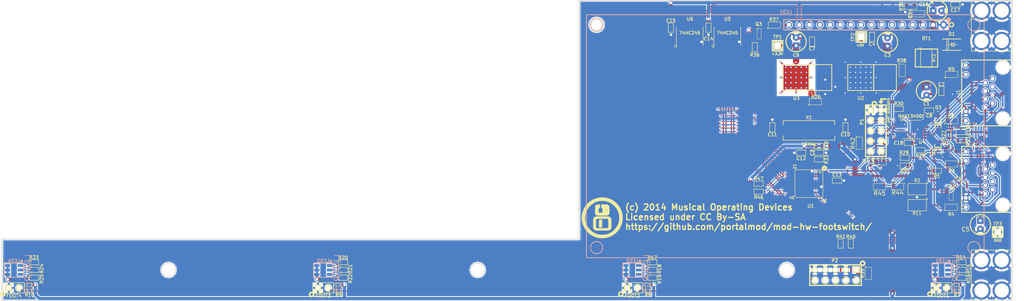
<source format=kicad_pcb>
(kicad_pcb (version 4) (host pcbnew "(2014-jul-16 BZR unknown)-product")
  (layers (0 F.Cu signal) (31 B.Cu signal) (34 B.Paste user) (35 F.Paste user) (36 B.SilkS user) (37 F.SilkS user) (38 B.Mask user) (39 F.Mask user) (44 Edge.Cuts user))
  (net 0 "")
  (net 1 +3.3V)
  (net 2 +5V)
  (net 3 +9V)
  (net 4 DGND)
  (net 5 FOOT_1)
  (net 6 FOOT_2)
  (net 7 FOOT_3)
  (net 8 FOOT_4)
  (net 9 LCD0)
  (net 10 LCD1)
  (net 11 LCD2)
  (net 12 LCD3)
  (net 13 LCD4)
  (net 14 LCD5)
  (net 15 LCD6)
  (net 16 LCD7)
  (net 17 LCD_E)
  (net 18 LCD_RS)
  (net 19 LCD_RW)
  (net 20 LED1_B)
  (net 21 LED1_G)
  (net 22 LED1_R)
  (net 23 LED2_B)
  (net 24 LED2_G)
  (net 25 LED2_R)
  (net 26 LED3_B)
  (net 27 LED3_G)
  (net 28 LED3_R)
  (net 29 LED4_B)
  (net 30 LED4_G)
  (net 31 LED4_R)
  (net 32 N-0000012)
  (net 33 RESET)
  (net 34 RX_CHAIN)
  (net 35 SWDCLK)
  (net 36 SWDIO)
  (net 37 UC_LCD0)
  (net 38 UC_LCD1)
  (net 39 UC_LCD2)
  (net 40 UC_LCD3)
  (net 41 UC_LCD4)
  (net 42 UC_LCD5)
  (net 43 UC_LCD6)
  (net 44 UC_LCD7)
  (net 45 UC_LCD_BACK)
  (net 46 UC_LCD_DIR)
  (net 47 UC_LCD_E)
  (net 48 UC_LCD_RS)
  (net 49 UC_LCD_RW)
  (net 50 VCC)
  (net 51 "Net-(C3-Pad1)")
  (net 52 "Net-(C6-Pad1)")
  (net 53 "Net-(C10-Pad2)")
  (net 54 "Net-(C11-Pad2)")
  (net 55 "Net-(D1-Pad2)")
  (net 56 "Net-(J1-Pad9)")
  (net 57 "Net-(J1-Pad10)")
  (net 58 "Net-(J1-Pad12)")
  (net 59 "Net-(J2-Pad10)")
  (net 60 "Net-(J2-Pad12)")
  (net 61 "Net-(LCD1-Pad16)")
  (net 62 "Net-(LCD1-Pad3)")
  (net 63 "Net-(LED1-Pad1)")
  (net 64 "Net-(LED1-Pad2)")
  (net 65 "Net-(LED1-Pad3)")
  (net 66 "Net-(LED2-Pad1)")
  (net 67 "Net-(LED2-Pad2)")
  (net 68 "Net-(LED2-Pad3)")
  (net 69 "Net-(LED3-Pad1)")
  (net 70 "Net-(LED3-Pad2)")
  (net 71 "Net-(LED3-Pad3)")
  (net 72 "Net-(LED4-Pad1)")
  (net 73 "Net-(LED4-Pad2)")
  (net 74 "Net-(LED4-Pad3)")
  (net 75 "Net-(P2-Pad1)")
  (net 76 "Net-(P2-Pad2)")
  (net 77 "Net-(P2-Pad4)")
  (net 78 "Net-(P2-Pad6)")
  (net 79 "Net-(P2-Pad8)")
  (net 80 "Net-(Q3-Pad3)")
  (net 81 LED5)
  (net 82 "Net-(R32-Pad2)")
  (net 83 "Net-(U1-Pad9)")
  (net 84 "Net-(U1-Pad10)")
  (net 85 "Net-(U1-Pad22)")
  (net 86 "Net-(U6-Pad5)")
  (net 87 "Net-(U6-Pad6)")
  (net 88 "Net-(U6-Pad2)")
  (net 89 "Net-(U6-Pad3)")
  (net 90 "Net-(U6-Pad4)")
  (net 91 "Net-(U6-Pad14)")
  (net 92 "Net-(U6-Pad15)")
  (net 93 "Net-(U6-Pad16)")
  (net 94 "Net-(U6-Pad17)")
  (net 95 "Net-(U6-Pad18)")
  (net 96 TX_CHAIN)
  (net 97 "Net-(C5-Pad1)")
  (net 98 RS485_RX+)
  (net 99 RS485_RX-)
  (net 100 "Net-(J1-Pad7)")
  (net 101 RS485_TX-)
  (net 102 RS485_TX+)
  (net 103 "Net-(J2-Pad8)")
  (net 104 UC_RX_CHAIN)
  (net 105 UC_TX_CHAIN)
  (net 106 TX_CHAIN_EN)
  (net 107 UC_TX_CHAIN_EN)
  (net 108 "Net-(Q1-Pad1)")
  (net 109 RTERM_CHAIN)
  (net 110 "Net-(Q2-Pad1)")
  (net 111 "Net-(Q3-Pad1)")
  (net 112 "Net-(R12-Pad2)")
  (net 113 "Net-(R30-Pad2)")
  (net 114 "Net-(U1-Pad18)")
  (net 115 "Net-(U1-Pad21)")
  (module MOD_Footprints_Lib:CAP_RAD_5MM (layer F.Cu) (at 355.219 189.484)
    (fp_text reference C1 (at 0 3.175) (layer F.SilkS) (effects (font (size 0.8128 0.8128) (thickness 0.1524))))
    (fp_text value 100uF hide)
    (pad 2 thru_hole circle (at 0 1 180) (size 1.6 1.6) (drill 0.7) (layers *.Cu *.Mask) (net 4 DGND))
    (pad 1 thru_hole rect (at 0 -1 180) (size 1.6 1.6) (drill 0.7) (layers *.Cu *.Mask) (net 3 +9V))
  )
  (module MOD_Footprints_Lib:SM0603 (layer F.Cu) (at 358.902 189.484 270)
    (fp_text reference C2 (at -1.651 0 360) (layer F.SilkS) (effects (font (size 0.8128 0.8128) (thickness 0.1524))))
    (fp_text value 100nF_X7R hide)
    (pad 1 smd rect (at -0.762 0 270) (size 0.635 1.143) (layers F.Cu F.Paste F.Mask) (net 3 +9V))
    (pad 2 smd rect (at 0.762 0 270) (size 0.635 1.143) (layers F.Cu F.Paste F.Mask) (net 4 DGND))
  )
  (module MOD_Footprints_Lib:CAP_RAD_5MM (layer F.Cu) (at 345.6178 177.419 180)
    (fp_text reference C3 (at 0 -3.175 180) (layer F.SilkS) (effects (font (size 0.8128 0.8128) (thickness 0.1524))))
    (fp_text value 100uF hide)
    (pad 2 thru_hole circle (at 0 1) (size 1.6 1.6) (drill 0.7) (layers *.Cu *.Mask) (net 4 DGND))
    (pad 1 thru_hole rect (at 0 -1) (size 1.6 1.6) (drill 0.7) (layers *.Cu *.Mask) (net 51 "Net-(C3-Pad1)"))
  )
  (module MOD_Footprints_Lib:SM0603 (layer F.Cu) (at 341.8078 176.149 90)
    (fp_text reference C4 (at -1.778 0 180) (layer F.SilkS) (effects (font (size 0.8128 0.8128) (thickness 0.1524))))
    (fp_text value 100nF_X7R hide)
    (pad 1 smd rect (at -0.762 0 90) (size 0.635 1.143) (layers F.Cu F.Paste F.Mask) (net 51 "Net-(C3-Pad1)"))
    (pad 2 smd rect (at 0.762 0 90) (size 0.635 1.143) (layers F.Cu F.Paste F.Mask) (net 4 DGND))
  )
  (module MOD_Footprints_Lib:CAP_RAD_5MM (layer F.Cu) (at 323.088 177.292 180)
    (fp_text reference C6 (at 0 -3.302 180) (layer F.SilkS) (effects (font (size 0.8128 0.8128) (thickness 0.1524))))
    (fp_text value 100uF hide)
    (pad 2 thru_hole circle (at 0 1) (size 1.6 1.6) (drill 0.7) (layers *.Cu *.Mask) (net 4 DGND))
    (pad 1 thru_hole rect (at 0 -1) (size 1.6 1.6) (drill 0.7) (layers *.Cu *.Mask) (net 52 "Net-(C6-Pad1)"))
  )
  (module MOD_Footprints_Lib:SM0603 (layer F.Cu) (at 327.025 177.292 90)
    (fp_text reference C7 (at -1.778 0 180) (layer F.SilkS) (effects (font (size 0.8128 0.8128) (thickness 0.1524))))
    (fp_text value 100nF_X7R hide)
    (pad 1 smd rect (at -0.762 0 90) (size 0.635 1.143) (layers F.Cu F.Paste F.Mask) (net 52 "Net-(C6-Pad1)"))
    (pad 2 smd rect (at 0.762 0 90) (size 0.635 1.143) (layers F.Cu F.Paste F.Mask) (net 4 DGND))
  )
  (module MOD_Footprints_Lib:SM0603 (layer F.Cu) (at 355.854 194.31)
    (fp_text reference C8 (at 0.0381 1.2827) (layer F.SilkS) (effects (font (size 0.8128 0.8128) (thickness 0.1524))))
    (fp_text value 100nF_X7R hide)
    (pad 1 smd rect (at -0.762 0) (size 0.635 1.143) (layers F.Cu F.Paste F.Mask) (net 97 "Net-(C5-Pad1)"))
    (pad 2 smd rect (at 0.762 0) (size 0.635 1.143) (layers F.Cu F.Paste F.Mask) (net 4 DGND))
  )
  (module MOD_Footprints_Lib:SM0603 (layer F.Cu) (at 328.7395 204.7367)
    (fp_text reference C9 (at -1.7145 -0.0127 90) (layer F.SilkS) (effects (font (size 0.8128 0.8128) (thickness 0.1524))))
    (fp_text value 100nF_X7R hide)
    (pad 1 smd rect (at -0.762 0) (size 0.635 1.143) (layers F.Cu F.Paste F.Mask) (net 33 RESET))
    (pad 2 smd rect (at 0.762 0) (size 0.635 1.143) (layers F.Cu F.Paste F.Mask) (net 4 DGND))
  )
  (module MOD_Footprints_Lib:SM0603 (layer F.Cu) (at 335.2546 198.4502 270)
    (fp_text reference C10 (at 1.8161 0 360) (layer F.SilkS) (effects (font (size 0.8128 0.8128) (thickness 0.1524))))
    (fp_text value 18pF_NP0 hide)
    (pad 1 smd rect (at -0.762 0 270) (size 0.635 1.143) (layers F.Cu F.Paste F.Mask) (net 4 DGND))
    (pad 2 smd rect (at 0.762 0 270) (size 0.635 1.143) (layers F.Cu F.Paste F.Mask) (net 53 "Net-(C10-Pad2)"))
  )
  (module MOD_Footprints_Lib:SM0603 (layer F.Cu) (at 317.2333 198.4502 270)
    (fp_text reference C11 (at 1.8161 -0.0381 360) (layer F.SilkS) (effects (font (size 0.8128 0.8128) (thickness 0.1524))))
    (fp_text value 18pF_NP0 hide)
    (pad 1 smd rect (at -0.762 0 270) (size 0.635 1.143) (layers F.Cu F.Paste F.Mask) (net 4 DGND))
    (pad 2 smd rect (at 0.762 0 270) (size 0.635 1.143) (layers F.Cu F.Paste F.Mask) (net 54 "Net-(C11-Pad2)"))
  )
  (module MOD_Footprints_Lib:SM0603 (layer F.Cu) (at 324.3453 204.7494 180)
    (fp_text reference C12 (at 0 -1.397 180) (layer F.SilkS) (effects (font (size 0.8128 0.8128) (thickness 0.1524))))
    (fp_text value 100nF_X7R hide)
    (pad 1 smd rect (at -0.762 0 180) (size 0.635 1.143) (layers F.Cu F.Paste F.Mask) (net 1 +3.3V))
    (pad 2 smd rect (at 0.762 0 180) (size 0.635 1.143) (layers F.Cu F.Paste F.Mask) (net 4 DGND))
  )
  (module MOD_Footprints_Lib:SM0603 (layer F.Cu) (at 333.1591 211.6074)
    (fp_text reference C13 (at -0.0127 -1.4097) (layer F.SilkS) (effects (font (size 0.8128 0.8128) (thickness 0.1524))))
    (fp_text value 100nF_X7R hide)
    (pad 1 smd rect (at -0.762 0) (size 0.635 1.143) (layers F.Cu F.Paste F.Mask) (net 1 +3.3V))
    (pad 2 smd rect (at 0.762 0) (size 0.635 1.143) (layers F.Cu F.Paste F.Mask) (net 4 DGND))
  )
  (module MOD_Footprints_Lib:SM0603 (layer F.Cu) (at 301.498 173.863 90)
    (fp_text reference C14 (at -2.7432 0.0127 180) (layer F.SilkS) (effects (font (size 0.8128 0.8128) (thickness 0.1524))))
    (fp_text value 100nF_X7R hide)
    (pad 1 smd rect (at -0.762 0 90) (size 0.635 1.143) (layers F.Cu F.Paste F.Mask) (net 4 DGND))
    (pad 2 smd rect (at 0.762 0 90) (size 0.635 1.143) (layers F.Cu F.Paste F.Mask) (net 2 +5V))
  )
  (module MOD_Footprints_Lib:SM0603 (layer F.Cu) (at 292.227 173.863 90)
    (fp_text reference C15 (at 1.778 0 180) (layer F.SilkS) (effects (font (size 0.8128 0.8128) (thickness 0.1524))))
    (fp_text value 100nF_X7R hide)
    (pad 1 smd rect (at -0.762 0 90) (size 0.635 1.143) (layers F.Cu F.Paste F.Mask) (net 4 DGND))
    (pad 2 smd rect (at 0.762 0 90) (size 0.635 1.143) (layers F.Cu F.Paste F.Mask) (net 2 +5V))
  )
  (module MOD_Footprints_Lib:CAP_RAD_5MM (layer F.Cu) (at 357.886 169.672 90)
    (fp_text reference C16 (at 1.5621 -3.3147 180) (layer F.SilkS) (effects (font (size 0.8128 0.8128) (thickness 0.1524))))
    (fp_text value 100uF hide)
    (pad 2 thru_hole circle (at 0 1 270) (size 1.6 1.6) (drill 0.7) (layers *.Cu *.Mask) (net 4 DGND))
    (pad 1 thru_hole rect (at 0 -1 270) (size 1.6 1.6) (drill 0.7) (layers *.Cu *.Mask) (net 2 +5V))
  )
  (module MOD_Footprints_Lib:SM0603 (layer F.Cu) (at 362.331 168.148)
    (fp_text reference C17 (at 0 1.397) (layer F.SilkS) (effects (font (size 0.8128 0.8128) (thickness 0.1524))))
    (fp_text value 100nF_X7R hide)
    (pad 1 smd rect (at -0.762 0) (size 0.635 1.143) (layers F.Cu F.Paste F.Mask) (net 2 +5V))
    (pad 2 smd rect (at 0.762 0) (size 0.635 1.143) (layers F.Cu F.Paste F.Mask) (net 4 DGND))
  )
  (module MOD_Footprints_Lib:CONN_PANNEL (layer F.Cu) (at 371.2718 173.4058 90)
    (fp_text reference CN1 hide)
    (fp_text value CONN_PANNEL_2X2 hide)
    (pad 1 thru_hole circle (at 3.75 2.5 270) (size 4.5 4.5) (drill 3.5) (layers *.Cu *.Mask) (net 4 DGND))
    (pad 1 thru_hole circle (at -3.75 2.5 270) (size 4.5 4.5) (drill 3.5) (layers *.Cu *.Mask) (net 4 DGND))
    (pad 1 thru_hole circle (at 3.75 -2.5 270) (size 4.5 4.5) (drill 3.5) (layers *.Cu *.Mask) (net 4 DGND))
    (pad 1 thru_hole circle (at -3.75 -2.5 270) (size 4.5 4.5) (drill 3.5) (layers *.Cu *.Mask) (net 4 DGND))
  )
  (module MOD_Footprints_Lib:CONN_PANNEL (layer F.Cu) (at 371.2718 235.0135 90)
    (fp_text reference CN2 hide)
    (fp_text value CONN_PANNEL_2X2 hide)
    (pad 1 thru_hole circle (at 3.75 2.5 270) (size 4.5 4.5) (drill 3.5) (layers *.Cu *.Mask) (net 4 DGND))
    (pad 1 thru_hole circle (at -3.75 2.5 270) (size 4.5 4.5) (drill 3.5) (layers *.Cu *.Mask) (net 4 DGND))
    (pad 1 thru_hole circle (at 3.75 -2.5 270) (size 4.5 4.5) (drill 3.5) (layers *.Cu *.Mask) (net 4 DGND))
    (pad 1 thru_hole circle (at -3.75 -2.5 270) (size 4.5 4.5) (drill 3.5) (layers *.Cu *.Mask) (net 4 DGND))
  )
  (module "MOD_Footprints_Lib:DO-214AC(SMA)" (layer F.Cu) (at 361.442 178.054 180)
    (fp_text reference D1 (at 0 2.667 180) (layer F.SilkS) (effects (font (size 0.8128 0.8128) (thickness 0.1524))))
    (fp_text value CGRA4007-G hide)
    (pad 1 smd rect (at -2.25 0 180) (size 1.5 2.6) (layers F.Cu F.Paste F.Mask) (net 50 VCC))
    (pad 2 smd rect (at 2.25 0 180) (size 1.5 2.6) (layers F.Cu F.Paste F.Mask) (net 55 "Net-(D1-Pad2)"))
  )
  (module MOD_Footprints_Lib:SOD123 (layer F.Cu) (at 358.0511 203.9493 270)
    (fp_text reference D2 (at 0.4507 1.4511 450) (layer F.SilkS) (effects (font (size 0.8128 0.8128) (thickness 0.1524))))
    (fp_text value MMSZ5242B hide)
    (pad 2 smd rect (at -1.778 0 270) (size 1.016 0.8509) (layers F.Cu F.Paste F.Mask) (net 98 RS485_RX+))
    (pad 1 smd rect (at 1.778 0 270) (size 1.016 0.8509) (layers F.Cu F.Paste F.Mask) (net 4 DGND))
  )
  (module MOD_Footprints_Lib:SOD123 (layer F.Cu) (at 358.0511 197.3453 90)
    (fp_text reference D3 (at 3.7453 0.0489 180) (layer F.SilkS) (effects (font (size 0.8128 0.8128) (thickness 0.1524))))
    (fp_text value MMSZ5242B hide)
    (pad 2 smd rect (at -1.778 0 90) (size 1.016 0.8509) (layers F.Cu F.Paste F.Mask) (net 99 RS485_RX-))
    (pad 1 smd rect (at 1.778 0 90) (size 1.016 0.8509) (layers F.Cu F.Paste F.Mask) (net 4 DGND))
  )
  (module MOD_Footprints_Lib:PIN_ARRAY_2X1 (layer F.Cu) (at 358.91978 238.0996)
    (fp_text reference FOOT1 (at 0 1.9558) (layer F.SilkS) (effects (font (size 0.8128 0.8128) (thickness 0.1524))))
    (fp_text value HEADER_2X1_180 hide)
    (pad 1 thru_hole rect (at -1.27 0) (size 1.524 1.524) (drill 1.016) (layers *.Cu *.Mask F.SilkS) (net 4 DGND))
    (pad 2 thru_hole circle (at 1.27 0) (size 1.524 1.524) (drill 1.016) (layers *.Cu *.Mask F.SilkS) (net 5 FOOT_1))
  )
  (module MOD_Footprints_Lib:PIN_ARRAY_2X1 (layer F.Cu) (at 282.71978 238.0996)
    (fp_text reference FOOT2 (at 0 1.9558) (layer F.SilkS) (effects (font (size 0.8128 0.8128) (thickness 0.1524))))
    (fp_text value HEADER_2X1_180 hide)
    (pad 1 thru_hole rect (at -1.27 0) (size 1.524 1.524) (drill 1.016) (layers *.Cu *.Mask F.SilkS) (net 4 DGND))
    (pad 2 thru_hole circle (at 1.27 0) (size 1.524 1.524) (drill 1.016) (layers *.Cu *.Mask F.SilkS) (net 6 FOOT_2))
  )
  (module MOD_Footprints_Lib:PIN_ARRAY_2X1 (layer F.Cu) (at 206.51978 238.0996)
    (fp_text reference FOOT3 (at 0 1.9558) (layer F.SilkS) (effects (font (size 0.8128 0.8128) (thickness 0.1524))))
    (fp_text value HEADER_2X1_180 hide)
    (pad 1 thru_hole rect (at -1.27 0) (size 1.524 1.524) (drill 1.016) (layers *.Cu *.Mask F.SilkS) (net 4 DGND))
    (pad 2 thru_hole circle (at 1.27 0) (size 1.524 1.524) (drill 1.016) (layers *.Cu *.Mask F.SilkS) (net 7 FOOT_3))
  )
  (module MOD_Footprints_Lib:PIN_ARRAY_2X1 (layer F.Cu) (at 130.31978 238.0996)
    (fp_text reference FOOT4 (at 0 1.9558) (layer F.SilkS) (effects (font (size 0.8128 0.8128) (thickness 0.1524))))
    (fp_text value HEADER_2X1_180 hide)
    (pad 1 thru_hole rect (at -1.27 0) (size 1.524 1.524) (drill 1.016) (layers *.Cu *.Mask F.SilkS) (net 4 DGND))
    (pad 2 thru_hole circle (at 1.27 0) (size 1.524 1.524) (drill 1.016) (layers *.Cu *.Mask F.SilkS) (net 8 FOOT_4))
  )
  (module MOD_Footprints_Lib:RJ45-RJHSE5084 (layer F.Cu) (at 371.5131 189.9793 90)
    (fp_text reference J1 (at 0.127 -8.4455 90) (layer F.SilkS) (effects (font (size 0.8128 0.8128) (thickness 0.1524))))
    (fp_text value RJ45_CHAIN_MAIN hide)
    (pad 9 thru_hole circle (at 6.858 -6.604 270) (size 1.3208 1.3208) (drill 0.889) (layers *.Cu *.Mask) (net 56 "Net-(J1-Pad9)"))
    (pad 10 thru_hole circle (at 4.572 -6.604 270) (size 1.3208 1.3208) (drill 0.889) (layers *.Cu *.Mask) (net 57 "Net-(J1-Pad10)"))
    (pad 11 thru_hole circle (at -4.572 -6.604 270) (size 1.3208 1.3208) (drill 0.889) (layers *.Cu *.Mask) (net 4 DGND))
    (pad 12 thru_hole circle (at -6.858 -6.604 270) (size 1.3208 1.3208) (drill 0.889) (layers *.Cu *.Mask) (net 58 "Net-(J1-Pad12)"))
    (pad 8 thru_hole circle (at -3.556 -1.778 270) (size 1.3208 1.3208) (drill 0.889) (layers *.Cu *.Mask) (net 100 "Net-(J1-Pad7)"))
    (pad 6 thru_hole circle (at -1.524 -1.778 270) (size 1.3208 1.3208) (drill 0.889) (layers *.Cu *.Mask) (net 99 RS485_RX-))
    (pad 4 thru_hole circle (at 0.508 -1.778 270) (size 1.3208 1.3208) (drill 0.889) (layers *.Cu *.Mask) (net 50 VCC))
    (pad 2 thru_hole circle (at 2.54 -1.778 270) (size 1.3208 1.3208) (drill 0.889) (layers *.Cu *.Mask) (net 101 RS485_TX-))
    (pad 5 thru_hole circle (at -0.508 0 270) (size 1.3208 1.3208) (drill 0.889) (layers *.Cu *.Mask) (net 50 VCC))
    (pad 3 thru_hole circle (at 1.524 0 270) (size 1.3208 1.3208) (drill 0.889) (layers *.Cu *.Mask) (net 98 RS485_RX+))
    (pad 7 thru_hole circle (at -2.54 0 270) (size 1.3208 1.3208) (drill 0.889) (layers *.Cu *.Mask) (net 100 "Net-(J1-Pad7)"))
    (pad 1 thru_hole circle (at 3.556 0 270) (size 1.3208 1.3208) (drill 0.889) (layers *.Cu *.Mask) (net 102 RS485_TX+))
    (pad 14 thru_hole circle (at 6.35 2.54 270) (size 3.2512 3.2512) (drill 3.2512) (layers *.Cu *.Mask))
    (pad 13 thru_hole circle (at -6.35 2.54 270) (size 3.2512 3.2512) (drill 3.2512) (layers *.Cu *.Mask))
  )
  (module MOD_Footprints_Lib:RJ45-RJHSE5084 (layer F.Cu) (at 371.5131 211.3153 90)
    (fp_text reference J2 (at 0.127 -8.4455 90) (layer F.SilkS) (effects (font (size 0.8128 0.8128) (thickness 0.1524))))
    (fp_text value RJ45_CHAIN_EXTENSION hide)
    (pad 9 thru_hole circle (at 6.858 -6.604 270) (size 1.3208 1.3208) (drill 0.889) (layers *.Cu *.Mask) (net 56 "Net-(J1-Pad9)"))
    (pad 10 thru_hole circle (at 4.572 -6.604 270) (size 1.3208 1.3208) (drill 0.889) (layers *.Cu *.Mask) (net 59 "Net-(J2-Pad10)"))
    (pad 11 thru_hole circle (at -4.572 -6.604 270) (size 1.3208 1.3208) (drill 0.889) (layers *.Cu *.Mask) (net 4 DGND))
    (pad 12 thru_hole circle (at -6.858 -6.604 270) (size 1.3208 1.3208) (drill 0.889) (layers *.Cu *.Mask) (net 60 "Net-(J2-Pad12)"))
    (pad 8 thru_hole circle (at -3.556 -1.778 270) (size 1.3208 1.3208) (drill 0.889) (layers *.Cu *.Mask) (net 103 "Net-(J2-Pad8)"))
    (pad 6 thru_hole circle (at -1.524 -1.778 270) (size 1.3208 1.3208) (drill 0.889) (layers *.Cu *.Mask) (net 101 RS485_TX-))
    (pad 4 thru_hole circle (at 0.508 -1.778 270) (size 1.3208 1.3208) (drill 0.889) (layers *.Cu *.Mask) (net 50 VCC))
    (pad 2 thru_hole circle (at 2.54 -1.778 270) (size 1.3208 1.3208) (drill 0.889) (layers *.Cu *.Mask) (net 99 RS485_RX-))
    (pad 5 thru_hole circle (at -0.508 0 270) (size 1.3208 1.3208) (drill 0.889) (layers *.Cu *.Mask) (net 50 VCC))
    (pad 3 thru_hole circle (at 1.524 0 270) (size 1.3208 1.3208) (drill 0.889) (layers *.Cu *.Mask) (net 102 RS485_TX+))
    (pad 7 thru_hole circle (at -2.54 0 270) (size 1.3208 1.3208) (drill 0.889) (layers *.Cu *.Mask) (net 97 "Net-(C5-Pad1)"))
    (pad 1 thru_hole circle (at 3.556 0 270) (size 1.3208 1.3208) (drill 0.889) (layers *.Cu *.Mask) (net 98 RS485_RX+))
    (pad 14 thru_hole circle (at 6.35 2.54 270) (size 3.2512 3.2512) (drill 3.2512) (layers *.Cu *.Mask))
    (pad 13 thru_hole circle (at -6.35 2.54 270) (size 3.2512 3.2512) (drill 3.2512) (layers *.Cu *.Mask))
  )
  (module MOD_Footprints_Lib:LCD-AGM-2004A-204 (layer B.Cu) (at 320.421 200.66 180)
    (fp_text reference LCD1 (at -0.1 30.7 180) (layer B.SilkS) (effects (font (size 0.8128 0.8128) (thickness 0.1524)) (justify mirror)))
    (fp_text value AGM-2004A-204 hide)
    (pad 15 thru_hole circle (at -3.44 27.5 180) (size 1.5 1.5) (drill 1) (layers *.Cu *.Mask) (net 2 +5V))
    (pad 16 thru_hole circle (at -0.9 27.5 180) (size 1.5 1.5) (drill 1) (layers *.Cu *.Mask) (net 61 "Net-(LCD1-Pad16)"))
    (pad 11 thru_hole circle (at -13.6 27.5 180) (size 1.5 1.5) (drill 1) (layers *.Cu *.Mask) (net 13 LCD4))
    (pad 12 thru_hole circle (at -11.06 27.5 180) (size 1.5 1.5) (drill 1) (layers *.Cu *.Mask) (net 14 LCD5))
    (pad 13 thru_hole circle (at -8.52 27.5 180) (size 1.5 1.5) (drill 1) (layers *.Cu *.Mask) (net 15 LCD6))
    (pad 8 thru_hole circle (at -21.22 27.5 180) (size 1.5 1.5) (drill 1) (layers *.Cu *.Mask) (net 10 LCD1))
    (pad 9 thru_hole circle (at -18.68 27.5 180) (size 1.5 1.5) (drill 1) (layers *.Cu *.Mask) (net 11 LCD2))
    (pad 10 thru_hole circle (at -16.14 27.5 180) (size 1.5 1.5) (drill 1) (layers *.Cu *.Mask) (net 12 LCD3))
    (pad 4 thru_hole circle (at -31.38 27.5 180) (size 1.5 1.5) (drill 1) (layers *.Cu *.Mask) (net 18 LCD_RS))
    (pad 5 thru_hole circle (at -28.84 27.5 180) (size 1.5 1.5) (drill 1) (layers *.Cu *.Mask) (net 19 LCD_RW))
    (pad 6 thru_hole circle (at -26.3 27.5 180) (size 1.5 1.5) (drill 1) (layers *.Cu *.Mask) (net 17 LCD_E))
    (pad 1 thru_hole rect (at -39 27.5 180) (size 1.5 1.5) (drill 1) (layers *.Cu *.Mask) (net 4 DGND))
    (pad 2 thru_hole circle (at -36.46 27.5 180) (size 1.5 1.5) (drill 1) (layers *.Cu *.Mask) (net 2 +5V))
    (pad 14 thru_hole circle (at -5.98 27.5 180) (size 1.5 1.5) (drill 1) (layers *.Cu *.Mask) (net 16 LCD7))
    (pad 3 thru_hole circle (at -33.92 27.5 180) (size 1.5 1.5) (drill 1) (layers *.Cu *.Mask) (net 62 "Net-(LCD1-Pad3)"))
    (pad 7 thru_hole circle (at -23.76 27.5 180) (size 1.5 1.5) (drill 1) (layers *.Cu *.Mask) (net 9 LCD0))
  )
  (module MOD_Footprints_Lib:LED_CLRTB_GFSF_1 (layer B.Cu) (at 358.91978 233.68 90)
    (fp_text reference LED1 (at 2.2479 -0.00508 180) (layer B.SilkS) (effects (font (size 0.8128 0.8128) (thickness 0.1524)) (justify mirror)))
    (fp_text value LED_RGB (at -1.016 3.556 90) (layer B.SilkS) (effects (justify mirror)))
    (pad 1 smd rect (at 1.1 1.55 90) (size 0.7 1.3) (layers B.Cu B.Paste B.Mask) (net 63 "Net-(LED1-Pad1)"))
    (pad 2 smd rect (at 0 1.55 90) (size 0.7 1.3) (layers B.Cu B.Paste B.Mask) (net 64 "Net-(LED1-Pad2)"))
    (pad 3 smd rect (at -1.1 1.55 90) (size 0.7 1.3) (layers B.Cu B.Paste B.Mask) (net 65 "Net-(LED1-Pad3)"))
    (pad 4 smd rect (at -1.1 -1.55 90) (size 0.7 1.3) (layers B.Cu B.Paste B.Mask) (net 1 +3.3V))
    (pad 5 smd rect (at 0 -1.55 90) (size 0.7 1.3) (layers B.Cu B.Paste B.Mask) (net 1 +3.3V))
    (pad 6 smd rect (at 1.1 -1.55 90) (size 0.7 1.3) (layers B.Cu B.Paste B.Mask) (net 1 +3.3V))
  )
  (module MOD_Footprints_Lib:LED_CLRTB_GFSF_1 (layer B.Cu) (at 282.71978 233.68 90)
    (fp_text reference LED2 (at 2.2733 -0.00508 180) (layer B.SilkS) (effects (font (size 0.8128 0.8128) (thickness 0.1524)) (justify mirror)))
    (fp_text value LED_RGB (at -1.016 3.556 90) (layer B.SilkS) (effects (justify mirror)))
    (pad 1 smd rect (at 1.1 1.55 90) (size 0.7 1.3) (layers B.Cu B.Paste B.Mask) (net 66 "Net-(LED2-Pad1)"))
    (pad 2 smd rect (at 0 1.55 90) (size 0.7 1.3) (layers B.Cu B.Paste B.Mask) (net 67 "Net-(LED2-Pad2)"))
    (pad 3 smd rect (at -1.1 1.55 90) (size 0.7 1.3) (layers B.Cu B.Paste B.Mask) (net 68 "Net-(LED2-Pad3)"))
    (pad 4 smd rect (at -1.1 -1.55 90) (size 0.7 1.3) (layers B.Cu B.Paste B.Mask) (net 1 +3.3V))
    (pad 5 smd rect (at 0 -1.55 90) (size 0.7 1.3) (layers B.Cu B.Paste B.Mask) (net 1 +3.3V))
    (pad 6 smd rect (at 1.1 -1.55 90) (size 0.7 1.3) (layers B.Cu B.Paste B.Mask) (net 1 +3.3V))
  )
  (module MOD_Footprints_Lib:LED_CLRTB_GFSF_1 (layer B.Cu) (at 206.51978 233.68 90)
    (fp_text reference LED3 (at 2.2606 0.00762 180) (layer B.SilkS) (effects (font (size 0.8128 0.8128) (thickness 0.1524)) (justify mirror)))
    (fp_text value LED_RGB (at -1.016 3.556 90) (layer B.SilkS) (effects (justify mirror)))
    (pad 1 smd rect (at 1.1 1.55 90) (size 0.7 1.3) (layers B.Cu B.Paste B.Mask) (net 69 "Net-(LED3-Pad1)"))
    (pad 2 smd rect (at 0 1.55 90) (size 0.7 1.3) (layers B.Cu B.Paste B.Mask) (net 70 "Net-(LED3-Pad2)"))
    (pad 3 smd rect (at -1.1 1.55 90) (size 0.7 1.3) (layers B.Cu B.Paste B.Mask) (net 71 "Net-(LED3-Pad3)"))
    (pad 4 smd rect (at -1.1 -1.55 90) (size 0.7 1.3) (layers B.Cu B.Paste B.Mask) (net 1 +3.3V))
    (pad 5 smd rect (at 0 -1.55 90) (size 0.7 1.3) (layers B.Cu B.Paste B.Mask) (net 1 +3.3V))
    (pad 6 smd rect (at 1.1 -1.55 90) (size 0.7 1.3) (layers B.Cu B.Paste B.Mask) (net 1 +3.3V))
  )
  (module MOD_Footprints_Lib:LED_CLRTB_GFSF_1 (layer B.Cu) (at 130.31978 233.68 90)
    (fp_text reference LED4 (at 2.2733 0.00762 180) (layer B.SilkS) (effects (font (size 0.8128 0.8128) (thickness 0.1524)) (justify mirror)))
    (fp_text value LED_RGB (at -1.016 3.556 90) (layer B.SilkS) (effects (justify mirror)))
    (pad 1 smd rect (at 1.1 1.55 90) (size 0.7 1.3) (layers B.Cu B.Paste B.Mask) (net 72 "Net-(LED4-Pad1)"))
    (pad 2 smd rect (at 0 1.55 90) (size 0.7 1.3) (layers B.Cu B.Paste B.Mask) (net 73 "Net-(LED4-Pad2)"))
    (pad 3 smd rect (at -1.1 1.55 90) (size 0.7 1.3) (layers B.Cu B.Paste B.Mask) (net 74 "Net-(LED4-Pad3)"))
    (pad 4 smd rect (at -1.1 -1.55 90) (size 0.7 1.3) (layers B.Cu B.Paste B.Mask) (net 1 +3.3V))
    (pad 5 smd rect (at 0 -1.55 90) (size 0.7 1.3) (layers B.Cu B.Paste B.Mask) (net 1 +3.3V))
    (pad 6 smd rect (at 1.1 -1.55 90) (size 0.7 1.3) (layers B.Cu B.Paste B.Mask) (net 1 +3.3V))
  )
  (module MOD_Footprints_Lib:PIN_ARRAY_5x2 (layer F.Cu) (at 332.8035 234.9373 180)
    (fp_text reference P2 (at 0.2032 3.556 180) (layer F.SilkS) (effects (font (size 0.8128 0.8128) (thickness 0.1524))))
    (fp_text value HEADER_5X2 hide)
    (pad 1 thru_hole rect (at -5.08 1.27 180) (size 1.524 1.524) (drill 1.016) (layers *.Cu *.Mask F.SilkS) (net 75 "Net-(P2-Pad1)"))
    (pad 2 thru_hole circle (at -5.08 -1.27 180) (size 1.524 1.524) (drill 1.016) (layers *.Cu *.Mask F.SilkS) (net 76 "Net-(P2-Pad2)"))
    (pad 3 thru_hole circle (at -2.54 1.27 180) (size 1.524 1.524) (drill 1.016) (layers *.Cu *.Mask F.SilkS) (net 4 DGND))
    (pad 4 thru_hole circle (at -2.54 -1.27 180) (size 1.524 1.524) (drill 1.016) (layers *.Cu *.Mask F.SilkS) (net 77 "Net-(P2-Pad4)"))
    (pad 5 thru_hole circle (at 0 1.27 180) (size 1.524 1.524) (drill 1.016) (layers *.Cu *.Mask F.SilkS) (net 4 DGND))
    (pad 6 thru_hole circle (at 0 -1.27 180) (size 1.524 1.524) (drill 1.016) (layers *.Cu *.Mask F.SilkS) (net 78 "Net-(P2-Pad6)"))
    (pad 7 thru_hole circle (at 2.54 1.27 180) (size 1.524 1.524) (drill 1.016) (layers *.Cu *.Mask F.SilkS) (net 4 DGND))
    (pad 8 thru_hole circle (at 2.54 -1.27 180) (size 1.524 1.524) (drill 1.016) (layers *.Cu *.Mask F.SilkS) (net 79 "Net-(P2-Pad8)"))
    (pad 9 thru_hole circle (at 5.08 1.27 180) (size 1.524 1.524) (drill 1.016) (layers *.Cu *.Mask F.SilkS) (net 4 DGND))
    (pad 10 thru_hole circle (at 5.08 -1.27 180) (size 1.524 1.524) (drill 1.016) (layers *.Cu *.Mask F.SilkS) (net 33 RESET))
  )
  (module MOD_Footprints_Lib:SOT23 (layer F.Cu) (at 361.5 204.4 270)
    (fp_text reference Q1 (at -2.1 1.5 360) (layer F.SilkS) (effects (font (size 0.8128 0.8128) (thickness 0.1524))))
    (fp_text value MMBT3904 hide)
    (pad 3 smd rect (at 0 -1.09982 270) (size 0.8001 1.00076) (layers F.Cu F.Paste F.Mask) (net 56 "Net-(J1-Pad9)"))
    (pad 2 smd rect (at 0.9525 1.09982 270) (size 0.8001 1.00076) (layers F.Cu F.Paste F.Mask) (net 4 DGND))
    (pad 1 smd rect (at -0.9525 1.09982 270) (size 0.8001 1.00076) (layers F.Cu F.Paste F.Mask) (net 108 "Net-(Q1-Pad1)"))
  )
  (module MOD_Footprints_Lib:SOT23 (layer F.Cu) (at 361.3 215.2 270)
    (fp_text reference Q2 (at -2 -0.3 360) (layer F.SilkS) (effects (font (size 0.8128 0.8128) (thickness 0.1524))))
    (fp_text value MMBT3906 hide)
    (pad 3 smd rect (at 0 -1.09982 270) (size 0.8001 1.00076) (layers F.Cu F.Paste F.Mask) (net 109 RTERM_CHAIN))
    (pad 2 smd rect (at 0.9525 1.09982 270) (size 0.8001 1.00076) (layers F.Cu F.Paste F.Mask) (net 1 +3.3V))
    (pad 1 smd rect (at -0.9525 1.09982 270) (size 0.8001 1.00076) (layers F.Cu F.Paste F.Mask) (net 110 "Net-(Q2-Pad1)"))
  )
  (module MOD_Footprints_Lib:SOT23 (layer F.Cu) (at 313.9821 175.3743 270)
    (fp_text reference Q3 (at -2.3968 0.1128 360) (layer F.SilkS) (effects (font (size 0.8128 0.8128) (thickness 0.1524))))
    (fp_text value MMBT3904 hide)
    (pad 3 smd rect (at 0 -1.09982 270) (size 0.8001 1.00076) (layers F.Cu F.Paste F.Mask) (net 80 "Net-(Q3-Pad3)"))
    (pad 2 smd rect (at 0.9525 1.09982 270) (size 0.8001 1.00076) (layers F.Cu F.Paste F.Mask) (net 4 DGND))
    (pad 1 smd rect (at -0.9525 1.09982 270) (size 0.8001 1.00076) (layers F.Cu F.Paste F.Mask) (net 111 "Net-(Q3-Pad1)"))
  )
  (module MOD_Footprints_Lib:SM0603 (layer F.Cu) (at 357.8098 209.1944)
    (fp_text reference R1 (at 0.0254 1.3462) (layer F.SilkS) (effects (font (size 0.8128 0.8128) (thickness 0.1524))))
    (fp_text value 1k hide)
    (pad 1 smd rect (at -0.762 0) (size 0.635 1.143) (layers F.Cu F.Paste F.Mask) (net 81 LED5))
    (pad 2 smd rect (at 0.762 0) (size 0.635 1.143) (layers F.Cu F.Paste F.Mask) (net 108 "Net-(Q1-Pad1)"))
  )
  (module MOD_Footprints_Lib:SM0805 (layer F.Cu) (at 361.4 207.5)
    (fp_text reference R3 (at 0 1.7) (layer F.SilkS) (effects (font (size 0.8128 0.8128) (thickness 0.1524))))
    (fp_text value 470R hide)
    (pad 1 smd rect (at -0.9525 0) (size 0.889 1.397) (layers F.Cu F.Paste F.Mask) (net 1 +3.3V))
    (pad 2 smd rect (at 0.9525 0) (size 0.889 1.397) (layers F.Cu F.Paste F.Mask) (net 59 "Net-(J2-Pad10)"))
  )
  (module MOD_Footprints_Lib:SM0805 (layer F.Cu) (at 361.3 218.2)
    (fp_text reference R4 (at 0 1.7) (layer F.SilkS) (effects (font (size 0.8128 0.8128) (thickness 0.1524))))
    (fp_text value 470R hide)
    (pad 1 smd rect (at -0.9525 0) (size 0.889 1.397) (layers F.Cu F.Paste F.Mask) (net 1 +3.3V))
    (pad 2 smd rect (at 0.9525 0) (size 0.889 1.397) (layers F.Cu F.Paste F.Mask) (net 60 "Net-(J2-Pad12)"))
  )
  (module MOD_Footprints_Lib:SM0805 (layer F.Cu) (at 361.4 185.4)
    (fp_text reference R5 (at -0.0381 -1.2573) (layer F.SilkS) (effects (font (size 0.8128 0.8128) (thickness 0.1524))))
    (fp_text value 470R hide)
    (pad 1 smd rect (at -0.9525 0) (size 0.889 1.397) (layers F.Cu F.Paste F.Mask) (net 1 +3.3V))
    (pad 2 smd rect (at 0.9525 0) (size 0.889 1.397) (layers F.Cu F.Paste F.Mask) (net 57 "Net-(J1-Pad10)"))
  )
  (module MOD_Footprints_Lib:SM0805 (layer F.Cu) (at 361.4 196.8)
    (fp_text reference R6 (at -0.1 -1.3) (layer F.SilkS) (effects (font (size 0.8128 0.8128) (thickness 0.1524))))
    (fp_text value 470R hide)
    (pad 1 smd rect (at -0.9525 0) (size 0.889 1.397) (layers F.Cu F.Paste F.Mask) (net 1 +3.3V))
    (pad 2 smd rect (at 0.9525 0) (size 0.889 1.397) (layers F.Cu F.Paste F.Mask) (net 58 "Net-(J1-Pad12)"))
  )
  (module MOD_Footprints_Lib:SM0603 (layer F.Cu) (at 362.72978 238.0996 270)
    (fp_text reference R7 (at 1.7653 -0.02032 360) (layer F.SilkS) (effects (font (size 0.8128 0.8128) (thickness 0.1524))))
    (fp_text value 10k hide)
    (pad 1 smd rect (at -0.762 0 270) (size 0.635 1.143) (layers F.Cu F.Paste F.Mask) (net 1 +3.3V))
    (pad 2 smd rect (at 0.762 0 270) (size 0.635 1.143) (layers F.Cu F.Paste F.Mask) (net 5 FOOT_1))
  )
  (module MOD_Footprints_Lib:SM0603 (layer F.Cu) (at 286.55518 238.0996 270)
    (fp_text reference R8 (at 1.7653 -0.02032 360) (layer F.SilkS) (effects (font (size 0.8128 0.8128) (thickness 0.1524))))
    (fp_text value 10k hide)
    (pad 1 smd rect (at -0.762 0 270) (size 0.635 1.143) (layers F.Cu F.Paste F.Mask) (net 1 +3.3V))
    (pad 2 smd rect (at 0.762 0 270) (size 0.635 1.143) (layers F.Cu F.Paste F.Mask) (net 6 FOOT_2))
  )
  (module MOD_Footprints_Lib:SM0603 (layer F.Cu) (at 210.35518 238.0996 270)
    (fp_text reference R9 (at 1.7653 0.01778 360) (layer F.SilkS) (effects (font (size 0.8128 0.8128) (thickness 0.1524))))
    (fp_text value 10k hide)
    (pad 1 smd rect (at -0.762 0 270) (size 0.635 1.143) (layers F.Cu F.Paste F.Mask) (net 1 +3.3V))
    (pad 2 smd rect (at 0.762 0 270) (size 0.635 1.143) (layers F.Cu F.Paste F.Mask) (net 7 FOOT_3))
  )
  (module MOD_Footprints_Lib:SM0603 (layer F.Cu) (at 134.15518 238.0996 270)
    (fp_text reference R10 (at 1.778 -0.00762 360) (layer F.SilkS) (effects (font (size 0.8128 0.8128) (thickness 0.1524))))
    (fp_text value 10k hide)
    (pad 1 smd rect (at -0.762 0 270) (size 0.635 1.143) (layers F.Cu F.Paste F.Mask) (net 1 +3.3V))
    (pad 2 smd rect (at 0.762 0 270) (size 0.635 1.143) (layers F.Cu F.Paste F.Mask) (net 8 FOOT_4))
  )
  (module MOD_Footprints_Lib:SM0603 (layer F.Cu) (at 363.8296 231.775)
    (fp_text reference R14 (at -0.1016 -1.27) (layer F.SilkS) (effects (font (size 0.8128 0.8128) (thickness 0.1524))))
    (fp_text value 1k hide)
    (pad 1 smd rect (at -0.762 0) (size 0.635 1.143) (layers F.Cu F.Paste F.Mask) (net 63 "Net-(LED1-Pad1)"))
    (pad 2 smd rect (at 0.762 0) (size 0.635 1.143) (layers F.Cu F.Paste F.Mask) (net 20 LED1_B))
  )
  (module MOD_Footprints_Lib:SM0603 (layer F.Cu) (at 363.8296 233.68)
    (fp_text reference R15 (at 1.8034 -0.254 90) (layer F.SilkS) (effects (font (size 0.8128 0.8128) (thickness 0.1524))))
    (fp_text value 1k hide)
    (pad 1 smd rect (at -0.762 0) (size 0.635 1.143) (layers F.Cu F.Paste F.Mask) (net 64 "Net-(LED1-Pad2)"))
    (pad 2 smd rect (at 0.762 0) (size 0.635 1.143) (layers F.Cu F.Paste F.Mask) (net 22 LED1_R))
  )
  (module MOD_Footprints_Lib:SM0603 (layer F.Cu) (at 363.8296 235.585)
    (fp_text reference R16 (at 1.8034 0.254 90) (layer F.SilkS) (effects (font (size 0.8128 0.8128) (thickness 0.1524))))
    (fp_text value 1k hide)
    (pad 1 smd rect (at -0.762 0) (size 0.635 1.143) (layers F.Cu F.Paste F.Mask) (net 65 "Net-(LED1-Pad3)"))
    (pad 2 smd rect (at 0.762 0) (size 0.635 1.143) (layers F.Cu F.Paste F.Mask) (net 21 LED1_G))
  )
  (module MOD_Footprints_Lib:SM0603 (layer F.Cu) (at 287.6296 231.775 180)
    (fp_text reference R17 (at -0.0254 1.143 180) (layer F.SilkS) (effects (font (size 0.8128 0.8128) (thickness 0.1524))))
    (fp_text value 1k hide)
    (pad 1 smd rect (at -0.762 0 180) (size 0.635 1.143) (layers F.Cu F.Paste F.Mask) (net 23 LED2_B))
    (pad 2 smd rect (at 0.762 0 180) (size 0.635 1.143) (layers F.Cu F.Paste F.Mask) (net 66 "Net-(LED2-Pad1)"))
  )
  (module MOD_Footprints_Lib:SM0603 (layer F.Cu) (at 287.6296 233.68 180)
    (fp_text reference R18 (at -1.8034 0.254 270) (layer F.SilkS) (effects (font (size 0.8128 0.8128) (thickness 0.1524))))
    (fp_text value 1k hide)
    (pad 1 smd rect (at -0.762 0 180) (size 0.635 1.143) (layers F.Cu F.Paste F.Mask) (net 25 LED2_R))
    (pad 2 smd rect (at 0.762 0 180) (size 0.635 1.143) (layers F.Cu F.Paste F.Mask) (net 67 "Net-(LED2-Pad2)"))
  )
  (module MOD_Footprints_Lib:SM0603 (layer F.Cu) (at 287.6296 235.585 180)
    (fp_text reference R19 (at -1.8034 -0.381 270) (layer F.SilkS) (effects (font (size 0.8128 0.8128) (thickness 0.1524))))
    (fp_text value 1k hide)
    (pad 1 smd rect (at -0.762 0 180) (size 0.635 1.143) (layers F.Cu F.Paste F.Mask) (net 24 LED2_G))
    (pad 2 smd rect (at 0.762 0 180) (size 0.635 1.143) (layers F.Cu F.Paste F.Mask) (net 68 "Net-(LED2-Pad3)"))
  )
  (module MOD_Footprints_Lib:SM0603 (layer F.Cu) (at 211.4296 231.775 180)
    (fp_text reference R20 (at -0.0254 1.143 180) (layer F.SilkS) (effects (font (size 0.8128 0.8128) (thickness 0.1524))))
    (fp_text value 1k hide)
    (pad 1 smd rect (at -0.762 0 180) (size 0.635 1.143) (layers F.Cu F.Paste F.Mask) (net 26 LED3_B))
    (pad 2 smd rect (at 0.762 0 180) (size 0.635 1.143) (layers F.Cu F.Paste F.Mask) (net 69 "Net-(LED3-Pad1)"))
  )
  (module MOD_Footprints_Lib:SM0603 (layer F.Cu) (at 211.4296 233.68 180)
    (fp_text reference R21 (at -1.8034 0.254 270) (layer F.SilkS) (effects (font (size 0.8128 0.8128) (thickness 0.1524))))
    (fp_text value 1k hide)
    (pad 1 smd rect (at -0.762 0 180) (size 0.635 1.143) (layers F.Cu F.Paste F.Mask) (net 28 LED3_R))
    (pad 2 smd rect (at 0.762 0 180) (size 0.635 1.143) (layers F.Cu F.Paste F.Mask) (net 70 "Net-(LED3-Pad2)"))
  )
  (module MOD_Footprints_Lib:SM0603 (layer F.Cu) (at 211.4296 235.585 180)
    (fp_text reference R22 (at -1.8034 -0.254 270) (layer F.SilkS) (effects (font (size 0.8128 0.8128) (thickness 0.1524))))
    (fp_text value 1k hide)
    (pad 1 smd rect (at -0.762 0 180) (size 0.635 1.143) (layers F.Cu F.Paste F.Mask) (net 27 LED3_G))
    (pad 2 smd rect (at 0.762 0 180) (size 0.635 1.143) (layers F.Cu F.Paste F.Mask) (net 71 "Net-(LED3-Pad3)"))
  )
  (module MOD_Footprints_Lib:SM0603 (layer F.Cu) (at 135.255 231.775 180)
    (fp_text reference R23 (at 0 1.2192 180) (layer F.SilkS) (effects (font (size 0.8128 0.8128) (thickness 0.1524))))
    (fp_text value 1k hide)
    (pad 1 smd rect (at -0.762 0 180) (size 0.635 1.143) (layers F.Cu F.Paste F.Mask) (net 29 LED4_B))
    (pad 2 smd rect (at 0.762 0 180) (size 0.635 1.143) (layers F.Cu F.Paste F.Mask) (net 72 "Net-(LED4-Pad1)"))
  )
  (module MOD_Footprints_Lib:SM0603 (layer F.Cu) (at 135.255 233.68 180)
    (fp_text reference R24 (at -1.905 0.3302 270) (layer F.SilkS) (effects (font (size 0.8128 0.8128) (thickness 0.1524))))
    (fp_text value 1k hide)
    (pad 1 smd rect (at -0.762 0 180) (size 0.635 1.143) (layers F.Cu F.Paste F.Mask) (net 31 LED4_R))
    (pad 2 smd rect (at 0.762 0 180) (size 0.635 1.143) (layers F.Cu F.Paste F.Mask) (net 73 "Net-(LED4-Pad2)"))
  )
  (module MOD_Footprints_Lib:SM0603 (layer F.Cu) (at 135.255 235.585 180)
    (fp_text reference R25 (at -1.905 -0.3048 270) (layer F.SilkS) (effects (font (size 0.8128 0.8128) (thickness 0.1524))))
    (fp_text value 1k hide)
    (pad 1 smd rect (at -0.762 0 180) (size 0.635 1.143) (layers F.Cu F.Paste F.Mask) (net 30 LED4_G))
    (pad 2 smd rect (at 0.762 0 180) (size 0.635 1.143) (layers F.Cu F.Paste F.Mask) (net 74 "Net-(LED4-Pad3)"))
  )
  (module MOD_Footprints_Lib:SM0805 (layer F.Cu) (at 327.8505 192.151)
    (fp_text reference R26 (at 0.1305 -1.219) (layer F.SilkS) (effects (font (size 0.8128 0.8128) (thickness 0.1524))))
    (fp_text value 0R hide)
    (pad 1 smd rect (at -0.9525 0) (size 0.889 1.397) (layers F.Cu F.Paste F.Mask) (net 52 "Net-(C6-Pad1)"))
    (pad 2 smd rect (at 0.9525 0) (size 0.889 1.397) (layers F.Cu F.Paste F.Mask) (net 1 +3.3V))
  )
  (module MOD_Footprints_Lib:SM0603 (layer F.Cu) (at 360.6546 200.3933 270)
    (fp_text reference R27 (at 0 1.2065 270) (layer F.SilkS) (effects (font (size 0.8128 0.8128) (thickness 0.1524))))
    (fp_text value 1k hide)
    (pad 1 smd rect (at -0.762 0 270) (size 0.635 1.143) (layers F.Cu F.Paste F.Mask) (net 112 "Net-(R12-Pad2)"))
    (pad 2 smd rect (at 0.762 0 270) (size 0.635 1.143) (layers F.Cu F.Paste F.Mask) (net 110 "Net-(Q2-Pad1)"))
  )
  (module MOD_Footprints_Lib:SM0603 (layer F.Cu) (at 353.695 204.089 180)
    (fp_text reference R28 (at -0.0254 -1.4097 180) (layer F.SilkS) (effects (font (size 0.8128 0.8128) (thickness 0.1524))))
    (fp_text value 10k hide)
    (pad 1 smd rect (at -0.762 0 180) (size 0.635 1.143) (layers F.Cu F.Paste F.Mask) (net 109 RTERM_CHAIN))
    (pad 2 smd rect (at 0.762 0 180) (size 0.635 1.143) (layers F.Cu F.Paste F.Mask) (net 4 DGND))
  )
  (module MOD_Footprints_Lib:SM0603 (layer F.Cu) (at 349.8596 205.9813 180)
    (fp_text reference R29 (at 0.1596 1.2813 180) (layer F.SilkS) (effects (font (size 0.8128 0.8128) (thickness 0.1524))))
    (fp_text value 10k hide)
    (pad 1 smd rect (at -0.762 0 180) (size 0.635 1.143) (layers F.Cu F.Paste F.Mask) (net 1 +3.3V))
    (pad 2 smd rect (at 0.762 0 180) (size 0.635 1.143) (layers F.Cu F.Paste F.Mask) (net 34 RX_CHAIN))
  )
  (module MOD_Footprints_Lib:SM0603 (layer F.Cu) (at 348.361 193.929)
    (fp_text reference R30 (at 0.0254 -1.3081 180) (layer F.SilkS) (effects (font (size 0.8128 0.8128) (thickness 0.1524))))
    (fp_text value 10k hide)
    (pad 1 smd rect (at -0.762 0) (size 0.635 1.143) (layers F.Cu F.Paste F.Mask) (net 1 +3.3V))
    (pad 2 smd rect (at 0.762 0) (size 0.635 1.143) (layers F.Cu F.Paste F.Mask) (net 113 "Net-(R30-Pad2)"))
  )
  (module MOD_Footprints_Lib:SM0603 (layer F.Cu) (at 349.8596 207.9498 180)
    (fp_text reference R31 (at -0.0404 -1.3502 360) (layer F.SilkS) (effects (font (size 0.8128 0.8128) (thickness 0.1524))))
    (fp_text value 10k hide)
    (pad 1 smd rect (at -0.762 0 180) (size 0.635 1.143) (layers F.Cu F.Paste F.Mask) (net 106 TX_CHAIN_EN))
    (pad 2 smd rect (at 0.762 0 180) (size 0.635 1.143) (layers F.Cu F.Paste F.Mask) (net 4 DGND))
  )
  (module MOD_Footprints_Lib:SM0603 (layer F.Cu) (at 328.7268 203.0857 180)
    (fp_text reference R32 (at -1.8542 0.0127 270) (layer F.SilkS) (effects (font (size 0.8128 0.8128) (thickness 0.1524))))
    (fp_text value 10k hide)
    (pad 1 smd rect (at -0.762 0 180) (size 0.635 1.143) (layers F.Cu F.Paste F.Mask) (net 1 +3.3V))
    (pad 2 smd rect (at 0.762 0 180) (size 0.635 1.143) (layers F.Cu F.Paste F.Mask) (net 82 "Net-(R32-Pad2)"))
  )
  (module MOD_Footprints_Lib:SM0603 (layer F.Cu) (at 328.7395 206.3877 180)
    (fp_text reference R33 (at -1.8415 0.0127 270) (layer F.SilkS) (effects (font (size 0.8128 0.8128) (thickness 0.1524))))
    (fp_text value 10k hide)
    (pad 1 smd rect (at -0.762 0 180) (size 0.635 1.143) (layers F.Cu F.Paste F.Mask) (net 1 +3.3V))
    (pad 2 smd rect (at 0.762 0 180) (size 0.635 1.143) (layers F.Cu F.Paste F.Mask) (net 33 RESET))
  )
  (module MOD_Footprints_Lib:SM0805 (layer F.Cu) (at 353.2 170.45)
    (fp_text reference R34 (at -2 0 90) (layer F.SilkS) (effects (font (size 0.8128 0.8128) (thickness 0.1524))))
    (fp_text value 3k hide)
    (pad 1 smd rect (at -0.9525 0) (size 0.889 1.397) (layers F.Cu F.Paste F.Mask) (net 62 "Net-(LCD1-Pad3)"))
    (pad 2 smd rect (at 0.9525 0) (size 0.889 1.397) (layers F.Cu F.Paste F.Mask) (net 2 +5V))
  )
  (module MOD_Footprints_Lib:SM0805 (layer F.Cu) (at 351.3 168.55)
    (fp_text reference R35 (at -2.3 0.05 90) (layer F.SilkS) (effects (font (size 0.8128 0.8128) (thickness 0.1524))))
    (fp_text value 330R hide)
    (pad 1 smd rect (at -0.9525 0) (size 0.889 1.397) (layers F.Cu F.Paste F.Mask) (net 4 DGND))
    (pad 2 smd rect (at 0.9525 0) (size 0.889 1.397) (layers F.Cu F.Paste F.Mask) (net 62 "Net-(LCD1-Pad3)"))
  )
  (module MOD_Footprints_Lib:SM0603 (layer F.Cu) (at 312.9026 178.6763 90)
    (fp_text reference R36 (at -1.905 0 180) (layer F.SilkS) (effects (font (size 0.8128 0.8128) (thickness 0.1524))))
    (fp_text value 1k hide)
    (pad 1 smd rect (at -0.762 0 90) (size 0.635 1.143) (layers F.Cu F.Paste F.Mask) (net 45 UC_LCD_BACK))
    (pad 2 smd rect (at 0.762 0 90) (size 0.635 1.143) (layers F.Cu F.Paste F.Mask) (net 111 "Net-(Q3-Pad1)"))
  )
  (module MOD_Footprints_Lib:SM0805 (layer F.Cu) (at 317.754 173.228)
    (fp_text reference R37 (at -0.127 -1.397) (layer F.SilkS) (effects (font (size 0.8128 0.8128) (thickness 0.1524))))
    (fp_text value 0R hide)
    (pad 1 smd rect (at -0.9525 0) (size 0.889 1.397) (layers F.Cu F.Paste F.Mask) (net 80 "Net-(Q3-Pad3)"))
    (pad 2 smd rect (at 0.9525 0) (size 0.889 1.397) (layers F.Cu F.Paste F.Mask) (net 61 "Net-(LCD1-Pad16)"))
  )
  (module MOD_Footprints_Lib:SM0805 (layer F.Cu) (at 349.2627 184.404 270)
    (fp_text reference R38 (at -2.413 0.1651 360) (layer F.SilkS) (effects (font (size 0.8128 0.8128) (thickness 0.1524))))
    (fp_text value 0R hide)
    (pad 1 smd rect (at -0.9525 0 270) (size 0.889 1.397) (layers F.Cu F.Paste F.Mask) (net 51 "Net-(C3-Pad1)"))
    (pad 2 smd rect (at 0.9525 0 270) (size 0.889 1.397) (layers F.Cu F.Paste F.Mask) (net 2 +5V))
  )
  (module MOD_Footprints_Lib:SM0805 (layer F.Cu) (at 340.89594 234.53598 270)
    (fp_text reference R39 (at -0.0249 1.4384 270) (layer F.SilkS) (effects (font (size 0.8128 0.8128) (thickness 0.1524))))
    (fp_text value 0R hide)
    (pad 1 smd rect (at -0.9525 0 270) (size 0.889 1.397) (layers F.Cu F.Paste F.Mask) (net 1 +3.3V))
    (pad 2 smd rect (at 0.9525 0 270) (size 0.889 1.397) (layers F.Cu F.Paste F.Mask) (net 75 "Net-(P2-Pad1)"))
  )
  (module MOD_Footprints_Lib:SM0603 (layer F.Cu) (at 336.5754 227.1522 270)
    (fp_text reference R40 (at -1.6891 0.0127 360) (layer F.SilkS) (effects (font (size 0.8128 0.8128) (thickness 0.1524))))
    (fp_text value 100R hide)
    (pad 1 smd rect (at -0.762 0 270) (size 0.635 1.143) (layers F.Cu F.Paste F.Mask) (net 36 SWDIO))
    (pad 2 smd rect (at 0.762 0 270) (size 0.635 1.143) (layers F.Cu F.Paste F.Mask) (net 76 "Net-(P2-Pad2)"))
  )
  (module MOD_Footprints_Lib:SM0603 (layer F.Cu) (at 334.0608 227.1522 270)
    (fp_text reference R41 (at -1.7399 -0.0381 360) (layer F.SilkS) (effects (font (size 0.8128 0.8128) (thickness 0.1524))))
    (fp_text value 100R hide)
    (pad 1 smd rect (at -0.762 0 270) (size 0.635 1.143) (layers F.Cu F.Paste F.Mask) (net 35 SWDCLK))
    (pad 2 smd rect (at 0.762 0 270) (size 0.635 1.143) (layers F.Cu F.Paste F.Mask) (net 77 "Net-(P2-Pad4)"))
  )
  (module MOD_Footprints_Lib:SIL-1 (layer F.Cu) (at 318.516 178.308 180)
    (fp_text reference TP1 (at 0 2.159 180) (layer F.SilkS) (effects (font (size 0.8128 0.8128) (thickness 0.1524))))
    (fp_text value CONN_1 hide)
    (pad 1 thru_hole rect (at 0 0 180) (size 1.7 1.7) (drill 1.5) (layers *.Cu *.Mask F.SilkS) (net 52 "Net-(C6-Pad1)"))
  )
  (module MOD_Footprints_Lib:SIL-1 (layer F.Cu) (at 339.1408 176.149 180)
    (fp_text reference TP2 (at 2.0574 -0.0762 270) (layer F.SilkS) (effects (font (size 0.8128 0.8128) (thickness 0.1524))))
    (fp_text value CONN_1 hide)
    (pad 1 thru_hole rect (at 0 0 180) (size 1.7 1.7) (drill 1.5) (layers *.Cu *.Mask F.SilkS) (net 51 "Net-(C3-Pad1)"))
  )
  (module MOD_Footprints_Lib:SIL-1 (layer F.Cu) (at 372.7704 224.3328)
    (fp_text reference TP3 (at 0 -2) (layer F.SilkS) (effects (font (size 0.8128 0.8128) (thickness 0.1524))))
    (fp_text value CONN_1 hide)
    (pad 1 thru_hole rect (at 0 0) (size 1.7 1.7) (drill 1.5) (layers *.Cu *.Mask F.SilkS) (net 4 DGND))
  )
  (module MOD_Footprints_Lib:LQFP48 (layer F.Cu) (at 326.2503 212.3567 180)
    (fp_text reference U1 (at -0.4318 -5.4737 180) (layer F.SilkS) (effects (font (size 0.8128 0.8128) (thickness 0.1524))))
    (fp_text value LPC111X_LQFP48 hide)
    (pad 25 smd rect (at 2.75082 -4.20116 90) (size 1.00076 0.26924) (layers F.Cu F.Paste F.Mask) (net 30 LED4_G))
    (pad 1 smd rect (at -2.75082 4.20116) (size 0.26924 1.00076) (layers F.Cu F.Paste F.Mask) (net 43 UC_LCD6))
    (pad 2 smd rect (at -2.25044 4.20116) (size 0.26924 1.00076) (layers F.Cu F.Paste F.Mask) (net 37 UC_LCD0))
    (pad 3 smd rect (at -1.75006 4.20116) (size 0.26924 1.00076) (layers F.Cu F.Paste F.Mask) (net 33 RESET))
    (pad 4 smd rect (at -1.24968 4.20116) (size 0.26924 1.00076) (layers F.Cu F.Paste F.Mask) (net 82 "Net-(R32-Pad2)"))
    (pad 5 smd rect (at -0.7493 4.20116) (size 0.26924 1.00076) (layers F.Cu F.Paste F.Mask) (net 4 DGND))
    (pad 6 smd rect (at -0.24892 4.20116) (size 0.26924 1.00076) (layers F.Cu F.Paste F.Mask) (net 53 "Net-(C10-Pad2)"))
    (pad 7 smd rect (at 0.24892 4.20116) (size 0.26924 1.00076) (layers F.Cu F.Paste F.Mask) (net 54 "Net-(C11-Pad2)"))
    (pad 8 smd rect (at 0.7493 4.20116) (size 0.26924 1.00076) (layers F.Cu F.Paste F.Mask) (net 1 +3.3V))
    (pad 9 smd rect (at 1.24968 4.20116) (size 0.26924 1.00076) (layers F.Cu F.Paste F.Mask) (net 83 "Net-(U1-Pad9)"))
    (pad 10 smd rect (at 1.75006 4.20116) (size 0.26924 1.00076) (layers F.Cu F.Paste F.Mask) (net 84 "Net-(U1-Pad10)"))
    (pad 11 smd rect (at 2.25044 4.20116) (size 0.26924 1.00076) (layers F.Cu F.Paste F.Mask) (net 44 UC_LCD7))
    (pad 12 smd rect (at 2.75082 4.20116) (size 0.26924 1.00076) (layers F.Cu F.Paste F.Mask) (net 45 UC_LCD_BACK))
    (pad 13 smd rect (at 4.20116 2.75082 90) (size 0.26924 1.00076) (layers F.Cu F.Paste F.Mask) (net 38 UC_LCD1))
    (pad 14 smd rect (at 4.20116 2.25044 90) (size 0.26924 1.00076) (layers F.Cu F.Paste F.Mask) (net 46 UC_LCD_DIR))
    (pad 15 smd rect (at 4.20116 1.75006 90) (size 0.26924 1.00076) (layers F.Cu F.Paste F.Mask) (net 47 UC_LCD_E))
    (pad 16 smd rect (at 4.20116 1.26238 90) (size 0.26924 1.00076) (layers F.Cu F.Paste F.Mask) (net 49 UC_LCD_RW))
    (pad 17 smd rect (at 4.20116 0.7493 90) (size 0.26924 1.00076) (layers F.Cu F.Paste F.Mask) (net 48 UC_LCD_RS))
    (pad 18 smd rect (at 4.20116 0.24892 90) (size 0.26924 1.00076) (layers F.Cu F.Paste F.Mask) (net 114 "Net-(U1-Pad18)"))
    (pad 19 smd rect (at 4.20116 -0.24892 90) (size 0.26924 1.00076) (layers F.Cu F.Paste F.Mask) (net 41 UC_LCD4))
    (pad 20 smd rect (at 4.20116 -0.7493 90) (size 0.26924 1.00076) (layers F.Cu F.Paste F.Mask) (net 42 UC_LCD5))
    (pad 21 smd rect (at 4.20116 -1.24968 90) (size 0.26924 1.00076) (layers F.Cu F.Paste F.Mask) (net 115 "Net-(U1-Pad21)"))
    (pad 22 smd rect (at 4.20116 -1.75006 90) (size 0.26924 1.00076) (layers F.Cu F.Paste F.Mask) (net 85 "Net-(U1-Pad22)"))
    (pad 23 smd rect (at 4.20116 -2.25044 90) (size 0.26924 1.00076) (layers F.Cu F.Paste F.Mask) (net 29 LED4_B))
    (pad 24 smd rect (at 4.20116 -2.75082 90) (size 0.26924 1.00076) (layers F.Cu F.Paste F.Mask) (net 31 LED4_R))
    (pad 26 smd rect (at 2.25044 -4.20116 90) (size 1.00076 0.26924) (layers F.Cu F.Paste F.Mask) (net 39 UC_LCD2))
    (pad 27 smd rect (at 1.75006 -4.20116 90) (size 1.00076 0.26924) (layers F.Cu F.Paste F.Mask) (net 8 FOOT_4))
    (pad 28 smd rect (at 1.24968 -4.20116 90) (size 1.00076 0.26924) (layers F.Cu F.Paste F.Mask) (net 26 LED3_B))
    (pad 29 smd rect (at 0.7493 -4.20116 90) (size 1.00076 0.26924) (layers F.Cu F.Paste F.Mask) (net 35 SWDCLK))
    (pad 30 smd rect (at 0.24892 -4.20116 90) (size 1.00076 0.26924) (layers F.Cu F.Paste F.Mask) (net 28 LED3_R))
    (pad 31 smd rect (at -0.24892 -4.20116 90) (size 1.00076 0.26924) (layers F.Cu F.Paste F.Mask) (net 27 LED3_G))
    (pad 32 smd rect (at -0.7493 -4.20116 90) (size 1.00076 0.26924) (layers F.Cu F.Paste F.Mask) (net 7 FOOT_3))
    (pad 33 smd rect (at -1.24968 -4.20116 90) (size 1.00076 0.26924) (layers F.Cu F.Paste F.Mask) (net 23 LED2_B))
    (pad 34 smd rect (at -1.75006 -4.20116 90) (size 1.00076 0.26924) (layers F.Cu F.Paste F.Mask) (net 25 LED2_R))
    (pad 35 smd rect (at -2.25044 -4.20116 90) (size 1.00076 0.26924) (layers F.Cu F.Paste F.Mask) (net 24 LED2_G))
    (pad 36 smd rect (at -2.75082 -4.20116 90) (size 1.00076 0.26924) (layers F.Cu F.Paste F.Mask) (net 6 FOOT_2))
    (pad 37 smd rect (at -4.20116 -2.75082 180) (size 1.00076 0.26924) (layers F.Cu F.Paste F.Mask) (net 5 FOOT_1))
    (pad 38 smd rect (at -4.20116 -2.25044 180) (size 1.00076 0.26924) (layers F.Cu F.Paste F.Mask) (net 40 UC_LCD3))
    (pad 39 smd rect (at -4.20116 -1.75006 180) (size 1.00076 0.26924) (layers F.Cu F.Paste F.Mask) (net 36 SWDIO))
    (pad 40 smd rect (at -4.20116 -1.24968 180) (size 1.00076 0.26924) (layers F.Cu F.Paste F.Mask) (net 20 LED1_B))
    (pad 41 smd rect (at -4.20116 -0.7493 180) (size 1.00076 0.26924) (layers F.Cu F.Paste F.Mask) (net 4 DGND))
    (pad 42 smd rect (at -4.20116 -0.24892 180) (size 1.00076 0.26924) (layers F.Cu F.Paste F.Mask) (net 22 LED1_R))
    (pad 43 smd rect (at -4.20116 0.24892 180) (size 1.00076 0.26924) (layers F.Cu F.Paste F.Mask) (net 21 LED1_G))
    (pad 44 smd rect (at -4.20116 0.7493 180) (size 1.00076 0.26924) (layers F.Cu F.Paste F.Mask) (net 1 +3.3V))
    (pad 45 smd rect (at -4.20116 1.24968 180) (size 1.00076 0.26924) (layers F.Cu F.Paste F.Mask) (net 107 UC_TX_CHAIN_EN))
    (pad 46 smd rect (at -4.20116 1.75006 180) (size 1.00076 0.26924) (layers F.Cu F.Paste F.Mask) (net 104 UC_RX_CHAIN))
    (pad 47 smd rect (at -4.20116 2.25044 180) (size 1.00076 0.26924) (layers F.Cu F.Paste F.Mask) (net 105 UC_TX_CHAIN))
    (pad 48 smd rect (at -4.20116 2.75082 180) (size 1.00076 0.26924) (layers F.Cu F.Paste F.Mask) (net 81 LED5))
  )
  (module "MOD_Footprints_Lib:DPAK(369C)" (layer F.Cu) (at 341.8078 186.182 90)
    (fp_text reference U2 (at -5.08 -2.794 180) (layer F.SilkS) (effects (font (size 0.8128 0.8128) (thickness 0.1524))))
    (fp_text value MC7805 hide)
    (pad 2 smd rect (at 0 -2.794 90) (size 5.7912 6.1976) (layers F.Cu F.Paste F.Mask) (net 4 DGND))
    (pad 1 smd rect (at -2.286 4.3942 90) (size 1.6002 2.9972) (layers F.Cu F.Paste F.Mask) (net 3 +9V))
    (pad 3 smd rect (at 2.286 4.3942 90) (size 1.6002 2.9972) (layers F.Cu F.Paste F.Mask) (net 51 "Net-(C3-Pad1)"))
  )
  (module "MOD_Footprints_Lib:DPAK(369C)" (layer F.Cu) (at 325.882 186.182 90)
    (fp_text reference U3 (at -5.08 -2.7432 180) (layer F.SilkS) (effects (font (size 0.8128 0.8128) (thickness 0.1524))))
    (fp_text value NCP1117DT33G hide)
    (pad 2 smd rect (at 0 -2.794 90) (size 5.7912 6.1976) (layers F.Cu F.Paste F.Mask) (net 52 "Net-(C6-Pad1)"))
    (pad 1 smd rect (at -2.286 4.3942 90) (size 1.6002 2.9972) (layers F.Cu F.Paste F.Mask) (net 4 DGND))
    (pad 3 smd rect (at 2.286 4.3942 90) (size 1.6002 2.9972) (layers F.Cu F.Paste F.Mask) (net 51 "Net-(C3-Pad1)"))
  )
  (module MOD_Footprints_Lib:TSSOP20 (layer F.Cu) (at 306.1444 175.9458)
    (fp_text reference U5 (at 0.0526 -4.2418) (layer F.SilkS) (effects (font (size 0.8128 0.8128) (thickness 0.1524))))
    (fp_text value 74HC245 (at 0 -0.8001) (layer F.SilkS) (effects (font (size 0.762 0.762) (thickness 0.1524))))
    (pad 5 smd rect (at -0.32512 2.79908) (size 0.4191 1.47066) (layers F.Cu F.Paste F.Mask) (net 40 UC_LCD3))
    (pad 6 smd rect (at 0.32512 2.79908) (size 0.4191 1.47066) (layers F.Cu F.Paste F.Mask) (net 41 UC_LCD4))
    (pad 7 smd rect (at 0.97536 2.79908) (size 0.4191 1.47066) (layers F.Cu F.Paste F.Mask) (net 42 UC_LCD5))
    (pad 8 smd rect (at 1.6256 2.79908) (size 0.4191 1.47066) (layers F.Cu F.Paste F.Mask) (net 43 UC_LCD6))
    (pad 19 smd rect (at -2.26568 -2.794) (size 0.4191 1.47066) (layers F.Cu F.Paste F.Mask) (net 4 DGND))
    (pad 2 smd rect (at -2.27584 2.79908) (size 0.4191 1.47066) (layers F.Cu F.Paste F.Mask) (net 37 UC_LCD0))
    (pad 3 smd rect (at -1.6256 2.79908) (size 0.4191 1.47066) (layers F.Cu F.Paste F.Mask) (net 38 UC_LCD1))
    (pad 4 smd rect (at -0.97536 2.79908) (size 0.4191 1.47066) (layers F.Cu F.Paste F.Mask) (net 39 UC_LCD2))
    (pad 12 smd rect (at 2.27584 -2.79908) (size 0.4191 1.47066) (layers F.Cu F.Paste F.Mask) (net 15 LCD6))
    (pad 13 smd rect (at 1.6256 -2.79908) (size 0.4191 1.47066) (layers F.Cu F.Paste F.Mask) (net 14 LCD5))
    (pad 14 smd rect (at 0.97536 -2.79908) (size 0.4191 1.47066) (layers F.Cu F.Paste F.Mask) (net 13 LCD4))
    (pad 15 smd rect (at 0.32512 -2.79908) (size 0.4191 1.47066) (layers F.Cu F.Paste F.Mask) (net 12 LCD3))
    (pad 16 smd rect (at -0.32512 -2.79908) (size 0.4191 1.47066) (layers F.Cu F.Paste F.Mask) (net 11 LCD2))
    (pad 17 smd rect (at -0.97536 -2.79908) (size 0.4191 1.47066) (layers F.Cu F.Paste F.Mask) (net 10 LCD1))
    (pad 9 smd rect (at 2.27584 2.79908) (size 0.4191 1.47066) (layers F.Cu F.Paste F.Mask) (net 44 UC_LCD7))
    (pad 18 smd rect (at -1.6256 -2.794) (size 0.4191 1.47066) (layers F.Cu F.Paste F.Mask) (net 9 LCD0))
    (pad 1 smd rect (at -2.92608 2.79908) (size 0.4191 1.47066) (layers F.Cu F.Paste F.Mask) (net 46 UC_LCD_DIR))
    (pad 10 smd rect (at 2.92608 2.79908) (size 0.4191 1.47066) (layers F.Cu F.Paste F.Mask) (net 4 DGND))
    (pad 11 smd rect (at 2.92608 -2.79908) (size 0.4191 1.47066) (layers F.Cu F.Paste F.Mask) (net 16 LCD7))
    (pad 20 smd rect (at -2.92608 -2.79908) (size 0.4191 1.47066) (layers F.Cu F.Paste F.Mask) (net 2 +5V))
  )
  (module MOD_Footprints_Lib:TSSOP20 (layer F.Cu) (at 296.8734 175.9458)
    (fp_text reference U6 (at 0.0526 -4.2418) (layer F.SilkS) (effects (font (size 0.8128 0.8128) (thickness 0.1524))))
    (fp_text value 74HC245 (at 0 -0.8001) (layer F.SilkS) (effects (font (size 0.762 0.762) (thickness 0.1524))))
    (pad 5 smd rect (at -0.32512 2.79908) (size 0.4191 1.47066) (layers F.Cu F.Paste F.Mask) (net 86 "Net-(U6-Pad5)"))
    (pad 6 smd rect (at 0.32512 2.79908) (size 0.4191 1.47066) (layers F.Cu F.Paste F.Mask) (net 87 "Net-(U6-Pad6)"))
    (pad 7 smd rect (at 0.97536 2.79908) (size 0.4191 1.47066) (layers F.Cu F.Paste F.Mask) (net 48 UC_LCD_RS))
    (pad 8 smd rect (at 1.6256 2.79908) (size 0.4191 1.47066) (layers F.Cu F.Paste F.Mask) (net 49 UC_LCD_RW))
    (pad 19 smd rect (at -2.26568 -2.794) (size 0.4191 1.47066) (layers F.Cu F.Paste F.Mask) (net 4 DGND))
    (pad 2 smd rect (at -2.27584 2.79908) (size 0.4191 1.47066) (layers F.Cu F.Paste F.Mask) (net 88 "Net-(U6-Pad2)"))
    (pad 3 smd rect (at -1.6256 2.79908) (size 0.4191 1.47066) (layers F.Cu F.Paste F.Mask) (net 89 "Net-(U6-Pad3)"))
    (pad 4 smd rect (at -0.97536 2.79908) (size 0.4191 1.47066) (layers F.Cu F.Paste F.Mask) (net 90 "Net-(U6-Pad4)"))
    (pad 12 smd rect (at 2.27584 -2.79908) (size 0.4191 1.47066) (layers F.Cu F.Paste F.Mask) (net 19 LCD_RW))
    (pad 13 smd rect (at 1.6256 -2.79908) (size 0.4191 1.47066) (layers F.Cu F.Paste F.Mask) (net 18 LCD_RS))
    (pad 14 smd rect (at 0.97536 -2.79908) (size 0.4191 1.47066) (layers F.Cu F.Paste F.Mask) (net 91 "Net-(U6-Pad14)"))
    (pad 15 smd rect (at 0.32512 -2.79908) (size 0.4191 1.47066) (layers F.Cu F.Paste F.Mask) (net 92 "Net-(U6-Pad15)"))
    (pad 16 smd rect (at -0.32512 -2.79908) (size 0.4191 1.47066) (layers F.Cu F.Paste F.Mask) (net 93 "Net-(U6-Pad16)"))
    (pad 17 smd rect (at -0.97536 -2.79908) (size 0.4191 1.47066) (layers F.Cu F.Paste F.Mask) (net 94 "Net-(U6-Pad17)"))
    (pad 9 smd rect (at 2.27584 2.79908) (size 0.4191 1.47066) (layers F.Cu F.Paste F.Mask) (net 47 UC_LCD_E))
    (pad 18 smd rect (at -1.6256 -2.794) (size 0.4191 1.47066) (layers F.Cu F.Paste F.Mask) (net 95 "Net-(U6-Pad18)"))
    (pad 1 smd rect (at -2.92608 2.79908) (size 0.4191 1.47066) (layers F.Cu F.Paste F.Mask) (net 2 +5V))
    (pad 10 smd rect (at 2.92608 2.79908) (size 0.4191 1.47066) (layers F.Cu F.Paste F.Mask) (net 4 DGND))
    (pad 11 smd rect (at 2.92608 -2.79908) (size 0.4191 1.47066) (layers F.Cu F.Paste F.Mask) (net 17 LCD_E))
    (pad 20 smd rect (at -2.92608 -2.79908) (size 0.4191 1.47066) (layers F.Cu F.Paste F.Mask) (net 2 +5V))
  )
  (module MOD_Footprints_Lib:HC_49US (layer F.Cu) (at 326.2503 199.2122)
    (fp_text reference X1 (at 0.0254 -3.1877) (layer F.SilkS) (effects (font (size 0.8128 0.8128) (thickness 0.1524))))
    (fp_text value 10MHz (at 0.0254 3.4036) (layer F.SilkS) (effects (font (size 0.762 0.762) (thickness 0.1524))))
    (pad 1 smd rect (at -4.7498 0) (size 5.588 2.1082) (layers F.Cu F.Paste F.Mask) (net 54 "Net-(C11-Pad2)"))
    (pad 2 smd rect (at 4.7498 0) (size 5.588 2.1082) (layers F.Cu F.Paste F.Mask) (net 53 "Net-(C10-Pad2)"))
  )
  (module MOD_Footprints_Lib:PIN_ARRAY_5x2 (layer F.Cu) (at 342.7476 199.3138 270)
    (fp_text reference P1 (at -2.2225 3.45186 270) (layer F.SilkS) (effects (font (size 0.8128 0.8128) (thickness 0.1524))))
    (fp_text value HEADER_5X2 hide)
    (pad 1 thru_hole rect (at -5.08 1.27 270) (size 1.524 1.524) (drill 1.016) (layers *.Cu *.Mask F.SilkS) (net 4 DGND))
    (pad 2 thru_hole circle (at -5.08 -1.27 270) (size 1.524 1.524) (drill 1.016) (layers *.Cu *.Mask F.SilkS) (net 4 DGND))
    (pad 3 thru_hole circle (at -2.54 1.27 270) (size 1.524 1.524) (drill 1.016) (layers *.Cu *.Mask F.SilkS) (net 2 +5V))
    (pad 4 thru_hole circle (at -2.54 -1.27 270) (size 1.524 1.524) (drill 1.016) (layers *.Cu *.Mask F.SilkS) (net 2 +5V))
    (pad 5 thru_hole circle (at 0 1.27 270) (size 1.524 1.524) (drill 1.016) (layers *.Cu *.Mask F.SilkS) (net 34 RX_CHAIN))
    (pad 6 thru_hole circle (at 0 -1.27 270) (size 1.524 1.524) (drill 1.016) (layers *.Cu *.Mask F.SilkS) (net 104 UC_RX_CHAIN))
    (pad 7 thru_hole circle (at 2.54 1.27 270) (size 1.524 1.524) (drill 1.016) (layers *.Cu *.Mask F.SilkS) (net 96 TX_CHAIN))
    (pad 8 thru_hole circle (at 2.54 -1.27 270) (size 1.524 1.524) (drill 1.016) (layers *.Cu *.Mask F.SilkS) (net 105 UC_TX_CHAIN))
    (pad 9 thru_hole circle (at 5.08 1.27 270) (size 1.524 1.524) (drill 1.016) (layers *.Cu *.Mask F.SilkS) (net 106 TX_CHAIN_EN))
    (pad 10 thru_hole circle (at 5.08 -1.27 270) (size 1.524 1.524) (drill 1.016) (layers *.Cu *.Mask F.SilkS) (net 107 UC_TX_CHAIN_EN))
  )
  (module MOD_Footprints_Lib:SM0805 (layer F.Cu) (at 338.709 202.38974 270)
    (fp_text reference R42 (at 0.01026 1.609 270) (layer F.SilkS) (effects (font (size 1.016 1.016) (thickness 0.1524))))
    (fp_text value 0R hide)
    (pad 1 smd rect (at -0.9525 0 270) (size 0.889 1.397) (layers F.Cu F.Paste F.Mask) (net 34 RX_CHAIN))
    (pad 2 smd rect (at 0.9525 0 270) (size 0.889 1.397) (layers F.Cu F.Paste F.Mask) (net 104 UC_RX_CHAIN))
  )
  (module MOD_Footprints_Lib:SM0805 (layer F.Cu) (at 343.789 207.01)
    (fp_text reference R43 (at -2.989 -0.11) (layer F.SilkS) (effects (font (size 1.016 1.016) (thickness 0.1524))))
    (fp_text value 0R hide)
    (pad 1 smd rect (at -0.9525 0) (size 0.889 1.397) (layers F.Cu F.Paste F.Mask) (net 96 TX_CHAIN))
    (pad 2 smd rect (at 0.9525 0) (size 0.889 1.397) (layers F.Cu F.Paste F.Mask) (net 105 UC_TX_CHAIN))
  )
  (module MOD_Footprints_Lib:CAP_RAD_5MM (layer F.Cu) (at 368.5 222.5)
    (fp_text reference C5 (at -3.6529 1.1273) (layer F.SilkS) (effects (font (size 1.016 1.016) (thickness 0.1524))))
    (fp_text value 100uF hide)
    (pad 2 thru_hole circle (at 0 1 180) (size 1.6 1.6) (drill 0.7) (layers *.Cu *.Mask) (net 4 DGND))
    (pad 1 thru_hole rect (at 0 -1 180) (size 1.6 1.6) (drill 0.7) (layers *.Cu *.Mask) (net 97 "Net-(C5-Pad1)"))
  )
  (module MOD_Footprints_Lib:SM0603 (layer F.Cu) (at 350.901 202.311)
    (fp_text reference C18 (at -2.54 0 180) (layer F.SilkS) (effects (font (size 0.8128 0.8128) (thickness 0.1524))))
    (fp_text value 100nF_X7R hide)
    (pad 1 smd rect (at -0.762 0) (size 0.635 1.143) (layers F.Cu F.Paste F.Mask) (net 1 +3.3V))
    (pad 2 smd rect (at 0.762 0) (size 0.635 1.143) (layers F.Cu F.Paste F.Mask) (net 4 DGND))
  )
  (module MOD_Footprints_Lib:SM1210 (layer F.Cu) (at 352.933 213.741 180)
    (fp_text reference R2 (at 0 2.159 180) (layer F.SilkS) (effects (font (size 0.762 0.762) (thickness 0.127))))
    (fp_text value "100R 0.5W" hide)
    (pad 1 smd rect (at -1.524 0 180) (size 1.27 2.54) (layers F.Cu F.Paste F.Mask) (net 100 "Net-(J1-Pad7)"))
    (pad 2 smd rect (at 1.524 0 180) (size 1.27 2.54) (layers F.Cu F.Paste F.Mask) (net 4 DGND))
  )
  (module MOD_Footprints_Lib:SM1210 (layer F.Cu) (at 352.933 217.678 180)
    (fp_text reference R11 (at 0.033 -2.022 180) (layer F.SilkS) (effects (font (size 0.762 0.762) (thickness 0.127))))
    (fp_text value "100R 0.5W" hide)
    (pad 1 smd rect (at -1.524 0 180) (size 1.27 2.54) (layers F.Cu F.Paste F.Mask) (net 103 "Net-(J2-Pad8)"))
    (pad 2 smd rect (at 1.524 0 180) (size 1.27 2.54) (layers F.Cu F.Paste F.Mask) (net 4 DGND))
  )
  (module MOD_Footprints_Lib:SM0603 (layer F.Cu) (at 363.7026 199.6313 180)
    (fp_text reference R12 (at -1.7974 0.2313 270) (layer F.SilkS) (effects (font (size 0.8128 0.8128) (thickness 0.1524))))
    (fp_text value 100k hide)
    (pad 1 smd rect (at -0.762 0 180) (size 0.635 1.143) (layers F.Cu F.Paste F.Mask) (net 97 "Net-(C5-Pad1)"))
    (pad 2 smd rect (at 0.762 0 180) (size 0.635 1.143) (layers F.Cu F.Paste F.Mask) (net 112 "Net-(R12-Pad2)"))
  )
  (module MOD_Footprints_Lib:SM0603 (layer F.Cu) (at 363.7026 201.6633 180)
    (fp_text reference R13 (at -1.7974 -0.2367 270) (layer F.SilkS) (effects (font (size 0.8128 0.8128) (thickness 0.1524))))
    (fp_text value 10k hide)
    (pad 1 smd rect (at -0.762 0 180) (size 0.635 1.143) (layers F.Cu F.Paste F.Mask) (net 1 +3.3V))
    (pad 2 smd rect (at 0.762 0 180) (size 0.635 1.143) (layers F.Cu F.Paste F.Mask) (net 112 "Net-(R12-Pad2)"))
  )
  (module MOD_Footprints_Lib:SM0805 (layer F.Cu) (at 348.107 213.106 180)
    (fp_text reference R44 (at 0 -1.5 180) (layer F.SilkS) (effects (font (size 1.016 1.016) (thickness 0.1524))))
    (fp_text value 0R/NC hide)
    (pad 1 smd rect (at -0.9525 0 180) (size 0.889 1.397) (layers F.Cu F.Paste F.Mask) (net 4 DGND))
    (pad 2 smd rect (at 0.9525 0 180) (size 0.889 1.397) (layers F.Cu F.Paste F.Mask) (net 113 "Net-(R30-Pad2)"))
  )
  (module MOD_Footprints_Lib:SM0805 (layer F.Cu) (at 343.662 213.106 180)
    (fp_text reference R45 (at 0 -1.651 180) (layer F.SilkS) (effects (font (size 1.016 1.016) (thickness 0.1524))))
    (fp_text value 0R hide)
    (pad 1 smd rect (at -0.9525 0 180) (size 0.889 1.397) (layers F.Cu F.Paste F.Mask) (net 106 TX_CHAIN_EN))
    (pad 2 smd rect (at 0.9525 0 180) (size 0.889 1.397) (layers F.Cu F.Paste F.Mask) (net 107 UC_TX_CHAIN_EN))
  )
  (module MOD_Footprints_Lib:SM2920 (layer F.Cu) (at 355.219 181.356 270)
    (fp_text reference RT1 (at -4.826 0 360) (layer F.SilkS) (effects (font (size 0.8128 0.8128) (thickness 0.1524))))
    (fp_text value PTC_FUSE_500mA hide)
    (pad 1 smd rect (at -3.3 0 270) (size 2 5.4) (layers F.Cu F.Paste F.Mask) (net 55 "Net-(D1-Pad2)"))
    (pad 2 smd rect (at 3.3 0 270) (size 2 5.4) (layers F.Cu F.Paste F.Mask) (net 3 +9V))
  )
  (module MOD_Footprints_Lib:SM1210 (layer F.Cu) (at 355.1682 181.356 270)
    (fp_text reference RT2 (at 0 -1.9 270) (layer F.SilkS) (effects (font (size 0.762 0.762) (thickness 0.127))))
    (fp_text value PTC_FUSE_500mA hide)
    (pad 1 smd rect (at -1.524 0 270) (size 1.27 2.54) (layers F.Cu F.Paste F.Mask) (net 55 "Net-(D1-Pad2)"))
    (pad 2 smd rect (at 1.524 0 270) (size 1.27 2.54) (layers F.Cu F.Paste F.Mask) (net 3 +9V))
  )
  (module MOD_Footprints_Lib:TSSOP14 (layer F.Cu) (at 351.536 199.009 270)
    (fp_text reference U4 (at 3.091 -2.564 360) (layer F.SilkS) (effects (font (size 0.8128 0.8128) (thickness 0.1524))))
    (fp_text value MAX13450E (at -3.309 0.036 360) (layer F.SilkS) (effects (font (size 0.762 0.762) (thickness 0.1524))))
    (pad 1 smd rect (at -1.91008 2.79908 270) (size 0.4191 1.47066) (layers F.Cu F.Paste F.Mask) (net 106 TX_CHAIN_EN))
    (pad 2 smd rect (at -1.25984 2.79908 270) (size 0.4191 1.47066) (layers F.Cu F.Paste F.Mask) (net 4 DGND))
    (pad 3 smd rect (at -0.6096 2.79908 270) (size 0.4191 1.47066) (layers F.Cu F.Paste F.Mask) (net 96 TX_CHAIN))
    (pad 4 smd rect (at 0.04064 2.79908 270) (size 0.4191 1.47066) (layers F.Cu F.Paste F.Mask) (net 2 +5V))
    (pad 5 smd rect (at 0.69088 2.79908 270) (size 0.4191 1.47066) (layers F.Cu F.Paste F.Mask) (net 109 RTERM_CHAIN))
    (pad 6 smd rect (at 1.34112 2.79908 270) (size 0.4191 1.47066) (layers F.Cu F.Paste F.Mask) (net 1 +3.3V))
    (pad 7 smd rect (at 1.99136 2.79908 270) (size 0.4191 1.47066) (layers F.Cu F.Paste F.Mask) (net 34 RX_CHAIN))
    (pad 8 smd rect (at 1.99136 -2.79908 270) (size 0.4191 1.47066) (layers F.Cu F.Paste F.Mask) (net 98 RS485_RX+))
    (pad 9 smd rect (at 1.34112 -2.79908 270) (size 0.4191 1.47066) (layers F.Cu F.Paste F.Mask) (net 99 RS485_RX-))
    (pad 10 smd rect (at 0.69088 -2.79908 270) (size 0.4191 1.47066) (layers F.Cu F.Paste F.Mask) (net 102 RS485_TX+))
    (pad 11 smd rect (at 0.04064 -2.79908 270) (size 0.4191 1.47066) (layers F.Cu F.Paste F.Mask) (net 4 DGND))
    (pad 12 smd rect (at -0.6096 -2.794 270) (size 0.4191 1.47066) (layers F.Cu F.Paste F.Mask) (net 101 RS485_TX-))
    (pad 13 smd rect (at -1.24968 -2.794 270) (size 0.4191 1.47066) (layers F.Cu F.Paste F.Mask) (net 113 "Net-(R30-Pad2)"))
    (pad 14 smd rect (at -1.91008 -2.79908 270) (size 0.4191 1.47066) (layers F.Cu F.Paste F.Mask) (net 4 DGND))
  )
  (module MOD_Footprints_Lib:MOD_Logo (layer F.Cu) (at 275.3 220.8)
    (fp_text reference G*** hide)
    (fp_text value LOGO hide)
  )
  (module MOD_Footprints_Lib:SM0603 (layer F.Cu) (at 313.85256 214.35822)
    (fp_text reference R46 (at 0.01524 1.37922) (layer F.SilkS) (effects (font (size 0.8128 0.8128) (thickness 0.1524))))
    (fp_text value 10k hide)
    (pad 1 smd rect (at -0.762 0) (size 0.635 1.143) (layers F.Cu F.Paste F.Mask) (net 1 +3.3V))
    (pad 2 smd rect (at 0.762 0) (size 0.635 1.143) (layers F.Cu F.Paste F.Mask) (net 49 UC_LCD_RW))
  )
  (module MOD_Footprints_Lib:SM0603 (layer F.Cu) (at 313.85256 212.3821)
    (fp_text reference R47 (at 0.01524 -1.25476 180) (layer F.SilkS) (effects (font (size 0.8128 0.8128) (thickness 0.1524))))
    (fp_text value 10k hide)
    (pad 1 smd rect (at -0.762 0) (size 0.635 1.143) (layers F.Cu F.Paste F.Mask) (net 1 +3.3V))
    (pad 2 smd rect (at 0.762 0) (size 0.635 1.143) (layers F.Cu F.Paste F.Mask) (net 47 UC_LCD_E))
  )
  (gr_line (start 343.99728 191.48806) (end 345.1987 191.48806) (angle 90) (layer F.SilkS) (width 0.4))
  (gr_line (start 344.00998 192.34404) (end 344.00998 191.52108) (angle 90) (layer F.SilkS) (width 0.4))
  (gr_line (start 343.97442 192.43548) (end 344.34018 192.06972) (angle 90) (layer F.SilkS) (width 0.4))
  (gr_line (start 343.64422 192.10528) (end 343.97442 192.43548) (angle 90) (layer F.SilkS) (width 0.4))
  (gr_text "UART DEBUGGER" (at 345.87434 194.31762 90) (layer F.SilkS) (effects (font (size 0.5 0.5) (thickness 0.125))))
  (gr_text "(c) 2014 Musical Operating Devices\nLicensed under CC By-SA\nhttps://github.com/portalmod/mod-hw-footswitch/" (at 280.8 220.6) (layer F.SilkS) (effects (font (size 1.5 1.5) (thickness 0.3)) (justify left)))
  (gr_circle (center 127.581 239.632) (end 127.181 239.332) (layer F.SilkS) (width 0.4))
  (gr_circle (center 203.681 239.732) (end 203.281 239.432) (layer F.SilkS) (width 0.4))
  (gr_circle (center 279.881 239.632) (end 279.481 239.332) (layer F.SilkS) (width 0.4))
  (gr_circle (center 356.081 239.632) (end 355.681 239.332) (layer F.SilkS) (width 0.4))
  (gr_circle (center 339.481 232.032) (end 339.081 231.732) (layer F.SilkS) (width 0.4))
  (gr_circle (center 342.381 192.632) (end 341.981 192.332) (layer F.SilkS) (width 0.4))
  (gr_circle (center 361.381 173.132) (end 361.881 173.132) (layer F.SilkS) (width 0.3))
  (gr_circle (center 273.91868 173.1518) (end 275.66868 173.1518) (layer Edge.Cuts) (width 0.2))
  (gr_text +5V (at 338.8741 178.181) (layer F.SilkS) (effects (font (size 0.635 0.635) (thickness 0.1524))))
  (gr_text +3.3V (at 318.4652 180.3019) (layer F.SilkS) (effects (font (size 0.635 0.635) (thickness 0.1524))))
  (gr_text GND (at 372.7831 226.3775) (layer F.SilkS) (effects (font (size 0.635 0.635) (thickness 0.1524))))
  (gr_line (start 269.621 167.132) (end 269.621 226.06) (angle 90) (layer Edge.Cuts) (width 0.2))
  (gr_line (start 376.301 167.132) (end 376.301 241.3) (angle 90) (layer Edge.Cuts) (width 0.2))
  (gr_line (start 376.301 241.3) (end 127.381 241.3) (angle 90) (layer Edge.Cuts) (width 0.2))
  (gr_line (start 376.301 167.132) (end 269.621 167.132) (angle 90) (layer Edge.Cuts) (width 0.2))
  (gr_circle (center 168.4274 233.68) (end 170.1774 233.68) (layer Edge.Cuts) (width 0.2))
  (gr_circle (center 244.6274 233.68) (end 246.3774 233.68) (layer Edge.Cuts) (width 0.2))
  (gr_circle (center 320.802 233.68) (end 322.552 233.68) (layer Edge.Cuts) (width 0.2))
  (gr_line (start 127.381 226.06) (end 269.621 226.06) (angle 90) (layer Edge.Cuts) (width 0.2))
  (gr_line (start 127.381 241.3) (end 127.381 226.06) (angle 90) (layer Edge.Cuts) (width 0.2))
  (gr_circle (center 330.0603 208.5467) (end 329.6793 208.6737) (layer F.SilkS) (width 0.508))
  (gr_text 36 (at 330.1619 216.6239 270) (layer F.SilkS) (effects (font (size 0.635 0.635) (thickness 0.1524))))
  (gr_text 24 (at 322.0593 215.7857 180) (layer F.SilkS) (effects (font (size 0.635 0.635) (thickness 0.1524))))
  (gr_text 12 (at 322.7578 208.153 270) (layer F.SilkS) (effects (font (size 0.635 0.635) (thickness 0.1524))))
  (segment (start 357.1 212.7) (end 357.1 217.21966) (width 0.381) (layer B.Cu) (net 1))
  (segment (start 359.17502 218.2) (end 360.3475 218.2) (width 0.381) (layer F.Cu) (net 1))
  (segment (start 358.62768 218.74734) (end 359.17502 218.2) (width 0.381) (layer F.Cu) (net 1))
  (via (at 358.62768 218.74734) (size 0.508) (drill 0.3048) (layers F.Cu B.Cu) (net 1))
  (segment (start 357.1 217.21966) (end 358.62768 218.74734) (width 0.381) (layer B.Cu) (net 1))
  (segment (start 350.901 200.914) (end 350.901 197.24624) (width 0.381) (layer B.Cu) (net 1))
  (via (at 350.901 200.914) (size 0.508) (drill 0.3048) (layers F.Cu B.Cu) (net 1))
  (segment (start 347.599 194.90436) (end 347.599 193.929) (width 0.381) (layer F.Cu) (net 1))
  (segment (start 348.23908 195.54444) (end 347.599 194.90436) (width 0.381) (layer F.Cu) (net 1))
  (segment (start 349.1992 195.54444) (end 348.23908 195.54444) (width 0.381) (layer F.Cu) (net 1))
  (segment (start 349.89262 196.23786) (end 349.1992 195.54444) (width 0.381) (layer F.Cu) (net 1))
  (via (at 349.89262 196.23786) (size 0.508) (drill 0.3048) (layers F.Cu B.Cu) (net 1))
  (segment (start 350.901 197.24624) (end 349.89262 196.23786) (width 0.381) (layer B.Cu) (net 1))
  (segment (start 350.901 200.914) (end 350.393 200.914) (width 0.381) (layer F.Cu) (net 1))
  (segment (start 350.6216 205.9813) (end 350.6216 203.9874) (width 0.381) (layer F.Cu) (net 1))
  (segment (start 350.901 203.708) (end 350.901 200.914) (width 0.381) (layer F.Cu) (net 1))
  (segment (start 350.6216 203.9874) (end 350.901 203.708) (width 0.381) (layer F.Cu) (net 1))
  (segment (start 350.393 200.914) (end 350.139 200.66) (width 0.381) (layer F.Cu) (net 1))
  (segment (start 350.6216 205.9813) (end 353.6813 205.9813) (width 0.381) (layer F.Cu) (net 1))
  (segment (start 340.89594 233.58348) (end 346.8116 233.58348) (width 0.762) (layer F.Cu) (net 1))
  (segment (start 346.837 233.426) (end 346.8116 233.426) (width 0.762) (layer F.Cu) (net 1))
  (segment (start 346.837 233.55808) (end 346.837 233.426) (width 0.762) (layer F.Cu) (net 1))
  (segment (start 346.8116 233.58348) (end 346.837 233.55808) (width 0.762) (layer F.Cu) (net 1))
  (segment (start 340.8299 233.6673) (end 340.8426 233.6546) (width 0.635) (layer F.Cu) (net 1))
  (segment (start 211.7852 240.7158) (end 136.5504 240.7158) (width 0.762) (layer B.Cu) (net 1))
  (segment (start 287.9979 240.7158) (end 211.7852 240.7158) (width 0.762) (layer B.Cu) (net 1))
  (segment (start 287.9852 240.7031) (end 287.9979 240.7158) (width 0.762) (layer B.Cu) (net 1))
  (segment (start 287.9852 237.3376) (end 287.9852 240.7031) (width 0.762) (layer B.Cu) (net 1))
  (segment (start 211.7852 240.7158) (end 211.7852 237.3376) (width 0.762) (layer B.Cu) (net 1))
  (segment (start 287.9979 240.7158) (end 287.9852 240.7031) (width 0.762) (layer B.Cu) (net 1))
  (segment (start 287.9979 240.7158) (end 340.8426 240.7158) (width 0.762) (layer B.Cu) (net 1))
  (segment (start 136.5504 240.7158) (end 135.5852 239.7506) (width 0.762) (layer B.Cu) (net 1))
  (via (at 287.9852 237.3376) (size 0.889) (layers F.Cu B.Cu) (net 1))
  (via (at 211.7852 237.3376) (size 0.889) (layers F.Cu B.Cu) (net 1))
  (segment (start 364.1598 239.9538) (end 363.3978 240.7158) (width 0.762) (layer B.Cu) (net 1))
  (segment (start 346.5957 240.7158) (end 363.3978 240.7158) (width 0.762) (layer B.Cu) (net 1))
  (segment (start 340.8426 240.7158) (end 346.5957 240.7158) (width 0.762) (layer B.Cu) (net 1))
  (segment (start 346.8116 239.4966) (end 346.8116 240.4999) (width 0.762) (layer B.Cu) (net 1))
  (segment (start 346.8116 240.4999) (end 346.5957 240.7158) (width 0.762) (layer B.Cu) (net 1))
  (segment (start 330.45146 211.6074) (end 332.3971 211.6074) (width 0.3048) (layer F.Cu) (net 1))
  (segment (start 325.501 205.9559) (end 325.1073 205.5622) (width 0.3048) (layer F.Cu) (net 1))
  (segment (start 325.1073 205.5622) (end 325.1073 204.7494) (width 0.3048) (layer F.Cu) (net 1))
  (segment (start 325.501 208.15554) (end 325.501 205.9559) (width 0.3048) (layer F.Cu) (net 1))
  (segment (start 357.36978 232.58) (end 357.36978 233.68) (width 0.508) (layer B.Cu) (net 1))
  (segment (start 357.36978 233.68) (end 357.36978 234.78) (width 0.508) (layer B.Cu) (net 1))
  (segment (start 281.16978 232.58) (end 281.16978 233.68) (width 0.508) (layer B.Cu) (net 1))
  (segment (start 281.16978 233.68) (end 281.16978 234.78) (width 0.508) (layer B.Cu) (net 1))
  (segment (start 204.96978 232.58) (end 204.96978 233.68) (width 0.508) (layer B.Cu) (net 1))
  (segment (start 204.96978 233.68) (end 204.96978 234.78) (width 0.508) (layer B.Cu) (net 1))
  (segment (start 128.76978 232.58) (end 128.76978 233.68) (width 0.508) (layer B.Cu) (net 1))
  (segment (start 128.76978 233.68) (end 128.76978 234.78) (width 0.508) (layer B.Cu) (net 1))
  (segment (start 133.8961 237.3376) (end 132.5499 235.9914) (width 0.762) (layer F.Cu) (net 1))
  (segment (start 132.5499 235.9914) (end 128.7653 235.9914) (width 0.762) (layer F.Cu) (net 1))
  (via (at 128.7653 235.9914) (size 0.889) (layers F.Cu B.Cu) (net 1))
  (segment (start 128.7653 235.9914) (end 128.76978 235.98692) (width 0.762) (layer B.Cu) (net 1))
  (segment (start 128.76978 235.98692) (end 128.76978 234.78) (width 0.762) (layer B.Cu) (net 1))
  (segment (start 134.15518 237.3376) (end 133.8961 237.3376) (width 0.762) (layer F.Cu) (net 1))
  (segment (start 204.96978 235.98692) (end 204.96978 234.78) (width 0.762) (layer B.Cu) (net 1))
  (segment (start 204.9653 235.9914) (end 204.96978 235.98692) (width 0.762) (layer B.Cu) (net 1))
  (via (at 204.9653 235.9914) (size 0.889) (layers F.Cu B.Cu) (net 1))
  (segment (start 208.7499 235.9914) (end 204.9653 235.9914) (width 0.762) (layer F.Cu) (net 1))
  (segment (start 210.0961 237.3376) (end 208.7499 235.9914) (width 0.762) (layer F.Cu) (net 1))
  (segment (start 210.35518 237.3376) (end 210.0961 237.3376) (width 0.762) (layer F.Cu) (net 1))
  (segment (start 286.2961 237.3376) (end 284.9372 235.9787) (width 0.762) (layer F.Cu) (net 1))
  (segment (start 284.9372 235.9787) (end 281.1653 235.9787) (width 0.762) (layer F.Cu) (net 1))
  (via (at 281.1653 235.9787) (size 0.889) (layers F.Cu B.Cu) (net 1))
  (segment (start 281.1653 235.9787) (end 281.16978 235.97422) (width 0.762) (layer B.Cu) (net 1))
  (segment (start 281.16978 235.97422) (end 281.16978 234.78) (width 0.762) (layer B.Cu) (net 1))
  (segment (start 286.55518 237.3376) (end 286.2961 237.3376) (width 0.762) (layer F.Cu) (net 1))
  (segment (start 362.4707 237.3376) (end 361.1118 235.9787) (width 0.762) (layer F.Cu) (net 1))
  (segment (start 361.1118 235.9787) (end 357.378 235.9787) (width 0.762) (layer F.Cu) (net 1))
  (via (at 357.378 235.9787) (size 0.889) (layers F.Cu B.Cu) (net 1))
  (segment (start 357.378 235.9787) (end 357.36978 235.97048) (width 0.762) (layer B.Cu) (net 1))
  (segment (start 357.36978 235.97048) (end 357.36978 234.78) (width 0.762) (layer B.Cu) (net 1))
  (segment (start 362.72978 237.3376) (end 362.4707 237.3376) (width 0.762) (layer F.Cu) (net 1))
  (segment (start 134.15518 237.3376) (end 135.5852 237.3376) (width 0.762) (layer F.Cu) (net 1))
  (segment (start 135.5852 239.7506) (end 135.5852 237.3376) (width 0.762) (layer B.Cu) (net 1))
  (via (at 135.5852 237.3376) (size 0.889) (layers F.Cu B.Cu) (net 1))
  (segment (start 286.55518 237.3376) (end 287.9852 237.3376) (width 0.762) (layer F.Cu) (net 1))
  (segment (start 211.7852 237.3376) (end 210.35518 237.3376) (width 0.762) (layer F.Cu) (net 1))
  (segment (start 364.1598 237.3376) (end 364.1598 239.9538) (width 0.762) (layer B.Cu) (net 1))
  (segment (start 364.1598 237.3376) (end 362.72978 237.3376) (width 0.762) (layer F.Cu) (net 1))
  (via (at 364.1598 237.3376) (size 0.889) (layers F.Cu B.Cu) (net 1))
  (segment (start 330.6826 203.0857) (end 329.4888 203.0857) (width 0.635) (layer F.Cu) (net 1))
  (segment (start 331.8129 203.0857) (end 330.6826 203.0857) (width 1.27) (layer F.Cu) (net 1))
  (segment (start 331.089 206.3877) (end 331.8129 205.6638) (width 0.635) (layer F.Cu) (net 1))
  (segment (start 331.8129 205.6638) (end 331.8129 203.0857) (width 0.635) (layer F.Cu) (net 1))
  (segment (start 329.5015 206.3877) (end 331.089 206.3877) (width 0.635) (layer F.Cu) (net 1))
  (segment (start 325.1073 203.0857) (end 330.6826 203.0857) (width 0.635) (layer B.Cu) (net 1))
  (via (at 330.6826 203.0857) (size 1.27) (drill 0.508) (layers F.Cu B.Cu) (net 1))
  (via (at 325.1073 203.0857) (size 0.889) (layers F.Cu B.Cu) (net 1))
  (segment (start 325.1073 204.7494) (end 325.1073 203.0857) (width 0.508) (layer F.Cu) (net 1))
  (segment (start 337.7565 199.675998) (end 334.346798 203.0857) (width 1.27) (layer F.Cu) (net 1))
  (segment (start 334.346798 203.0857) (end 331.8129 203.0857) (width 1.27) (layer F.Cu) (net 1))
  (segment (start 337.7565 192.1637) (end 337.7565 199.675998) (width 1.27) (layer F.Cu) (net 1))
  (via (at 334.346798 203.0857) (size 1.27) (drill 0.508) (layers F.Cu B.Cu) (net 1))
  (via (at 337.5914 206.3369) (size 1.27) (drill 0.508) (layers F.Cu B.Cu) (net 1))
  (segment (start 337.5914 206.3369) (end 337.5914 206.330302) (width 1.27) (layer B.Cu) (net 1))
  (segment (start 334.346798 203.0857) (end 337.5914 206.330302) (width 1.27) (layer B.Cu) (net 1))
  (segment (start 332.3971 212.0646) (end 333.3496 213.0171) (width 0.508) (layer F.Cu) (net 1))
  (segment (start 332.3971 211.6074) (end 332.3971 212.0646) (width 0.508) (layer F.Cu) (net 1))
  (segment (start 337.5914 210.439) (end 337.5914 213.0171) (width 1.27) (layer F.Cu) (net 1))
  (segment (start 337.5914 206.3369) (end 337.5914 210.439) (width 1.27) (layer F.Cu) (net 1))
  (via (at 346.8116 228.2825) (size 1.27) (drill 0.508) (layers F.Cu B.Cu) (net 1))
  (segment (start 346.8116 228.2825) (end 346.8116 233.426) (width 1.27) (layer F.Cu) (net 1))
  (segment (start 346.8116 233.426) (end 346.8116 239.4966) (width 1.27) (layer F.Cu) (net 1))
  (via (at 346.8116 239.4966) (size 1.27) (drill 0.508) (layers F.Cu B.Cu) (net 1))
  (segment (start 337.5914 213.0171) (end 337.5914 215.2396) (width 1.27) (layer F.Cu) (net 1))
  (segment (start 337.5914 215.2396) (end 346.8116 224.4598) (width 1.27) (layer F.Cu) (net 1))
  (segment (start 346.8116 224.4598) (end 346.8116 224.4725) (width 1.27) (layer F.Cu) (net 1))
  (via (at 346.8116 224.4725) (size 1.27) (drill 0.508) (layers F.Cu B.Cu) (net 1))
  (segment (start 346.8116 224.4725) (end 346.8116 228.2825) (width 1.27) (layer B.Cu) (net 1))
  (segment (start 337.7565 192.1637) (end 360.299 192.1637) (width 0.762) (layer F.Cu) (net 1))
  (segment (start 360.4006 192.2653) (end 360.299 192.1637) (width 0.508) (layer F.Cu) (net 1))
  (segment (start 337.7438 192.151) (end 337.7565 192.1637) (width 1.524) (layer F.Cu) (net 1))
  (segment (start 328.803 192.151) (end 337.7438 192.151) (width 1.524) (layer F.Cu) (net 1))
  (segment (start 360.4475 192.1168) (end 360.4006 192.1637) (width 0.762) (layer F.Cu) (net 1))
  (segment (start 360.4006 192.1637) (end 360.299 192.1637) (width 0.762) (layer F.Cu) (net 1))
  (segment (start 360.4475 192.1) (end 360.4475 192.1168) (width 0.762) (layer F.Cu) (net 1))
  (segment (start 360.4475 185.4) (end 360.4475 192.1) (width 0.635) (layer F.Cu) (net 1))
  (segment (start 360.4475 192.1) (end 360.4475 196.8) (width 0.635) (layer F.Cu) (net 1))
  (segment (start 355.9175 224.4725) (end 346.8116 224.4725) (width 0.635) (layer F.Cu) (net 1))
  (segment (start 360.3475 218.2) (end 360.3475 220.0425) (width 0.635) (layer F.Cu) (net 1))
  (segment (start 355.9175 224.4725) (end 360.3475 220.0425) (width 0.635) (layer F.Cu) (net 1))
  (segment (start 360.4475 209.9349) (end 359.8926 210.4898) (width 0.635) (layer F.Cu) (net 1))
  (segment (start 359.8926 210.4898) (end 337.6422 210.4898) (width 0.635) (layer F.Cu) (net 1))
  (segment (start 337.6422 210.4898) (end 337.5914 210.439) (width 0.635) (layer F.Cu) (net 1))
  (segment (start 360.4475 207.5) (end 360.4475 209.9349) (width 0.635) (layer F.Cu) (net 1))
  (segment (start 333.3496 213.0171) (end 337.5914 213.0171) (width 0.508) (layer F.Cu) (net 1))
  (segment (start 313.09056 212.3821) (end 313.09056 214.35822) (width 0.762) (layer F.Cu) (net 1))
  (segment (start 320.04254 203.0857) (end 311.87136 211.24926) (width 0.762) (layer B.Cu) (net 1))
  (via (at 311.87136 211.24926) (size 0.889) (layers F.Cu B.Cu) (net 1))
  (segment (start 311.87136 211.24926) (end 311.8866 211.2645) (width 0.254) (layer F.Cu) (net 1))
  (segment (start 325.1073 203.0857) (end 320.04254 203.0857) (width 0.762) (layer B.Cu) (net 1))
  (segment (start 311.87136 211.9503) (end 312.30316 212.3821) (width 0.762) (layer F.Cu) (net 1))
  (segment (start 312.30316 212.3821) (end 313.09056 212.3821) (width 0.762) (layer F.Cu) (net 1))
  (segment (start 311.87136 211.24926) (end 311.87136 211.9503) (width 0.762) (layer F.Cu) (net 1))
  (segment (start 353.6813 205.9813) (end 353.7 206) (width 0.381) (layer F.Cu) (net 1))
  (via (at 353.7 206) (size 0.508) (drill 0.3048) (layers F.Cu B.Cu) (net 1))
  (segment (start 353.7 206) (end 355.3 204.4) (width 0.381) (layer B.Cu) (net 1))
  (segment (start 355.3 204.4) (end 359.3 204.4) (width 0.381) (layer B.Cu) (net 1))
  (via (at 359.3 204.4) (size 0.508) (drill 0.3048) (layers F.Cu B.Cu) (net 1))
  (segment (start 359.3 204.4) (end 359.4 204.3) (width 0.381) (layer F.Cu) (net 1))
  (segment (start 359.4 204.3) (end 361.1 204.3) (width 0.381) (layer F.Cu) (net 1))
  (segment (start 361.1 204.3) (end 362 203.4) (width 0.381) (layer F.Cu) (net 1))
  (segment (start 362 203.4) (end 362.7279 203.4) (width 0.381) (layer F.Cu) (net 1))
  (segment (start 362.7279 203.4) (end 364.4646 201.6633) (width 0.381) (layer F.Cu) (net 1))
  (segment (start 355 206) (end 353.7 206) (width 0.381) (layer B.Cu) (net 1))
  (segment (start 357.1 208.1) (end 355 206) (width 0.381) (layer B.Cu) (net 1))
  (segment (start 357.1 212.7) (end 357.1 208.1) (width 0.381) (layer B.Cu) (net 1))
  (via (at 357.1 212.7) (size 0.508) (drill 0.3048) (layers F.Cu B.Cu) (net 1))
  (segment (start 358.2 212.7) (end 357.1 212.7) (width 0.381) (layer F.Cu) (net 1))
  (segment (start 359.1 213.6) (end 358.2 212.7) (width 0.381) (layer F.Cu) (net 1))
  (segment (start 359.1 215.5) (end 359.1 213.6) (width 0.381) (layer F.Cu) (net 1))
  (segment (start 359.7525 216.1525) (end 359.1 215.5) (width 0.381) (layer F.Cu) (net 1))
  (segment (start 360.20018 216.1525) (end 359.7525 216.1525) (width 0.381) (layer F.Cu) (net 1))
  (segment (start 350.139 200.66) (end 349.82912 200.35012) (width 0.381) (layer F.Cu) (net 1))
  (segment (start 349.82912 200.35012) (end 348.73692 200.35012) (width 0.381) (layer F.Cu) (net 1))
  (segment (start 350.139 202.311) (end 350.139 200.66) (width 0.381) (layer F.Cu) (net 1))
  (segment (start 346.837 196.596) (end 346.6592 196.7738) (width 0.381) (layer F.Cu) (net 2))
  (via (at 346.837 196.596) (size 0.889) (layers F.Cu B.Cu) (net 2))
  (segment (start 346.837 190.754) (end 346.837 196.596) (width 0.381) (layer B.Cu) (net 2))
  (segment (start 346.837 190.754) (end 350.9518 186.6392) (width 0.381) (layer B.Cu) (net 2))
  (segment (start 346.837 198.247) (end 346.837 196.596) (width 0.381) (layer B.Cu) (net 2))
  (via (at 350.9518 186.6392) (size 0.889) (layers F.Cu B.Cu) (net 2))
  (segment (start 347.599 199.009) (end 346.837 198.247) (width 0.381) (layer B.Cu) (net 2))
  (segment (start 350.9645 176.3141) (end 350.9645 178.4096) (width 1.27) (layer F.Cu) (net 2))
  (segment (start 352.1456 175.133) (end 350.9645 176.3141) (width 1.27) (layer F.Cu) (net 2))
  (segment (start 350.9772 178.4223) (end 350.9645 178.4096) (width 0.762) (layer F.Cu) (net 2))
  (segment (start 350.9645 186.6519) (end 350.9645 178.4096) (width 1.016) (layer F.Cu) (net 2))
  (segment (start 350.9518 186.6392) (end 350.9645 186.6519) (width 0.762) (layer F.Cu) (net 2))
  (segment (start 349.97136 199.04964) (end 350.012 199.009) (width 0.381) (layer F.Cu) (net 2))
  (via (at 350.012 199.009) (size 0.508) (drill 0.3048) (layers F.Cu B.Cu) (net 2))
  (segment (start 350.012 199.009) (end 347.599 199.009) (width 0.381) (layer B.Cu) (net 2))
  (segment (start 356.886 173.155) (end 356.881 173.16) (width 1.27) (layer F.Cu) (net 2))
  (segment (start 356.886 170.561) (end 356.886 173.155) (width 1.27) (layer F.Cu) (net 2))
  (segment (start 356.886 169.672) (end 356.886 170.561) (width 1.27) (layer F.Cu) (net 2))
  (segment (start 292.27272 173.14672) (end 292.227 173.101) (width 0.381) (layer F.Cu) (net 2))
  (segment (start 293.94732 173.14672) (end 292.27272 173.14672) (width 0.381) (layer F.Cu) (net 2))
  (segment (start 301.54372 173.14672) (end 301.498 173.101) (width 0.381) (layer F.Cu) (net 2))
  (segment (start 303.21832 173.14672) (end 301.54372 173.14672) (width 0.381) (layer F.Cu) (net 2))
  (segment (start 357.4161 168.148) (end 356.886 168.6781) (width 0.635) (layer F.Cu) (net 2))
  (segment (start 356.886 168.6781) (end 356.886 169.672) (width 0.635) (layer F.Cu) (net 2))
  (segment (start 361.569 168.148) (end 357.4161 168.148) (width 0.635) (layer F.Cu) (net 2))
  (segment (start 291.6174 173.101) (end 292.227 173.101) (width 0.381) (layer F.Cu) (net 2))
  (segment (start 290.7792 173.9392) (end 291.6174 173.101) (width 0.381) (layer F.Cu) (net 2))
  (segment (start 290.7792 177.8) (end 290.7792 173.9392) (width 0.381) (layer F.Cu) (net 2))
  (segment (start 291.72408 178.74488) (end 290.7792 177.8) (width 0.381) (layer F.Cu) (net 2))
  (segment (start 293.94732 178.74488) (end 291.72408 178.74488) (width 0.381) (layer F.Cu) (net 2))
  (segment (start 323.9262 167.7162) (end 301.4472 167.7162) (width 0.762) (layer B.Cu) (net 2))
  (segment (start 355.9429 167.7162) (end 323.9262 167.7162) (width 0.762) (layer B.Cu) (net 2))
  (segment (start 356.886 169.672) (end 356.886 168.6593) (width 0.762) (layer B.Cu) (net 2))
  (segment (start 356.886 168.6593) (end 355.9429 167.7162) (width 0.762) (layer B.Cu) (net 2))
  (segment (start 301.4472 167.7162) (end 292.2778 167.7162) (width 0.762) (layer B.Cu) (net 2))
  (via (at 292.2778 167.7162) (size 0.889) (layers F.Cu B.Cu) (net 2))
  (segment (start 292.2778 173.0502) (end 292.227 173.101) (width 0.762) (layer F.Cu) (net 2))
  (segment (start 292.2778 167.7162) (end 292.2778 173.0502) (width 0.762) (layer F.Cu) (net 2))
  (segment (start 301.498 167.767) (end 301.4472 167.7162) (width 0.762) (layer B.Cu) (net 2))
  (segment (start 301.498 173.101) (end 301.498 171.6913) (width 0.762) (layer F.Cu) (net 2))
  (via (at 301.498 171.6913) (size 0.889) (layers F.Cu B.Cu) (net 2))
  (segment (start 301.498 171.6913) (end 301.498 167.767) (width 0.762) (layer B.Cu) (net 2))
  (segment (start 323.861 167.7814) (end 323.9262 167.7162) (width 0.762) (layer B.Cu) (net 2))
  (segment (start 323.861 173.16) (end 323.861 167.7814) (width 0.762) (layer B.Cu) (net 2))
  (segment (start 355.854 175.133) (end 356.881 174.106) (width 1.27) (layer F.Cu) (net 2))
  (segment (start 356.881 173.16) (end 356.881 174.106) (width 1.27) (layer F.Cu) (net 2))
  (segment (start 355.854 175.133) (end 352.1456 175.133) (width 1.27) (layer F.Cu) (net 2))
  (segment (start 356.775 170.45) (end 356.886 170.561) (width 0.635) (layer F.Cu) (net 2))
  (segment (start 354.1525 170.45) (end 356.775 170.45) (width 0.635) (layer F.Cu) (net 2))
  (segment (start 349.6691 185.3565) (end 350.9518 186.6392) (width 0.762) (layer F.Cu) (net 2))
  (segment (start 349.2627 185.3565) (end 349.6691 185.3565) (width 0.762) (layer F.Cu) (net 2))
  (segment (start 344.0176 196.4944) (end 344.0176 196.7738) (width 0.381) (layer F.Cu) (net 2))
  (segment (start 344.0176 196.7738) (end 341.4776 196.7738) (width 0.381) (layer F.Cu) (net 2))
  (segment (start 344.0176 196.7738) (end 346.6592 196.7738) (width 0.381) (layer F.Cu) (net 2))
  (segment (start 348.73692 199.04964) (end 349.97136 199.04964) (width 0.381) (layer F.Cu) (net 2))
  (segment (start 355.457 188.722) (end 355.219 188.484) (width 0.508) (layer F.Cu) (net 3))
  (segment (start 358.902 188.722) (end 355.457 188.722) (width 0.508) (layer F.Cu) (net 3))
  (segment (start 346.218 188.484) (end 346.202 188.468) (width 1.778) (layer F.Cu) (net 3))
  (segment (start 355.219 188.484) (end 346.218 188.484) (width 1.778) (layer F.Cu) (net 3))
  (segment (start 355.219 182.88) (end 355.219 184.656) (width 1.778) (layer F.Cu) (net 3))
  (segment (start 355.219 184.656) (end 355.219 188.484) (width 1.778) (layer F.Cu) (net 3))
  (segment (start 312.9026 176.34712) (end 312.88228 176.3268) (width 0.381) (layer F.Cu) (net 4))
  (via (at 335.2546 196.5452) (size 0.889) (layers F.Cu B.Cu) (net 4))
  (segment (start 335.2546 197.6882) (end 335.2546 196.5452) (width 0.508) (layer F.Cu) (net 4))
  (via (at 317.2333 196.5452) (size 0.889) (layers F.Cu B.Cu) (net 4))
  (segment (start 317.2333 197.6882) (end 317.2333 196.5452) (width 0.508) (layer F.Cu) (net 4))
  (segment (start 326.9996 209.296) (end 327.0123 209.3087) (width 0.3048) (layer F.Cu) (net 4))
  (via (at 327.0123 209.3087) (size 0.889) (layers F.Cu B.Cu) (net 4))
  (segment (start 326.9996 208.15554) (end 326.9996 209.296) (width 0.3048) (layer F.Cu) (net 4))
  (segment (start 329.311 213.106) (end 329.2983 213.1187) (width 0.3048) (layer F.Cu) (net 4))
  (via (at 329.2983 213.1187) (size 0.889) (layers F.Cu B.Cu) (net 4))
  (segment (start 330.45146 213.106) (end 329.311 213.106) (width 0.3048) (layer F.Cu) (net 4))
  (via (at 322.6308 204.7494) (size 0.889) (layers F.Cu B.Cu) (net 4))
  (segment (start 323.5833 204.7494) (end 322.6308 204.7494) (width 0.635) (layer F.Cu) (net 4))
  (via (at 330.4667 204.7367) (size 0.889) (layers F.Cu B.Cu) (net 4))
  (segment (start 329.5015 204.7367) (end 330.4667 204.7367) (width 0.508) (layer F.Cu) (net 4))
  (segment (start 355.457 190.246) (end 355.219 190.484) (width 0.508) (layer F.Cu) (net 4))
  (segment (start 358.902 190.246) (end 355.457 190.246) (width 0.508) (layer F.Cu) (net 4))
  (segment (start 344.5858 175.387) (end 345.6178 176.419) (width 0.635) (layer F.Cu) (net 4))
  (segment (start 341.8078 175.387) (end 344.5858 175.387) (width 0.635) (layer F.Cu) (net 4))
  (segment (start 323.326 176.53) (end 323.088 176.292) (width 0.508) (layer F.Cu) (net 4))
  (segment (start 327.025 176.53) (end 323.326 176.53) (width 0.508) (layer F.Cu) (net 4))
  (via (at 364.109 168.148) (size 0.889) (layers F.Cu B.Cu) (net 4))
  (segment (start 363.093 168.148) (end 364.109 168.148) (width 0.635) (layer F.Cu) (net 4))
  (segment (start 303.87872 174.08578) (end 303.3395 174.625) (width 0.3048) (layer F.Cu) (net 4))
  (segment (start 303.3395 174.625) (end 301.498 174.625) (width 0.3048) (layer F.Cu) (net 4))
  (segment (start 303.87872 173.1518) (end 303.87872 174.08578) (width 0.3048) (layer F.Cu) (net 4))
  (segment (start 294.60772 174.03498) (end 294.0177 174.625) (width 0.3048) (layer F.Cu) (net 4))
  (segment (start 294.0177 174.625) (end 292.227 174.625) (width 0.3048) (layer F.Cu) (net 4))
  (segment (start 294.60772 173.1518) (end 294.60772 174.03498) (width 0.3048) (layer F.Cu) (net 4))
  (segment (start 292.227 175.5775) (end 292.2397 175.5902) (width 0.635) (layer F.Cu) (net 4))
  (via (at 292.2397 175.5902) (size 0.889) (layers F.Cu B.Cu) (net 4))
  (segment (start 292.227 174.625) (end 292.227 175.5775) (width 0.635) (layer F.Cu) (net 4))
  (via (at 301.498 175.5902) (size 0.889) (layers F.Cu B.Cu) (net 4))
  (segment (start 301.498 174.625) (end 301.498 175.5902) (width 0.635) (layer F.Cu) (net 4))
  (segment (start 299.79948 177.37148) (end 299.7962 177.3682) (width 0.381) (layer F.Cu) (net 4))
  (via (at 299.7962 177.3682) (size 0.889) (layers F.Cu B.Cu) (net 4))
  (segment (start 299.79948 178.74488) (end 299.79948 177.37148) (width 0.381) (layer F.Cu) (net 4))
  (via (at 309.0672 177.3555) (size 0.889) (layers F.Cu B.Cu) (net 4))
  (segment (start 309.07048 177.35878) (end 309.0672 177.3555) (width 0.381) (layer F.Cu) (net 4))
  (segment (start 309.07048 178.74488) (end 309.07048 177.35878) (width 0.381) (layer F.Cu) (net 4))
  (via (at 339.0138 186.182) (size 0.508) (drill 0.3048) (layers F.Cu B.Cu) (net 4))
  (segment (start 330.2762 190.246) (end 330.2635 190.2587) (width 1.524) (layer F.Cu) (net 4))
  (via (at 330.2635 190.2587) (size 1.27) (drill 0.508) (layers F.Cu B.Cu) (net 4))
  (segment (start 330.2762 188.468) (end 330.2762 190.246) (width 1.524) (layer F.Cu) (net 4))
  (via (at 332.7527 188.468) (size 1.27) (drill 0.508) (layers F.Cu B.Cu) (net 4))
  (segment (start 330.2762 188.468) (end 332.7527 188.468) (width 1.524) (layer F.Cu) (net 4))
  (via (at 330.2762 186.7027) (size 1.27) (drill 0.508) (layers F.Cu B.Cu) (net 4))
  (segment (start 330.2762 188.468) (end 330.2762 186.7027) (width 1.524) (layer F.Cu) (net 4))
  (via (at 334.8863 211.6074) (size 0.889) (layers F.Cu B.Cu) (net 4))
  (segment (start 333.9211 211.6074) (end 334.8863 211.6074) (width 0.635) (layer F.Cu) (net 4))
  (segment (start 350.3475 169.6525) (end 350 170) (width 0.635) (layer F.Cu) (net 4))
  (via (at 350 170) (size 0.889) (layers F.Cu B.Cu) (net 4))
  (segment (start 350.3475 168.55) (end 350.3475 169.6525) (width 0.635) (layer F.Cu) (net 4))
  (via (at 341.5538 186.182) (size 0.508) (drill 0.3048) (layers F.Cu B.Cu) (net 4))
  (segment (start 339.0138 186.182) (end 341.5538 186.182) (width 0.254) (layer F.Cu) (net 4))
  (via (at 339.0138 183.642) (size 0.508) (drill 0.3048) (layers F.Cu B.Cu) (net 4))
  (segment (start 339.0138 186.182) (end 339.0138 183.642) (width 0.254) (layer F.Cu) (net 4))
  (via (at 337.7438 184.912) (size 0.508) (drill 0.3048) (layers F.Cu B.Cu) (net 4))
  (segment (start 339.0138 186.182) (end 337.7438 184.912) (width 0.254) (layer F.Cu) (net 4))
  (via (at 336.4738 183.642) (size 0.508) (drill 0.3048) (layers F.Cu B.Cu) (net 4))
  (segment (start 339.0138 186.182) (end 336.4738 183.642) (width 0.254) (layer F.Cu) (net 4))
  (segment (start 339.0138 184.912) (end 337.7438 183.642) (width 0.254) (layer F.Cu) (net 4))
  (via (at 337.7438 183.642) (size 0.508) (drill 0.3048) (layers F.Cu B.Cu) (net 4))
  (via (at 336.4738 186.182) (size 0.508) (drill 0.3048) (layers F.Cu B.Cu) (net 4))
  (segment (start 339.0138 186.182) (end 336.4738 186.182) (width 0.254) (layer F.Cu) (net 4))
  (segment (start 339.0138 186.182) (end 337.7438 186.182) (width 0.254) (layer F.Cu) (net 4))
  (via (at 337.7438 186.182) (size 0.508) (drill 0.3048) (layers F.Cu B.Cu) (net 4))
  (via (at 340.2838 184.912) (size 0.508) (drill 0.3048) (layers F.Cu B.Cu) (net 4))
  (segment (start 339.0138 186.182) (end 340.2838 184.912) (width 0.254) (layer F.Cu) (net 4))
  (via (at 340.2838 183.642) (size 0.508) (drill 0.3048) (layers F.Cu B.Cu) (net 4))
  (segment (start 339.0138 184.912) (end 340.2838 183.642) (width 0.254) (layer F.Cu) (net 4))
  (via (at 341.5538 183.642) (size 0.508) (drill 0.3048) (layers F.Cu B.Cu) (net 4))
  (segment (start 339.0138 186.182) (end 341.5538 183.642) (width 0.254) (layer F.Cu) (net 4))
  (segment (start 339.0138 186.182) (end 340.2838 186.182) (width 0.254) (layer F.Cu) (net 4))
  (via (at 340.2838 186.182) (size 0.508) (drill 0.3048) (layers F.Cu B.Cu) (net 4))
  (via (at 339.0138 188.722) (size 0.508) (drill 0.3048) (layers F.Cu B.Cu) (net 4))
  (segment (start 339.0138 186.182) (end 339.0138 188.722) (width 0.254) (layer F.Cu) (net 4))
  (via (at 341.5538 188.722) (size 0.508) (drill 0.3048) (layers F.Cu B.Cu) (net 4))
  (segment (start 339.0138 186.182) (end 341.5538 188.722) (width 0.254) (layer F.Cu) (net 4))
  (via (at 336.4738 188.722) (size 0.508) (drill 0.3048) (layers F.Cu B.Cu) (net 4))
  (segment (start 339.0138 186.182) (end 336.4738 188.722) (width 0.254) (layer F.Cu) (net 4))
  (via (at 337.7438 187.452) (size 0.508) (drill 0.3048) (layers F.Cu B.Cu) (net 4))
  (segment (start 339.0138 186.182) (end 337.7438 187.452) (width 0.254) (layer F.Cu) (net 4))
  (via (at 340.2838 187.452) (size 0.508) (drill 0.3048) (layers F.Cu B.Cu) (net 4))
  (segment (start 339.0138 186.182) (end 340.2838 187.452) (width 0.254) (layer F.Cu) (net 4))
  (segment (start 339.0138 187.452) (end 337.7438 188.722) (width 0.254) (layer F.Cu) (net 4))
  (via (at 337.7438 188.722) (size 0.508) (drill 0.3048) (layers F.Cu B.Cu) (net 4))
  (via (at 340.2838 188.722) (size 0.508) (drill 0.3048) (layers F.Cu B.Cu) (net 4))
  (segment (start 339.0138 187.452) (end 340.2838 188.722) (width 0.254) (layer F.Cu) (net 4))
  (segment (start 339.0138 186.182) (end 339.0138 187.452) (width 0.254) (layer F.Cu) (net 4))
  (segment (start 339.0138 186.182) (end 339.0138 184.912) (width 0.254) (layer F.Cu) (net 4))
  (segment (start 337.693 186.182) (end 336.423 187.452) (width 0.254) (layer F.Cu) (net 4))
  (via (at 336.423 187.452) (size 0.508) (drill 0.3048) (layers F.Cu B.Cu) (net 4))
  (via (at 336.423 184.912) (size 0.508) (drill 0.3048) (layers F.Cu B.Cu) (net 4))
  (segment (start 337.693 186.182) (end 336.423 184.912) (width 0.254) (layer F.Cu) (net 4))
  (segment (start 339.0138 186.182) (end 337.693 186.182) (width 0.254) (layer F.Cu) (net 4))
  (segment (start 340.233 186.182) (end 341.503 184.912) (width 0.254) (layer F.Cu) (net 4))
  (via (at 341.503 184.912) (size 0.508) (drill 0.3048) (layers F.Cu B.Cu) (net 4))
  (via (at 341.503 187.452) (size 0.508) (drill 0.3048) (layers F.Cu B.Cu) (net 4))
  (segment (start 340.233 186.182) (end 341.503 187.452) (width 0.254) (layer F.Cu) (net 4))
  (segment (start 339.0138 186.182) (end 340.233 186.182) (width 0.254) (layer F.Cu) (net 4))
  (segment (start 339.0138 184.9628) (end 338.963 184.912) (width 0.254) (layer F.Cu) (net 4))
  (via (at 338.963 184.912) (size 0.508) (drill 0.3048) (layers F.Cu B.Cu) (net 4))
  (segment (start 339.0138 186.182) (end 339.0138 184.9628) (width 0.254) (layer F.Cu) (net 4))
  (segment (start 339.0138 187.4012) (end 338.963 187.452) (width 0.254) (layer F.Cu) (net 4))
  (via (at 338.963 187.452) (size 0.508) (drill 0.3048) (layers F.Cu B.Cu) (net 4))
  (segment (start 339.0138 186.182) (end 339.0138 187.4012) (width 0.254) (layer F.Cu) (net 4))
  (via (at 335.2038 182.372) (size 0.508) (drill 0.3048) (layers F.Cu B.Cu) (net 4))
  (segment (start 339.0138 186.182) (end 335.2038 182.372) (width 0.3048) (layer F.Cu) (net 4))
  (via (at 335.2038 186.182) (size 0.508) (drill 0.3048) (layers F.Cu B.Cu) (net 4))
  (segment (start 339.0138 186.182) (end 335.2038 186.182) (width 0.3048) (layer F.Cu) (net 4))
  (via (at 335.2038 189.992) (size 0.508) (drill 0.3048) (layers F.Cu B.Cu) (net 4))
  (segment (start 339.0138 186.182) (end 335.2038 189.992) (width 0.3048) (layer F.Cu) (net 4))
  (via (at 339.0138 189.992) (size 0.508) (drill 0.3048) (layers F.Cu B.Cu) (net 4))
  (segment (start 339.0138 186.182) (end 339.0138 189.992) (width 0.3048) (layer F.Cu) (net 4))
  (via (at 342.8238 189.992) (size 0.508) (drill 0.3048) (layers F.Cu B.Cu) (net 4))
  (segment (start 339.0138 186.182) (end 342.8238 189.992) (width 0.3048) (layer F.Cu) (net 4))
  (via (at 342.8238 186.182) (size 0.508) (drill 0.3048) (layers F.Cu B.Cu) (net 4))
  (segment (start 339.0138 186.182) (end 342.8238 186.182) (width 0.3048) (layer F.Cu) (net 4))
  (via (at 339.0138 182.372) (size 0.508) (drill 0.3048) (layers F.Cu B.Cu) (net 4))
  (segment (start 339.0138 186.182) (end 339.0138 182.372) (width 0.3048) (layer F.Cu) (net 4))
  (via (at 342.8238 182.372) (size 0.508) (drill 0.3048) (layers F.Cu B.Cu) (net 4))
  (segment (start 339.0138 186.182) (end 342.8238 182.372) (width 0.3048) (layer F.Cu) (net 4))
  (via (at 349.885 197.739) (size 0.508) (drill 0.3048) (layers F.Cu B.Cu) (net 4))
  (segment (start 349.87484 197.74916) (end 349.885 197.739) (width 0.381) (layer F.Cu) (net 4))
  (segment (start 348.73692 197.74916) (end 349.87484 197.74916) (width 0.381) (layer F.Cu) (net 4))
  (segment (start 354.33508 196.47408) (end 354.33 196.469) (width 0.381) (layer F.Cu) (net 4))
  (via (at 354.33 196.469) (size 0.508) (drill 0.3048) (layers F.Cu B.Cu) (net 4))
  (segment (start 354.33508 197.09892) (end 354.33508 196.47408) (width 0.381) (layer F.Cu) (net 4))
  (segment (start 353.10064 199.04964) (end 353.06 199.009) (width 0.381) (layer F.Cu) (net 4))
  (via (at 353.06 199.009) (size 0.508) (drill 0.3048) (layers F.Cu B.Cu) (net 4))
  (segment (start 354.33508 199.04964) (end 353.10064 199.04964) (width 0.381) (layer F.Cu) (net 4))
  (segment (start 358.0511 194.4751) (end 357.886 194.31) (width 0.381) (layer F.Cu) (net 4))
  (segment (start 357.886 194.31) (end 356.616 194.31) (width 0.381) (layer F.Cu) (net 4))
  (via (at 358.0511 194.5513) (size 0.508) (drill 0.3048) (layers F.Cu B.Cu) (net 4))
  (segment (start 358.0511 195.67144) (end 358.0511 194.5513) (width 0.762) (layer F.Cu) (net 4))
  (segment (start 358.0511 194.5513) (end 358.0511 194.4751) (width 0.381) (layer F.Cu) (net 4))
  (segment (start 348.1578 207.9498) (end 348.107 207.899) (width 0.381) (layer F.Cu) (net 4))
  (via (at 348.107 207.899) (size 0.508) (drill 0.3048) (layers F.Cu B.Cu) (net 4))
  (segment (start 349.0976 207.9498) (end 348.1578 207.9498) (width 0.381) (layer F.Cu) (net 4))
  (segment (start 352.933 202.946) (end 352.933 204.089) (width 0.381) (layer F.Cu) (net 4))
  (segment (start 351.663 202.311) (end 352.298 202.311) (width 0.381) (layer F.Cu) (net 4))
  (via (at 352.679 202.692) (size 0.508) (drill 0.3048) (layers F.Cu B.Cu) (net 4))
  (segment (start 352.298 202.311) (end 352.679 202.692) (width 0.381) (layer F.Cu) (net 4))
  (segment (start 352.679 202.692) (end 352.933 202.946) (width 0.381) (layer F.Cu) (net 4))
  (segment (start 351.409 215.7) (end 351.409 217.678) (width 0.635) (layer F.Cu) (net 4))
  (segment (start 351.409 213.741) (end 351.409 215.7) (width 0.635) (layer F.Cu) (net 4))
  (segment (start 350.774 213.106) (end 351.409 213.741) (width 0.635) (layer F.Cu) (net 4))
  (segment (start 349.0595 213.106) (end 350.774 213.106) (width 0.635) (layer F.Cu) (net 4))
  (via (at 352.9 215.7) (size 0.889) (layers F.Cu B.Cu) (net 4))
  (segment (start 351.409 215.7) (end 352.9 215.7) (width 0.635) (layer F.Cu) (net 4))
  (segment (start 309.11536 178.7) (end 309.07048 178.74488) (width 0.381) (layer F.Cu) (net 4))
  (segment (start 313.4268 176.3268) (end 314.2 177.1) (width 0.381) (layer F.Cu) (net 4))
  (segment (start 314.2 177.1) (end 314.2 178.4) (width 0.381) (layer F.Cu) (net 4))
  (segment (start 314.2 178.4) (end 313.9 178.7) (width 0.381) (layer F.Cu) (net 4))
  (segment (start 313.9 178.7) (end 309.11536 178.7) (width 0.381) (layer F.Cu) (net 4))
  (segment (start 312.88228 176.3268) (end 313.4268 176.3268) (width 0.381) (layer F.Cu) (net 4))
  (segment (start 359.95268 205.8) (end 360.40018 205.3525) (width 0.381) (layer F.Cu) (net 4))
  (segment (start 358.0511 205.7273) (end 359.1273 205.7273) (width 0.381) (layer F.Cu) (net 4))
  (via (at 359.2 205.8) (size 0.508) (drill 0.3048) (layers F.Cu B.Cu) (net 4))
  (segment (start 359.1273 205.7273) (end 359.2 205.8) (width 0.381) (layer F.Cu) (net 4))
  (segment (start 359.2 205.8) (end 359.95268 205.8) (width 0.381) (layer F.Cu) (net 4))
  (segment (start 364.9091 193.6091) (end 361.6 190.3) (width 0.381) (layer F.Cu) (net 4))
  (via (at 361.6 190.3) (size 0.508) (drill 0.3048) (layers F.Cu B.Cu) (net 4))
  (segment (start 364.9091 194.5513) (end 364.9091 193.6091) (width 0.381) (layer F.Cu) (net 4))
  (segment (start 360.95178 238.8616) (end 360.18978 238.0996) (width 0.508) (layer F.Cu) (net 5))
  (segment (start 362.72978 238.8616) (end 360.95178 238.8616) (width 0.508) (layer F.Cu) (net 5))
  (segment (start 331.63002 215.10752) (end 335.9785 219.456) (width 0.254) (layer F.Cu) (net 5))
  (via (at 335.9785 219.456) (size 0.508) (drill 0.3048) (layers F.Cu B.Cu) (net 5))
  (segment (start 335.9785 219.456) (end 337.185 220.6625) (width 0.254) (layer B.Cu) (net 5))
  (via (at 337.185 220.6625) (size 0.508) (drill 0.3048) (layers F.Cu B.Cu) (net 5))
  (segment (start 337.185 220.6625) (end 343.573106 227.050606) (width 0.254) (layer F.Cu) (net 5))
  (segment (start 343.573106 227.050606) (end 355.104706 227.050606) (width 0.254) (layer F.Cu) (net 5))
  (segment (start 355.104706 227.050606) (end 356.1842 228.1301) (width 0.254) (layer F.Cu) (net 5))
  (segment (start 356.1842 228.1301) (end 356.1842 236.1438) (width 0.254) (layer F.Cu) (net 5))
  (segment (start 356.1842 236.1438) (end 356.9208 236.8804) (width 0.254) (layer F.Cu) (net 5))
  (segment (start 356.9208 236.8804) (end 358.97058 236.8804) (width 0.254) (layer F.Cu) (net 5))
  (segment (start 358.97058 236.8804) (end 360.18978 238.0996) (width 0.254) (layer F.Cu) (net 5))
  (segment (start 330.45146 215.10752) (end 331.63002 215.10752) (width 0.254) (layer F.Cu) (net 5))
  (segment (start 284.75178 238.8616) (end 283.98978 238.0996) (width 0.508) (layer F.Cu) (net 6))
  (segment (start 286.55518 238.8616) (end 284.75178 238.8616) (width 0.508) (layer F.Cu) (net 6))
  (segment (start 329.00112 218.62288) (end 308.7624 238.8616) (width 0.254) (layer F.Cu) (net 6))
  (segment (start 308.7624 238.8616) (end 286.55518 238.8616) (width 0.254) (layer F.Cu) (net 6))
  (segment (start 329.00112 216.55786) (end 329.00112 218.62288) (width 0.254) (layer F.Cu) (net 6))
  (segment (start 208.55178 238.8616) (end 207.78978 238.0996) (width 0.508) (layer F.Cu) (net 7))
  (segment (start 210.35518 238.8616) (end 208.55178 238.8616) (width 0.508) (layer F.Cu) (net 7))
  (segment (start 326.9996 218.038072) (end 314.367572 230.6701) (width 0.254) (layer F.Cu) (net 7))
  (segment (start 314.367572 230.6701) (end 275.8313 230.6701) (width 0.254) (layer F.Cu) (net 7))
  (segment (start 275.8313 230.6701) (end 267.6398 238.8616) (width 0.254) (layer F.Cu) (net 7))
  (segment (start 267.6398 238.8616) (end 210.35518 238.8616) (width 0.254) (layer F.Cu) (net 7))
  (segment (start 326.9996 216.55786) (end 326.9996 218.038072) (width 0.254) (layer F.Cu) (net 7))
  (segment (start 132.35178 238.8616) (end 131.58978 238.0996) (width 0.508) (layer F.Cu) (net 8))
  (segment (start 134.15518 238.8616) (end 132.35178 238.8616) (width 0.508) (layer F.Cu) (net 8))
  (segment (start 324.50024 217.951104) (end 313.610052 228.841292) (width 0.254) (layer F.Cu) (net 8))
  (segment (start 313.610052 228.841292) (end 169.316408 228.841292) (width 0.254) (layer F.Cu) (net 8))
  (segment (start 169.316408 228.841292) (end 159.2961 238.8616) (width 0.254) (layer F.Cu) (net 8))
  (segment (start 159.2961 238.8616) (end 134.15518 238.8616) (width 0.254) (layer F.Cu) (net 8))
  (segment (start 324.50024 216.55786) (end 324.50024 217.951104) (width 0.254) (layer F.Cu) (net 8))
  (segment (start 304.5188 172.360208) (end 308.007122 168.871886) (width 0.254) (layer F.Cu) (net 9))
  (segment (start 308.007122 168.871886) (end 339.892886 168.871886) (width 0.254) (layer F.Cu) (net 9))
  (segment (start 339.892886 168.871886) (end 344.181 173.16) (width 0.254) (layer F.Cu) (net 9))
  (segment (start 304.5188 173.1518) (end 304.5188 172.360208) (width 0.254) (layer F.Cu) (net 9))
  (segment (start 305.16904 172.35655) (end 308.196502 169.329088) (width 0.254) (layer F.Cu) (net 10))
  (segment (start 308.196502 169.329088) (end 337.810088 169.329088) (width 0.254) (layer F.Cu) (net 10))
  (segment (start 337.810088 169.329088) (end 341.641 173.16) (width 0.254) (layer F.Cu) (net 10))
  (segment (start 305.16904 173.14672) (end 305.16904 172.35655) (width 0.254) (layer F.Cu) (net 10))
  (segment (start 305.81928 172.352892) (end 308.385882 169.78629) (width 0.254) (layer F.Cu) (net 11))
  (segment (start 308.385882 169.78629) (end 335.72729 169.78629) (width 0.254) (layer F.Cu) (net 11))
  (segment (start 335.72729 169.78629) (end 339.101 173.16) (width 0.254) (layer F.Cu) (net 11))
  (segment (start 305.81928 173.14672) (end 305.81928 172.352892) (width 0.254) (layer F.Cu) (net 11))
  (segment (start 306.46952 172.349234) (end 308.575262 170.243492) (width 0.254) (layer F.Cu) (net 12))
  (segment (start 308.575262 170.243492) (end 333.644492 170.243492) (width 0.254) (layer F.Cu) (net 12))
  (segment (start 333.644492 170.243492) (end 336.561 173.16) (width 0.254) (layer F.Cu) (net 12))
  (segment (start 306.46952 173.14672) (end 306.46952 172.349234) (width 0.254) (layer F.Cu) (net 12))
  (segment (start 307.11976 172.345576) (end 308.764642 170.700694) (width 0.254) (layer F.Cu) (net 13))
  (segment (start 308.764642 170.700694) (end 331.561694 170.700694) (width 0.254) (layer F.Cu) (net 13))
  (segment (start 331.561694 170.700694) (end 334.021 173.16) (width 0.254) (layer F.Cu) (net 13))
  (segment (start 307.11976 173.14672) (end 307.11976 172.345576) (width 0.254) (layer F.Cu) (net 13))
  (segment (start 307.77 172.341918) (end 308.954022 171.157896) (width 0.254) (layer F.Cu) (net 14))
  (segment (start 308.954022 171.157896) (end 329.478896 171.157896) (width 0.254) (layer F.Cu) (net 14))
  (segment (start 329.478896 171.157896) (end 331.481 173.16) (width 0.254) (layer F.Cu) (net 14))
  (segment (start 307.77 173.14672) (end 307.77 172.341918) (width 0.254) (layer F.Cu) (net 14))
  (segment (start 308.42024 172.33826) (end 309.143402 171.615098) (width 0.254) (layer F.Cu) (net 15))
  (segment (start 309.143402 171.615098) (end 327.396098 171.615098) (width 0.254) (layer F.Cu) (net 15))
  (segment (start 327.396098 171.615098) (end 328.941 173.16) (width 0.254) (layer F.Cu) (net 15))
  (segment (start 308.42024 173.14672) (end 308.42024 172.33826) (width 0.254) (layer F.Cu) (net 15))
  (segment (start 326.401 172.6548) (end 325.8185 172.0723) (width 0.254) (layer F.Cu) (net 16))
  (segment (start 325.8185 172.0723) (end 310.1449 172.0723) (width 0.254) (layer F.Cu) (net 16))
  (segment (start 310.1449 172.0723) (end 309.07048 173.14672) (width 0.254) (layer F.Cu) (net 16))
  (segment (start 326.401 173.16) (end 326.401 172.6548) (width 0.254) (layer F.Cu) (net 16))
  (segment (start 299.79948 172.15792) (end 303.542716 168.414684) (width 0.254) (layer F.Cu) (net 17))
  (segment (start 303.542716 168.414684) (end 341.975684 168.414684) (width 0.254) (layer F.Cu) (net 17))
  (segment (start 341.975684 168.414684) (end 346.721 173.16) (width 0.254) (layer F.Cu) (net 17))
  (segment (start 299.79948 173.14672) (end 299.79948 172.15792) (width 0.254) (layer F.Cu) (net 17))
  (segment (start 298.499 172.165236) (end 303.163956 167.50028) (width 0.254) (layer F.Cu) (net 18))
  (segment (start 303.163956 167.50028) (end 346.14128 167.50028) (width 0.254) (layer F.Cu) (net 18))
  (segment (start 346.14128 167.50028) (end 351.801 173.16) (width 0.254) (layer F.Cu) (net 18))
  (segment (start 298.499 173.14672) (end 298.499 172.165236) (width 0.254) (layer F.Cu) (net 18))
  (segment (start 299.14924 172.161578) (end 303.353336 167.957482) (width 0.254) (layer F.Cu) (net 19))
  (segment (start 303.353336 167.957482) (end 344.058482 167.957482) (width 0.254) (layer F.Cu) (net 19))
  (segment (start 344.058482 167.957482) (end 349.261 173.16) (width 0.254) (layer F.Cu) (net 19))
  (segment (start 299.14924 173.14672) (end 299.14924 172.161578) (width 0.254) (layer F.Cu) (net 19))
  (segment (start 364.5916 231.775) (end 364.667798 231.775) (width 0.254) (layer F.Cu) (net 20))
  (segment (start 364.667798 231.775) (end 364.738209 231.704589) (width 0.254) (layer F.Cu) (net 20))
  (segment (start 364.738209 231.704589) (end 364.738209 230.891791) (width 0.254) (layer F.Cu) (net 20))
  (segment (start 364.738209 230.891791) (end 360.446418 226.6) (width 0.254) (layer F.Cu) (net 20))
  (segment (start 360.446418 226.6) (end 359.416596 226.6) (width 0.254) (layer F.Cu) (net 20))
  (segment (start 359.416596 226.6) (end 359.41 226.593404) (width 0.254) (layer F.Cu) (net 20))
  (segment (start 359.41 226.593404) (end 344.61674 226.593404) (width 0.254) (layer F.Cu) (net 20))
  (segment (start 344.61674 226.593404) (end 331.629716 213.60638) (width 0.254) (layer F.Cu) (net 20))
  (segment (start 331.629716 213.60638) (end 330.45146 213.60638) (width 0.254) (layer F.Cu) (net 20))
  (segment (start 364.5916 231.775) (end 364.5916 231.3559) (width 0.254) (layer F.Cu) (net 20))
  (segment (start 365.709202 230.56962) (end 360.818582 225.679) (width 0.254) (layer F.Cu) (net 21))
  (segment (start 331.42428 212.10778) (end 330.45146 212.10778) (width 0.254) (layer F.Cu) (net 21))
  (segment (start 364.8964 235.585) (end 365.709202 234.772198) (width 0.254) (layer F.Cu) (net 21))
  (segment (start 364.5916 235.585) (end 364.8964 235.585) (width 0.254) (layer F.Cu) (net 21))
  (segment (start 344.9955 225.679) (end 360.818582 225.679) (width 0.254) (layer F.Cu) (net 21))
  (segment (start 331.42428 212.10778) (end 344.9955 225.679) (width 0.254) (layer F.Cu) (net 21))
  (segment (start 365.709202 234.772198) (end 365.709202 230.56962) (width 0.254) (layer F.Cu) (net 21))
  (segment (start 330.45146 212.60562) (end 331.275538 212.60562) (width 0.254) (layer F.Cu) (net 22))
  (segment (start 365.125 233.68) (end 364.5916 233.68) (width 0.254) (layer F.Cu) (net 22))
  (segment (start 365.252 233.553) (end 365.125 233.68) (width 0.254) (layer F.Cu) (net 22))
  (segment (start 365.252 230.759) (end 365.252 233.553) (width 0.254) (layer F.Cu) (net 22))
  (segment (start 360.629202 226.136202) (end 365.252 230.759) (width 0.254) (layer F.Cu) (net 22))
  (segment (start 344.80612 226.136202) (end 360.629202 226.136202) (width 0.254) (layer F.Cu) (net 22))
  (segment (start 331.275538 212.60562) (end 344.80612 226.136202) (width 0.254) (layer F.Cu) (net 22))
  (segment (start 327.49998 218.184274) (end 313.909254 231.775) (width 0.254) (layer F.Cu) (net 23))
  (segment (start 313.909254 231.775) (end 288.3916 231.775) (width 0.254) (layer F.Cu) (net 23))
  (segment (start 327.49998 216.55786) (end 327.49998 218.184274) (width 0.254) (layer F.Cu) (net 23))
  (segment (start 328.50074 218.476678) (end 311.392418 235.585) (width 0.254) (layer F.Cu) (net 24))
  (segment (start 311.392418 235.585) (end 288.3916 235.585) (width 0.254) (layer F.Cu) (net 24))
  (segment (start 328.50074 216.55786) (end 328.50074 218.476678) (width 0.254) (layer F.Cu) (net 24))
  (segment (start 328.00036 218.330476) (end 312.650836 233.68) (width 0.254) (layer F.Cu) (net 25))
  (segment (start 312.650836 233.68) (end 288.3916 233.68) (width 0.254) (layer F.Cu) (net 25))
  (segment (start 328.00036 216.55786) (end 328.00036 218.330476) (width 0.254) (layer F.Cu) (net 25))
  (segment (start 325.00062 218.097306) (end 313.799432 229.298494) (width 0.254) (layer F.Cu) (net 26))
  (segment (start 313.799432 229.298494) (end 275.26316 229.298494) (width 0.254) (layer F.Cu) (net 26))
  (segment (start 275.26316 229.298494) (end 268.59566 235.965994) (width 0.254) (layer F.Cu) (net 26))
  (segment (start 268.59566 235.965994) (end 216.382594 235.965994) (width 0.254) (layer F.Cu) (net 26))
  (segment (start 216.382594 235.965994) (end 212.1916 231.775) (width 0.254) (layer F.Cu) (net 26))
  (segment (start 325.00062 216.55786) (end 325.00062 218.097306) (width 0.254) (layer F.Cu) (net 26))
  (segment (start 326.49922 217.89187) (end 314.178192 230.212898) (width 0.254) (layer F.Cu) (net 27))
  (segment (start 314.178192 230.212898) (end 275.64192 230.212898) (width 0.254) (layer F.Cu) (net 27))
  (segment (start 275.64192 230.212898) (end 268.97442 236.880398) (width 0.254) (layer F.Cu) (net 27))
  (segment (start 268.97442 236.880398) (end 213.486998 236.880398) (width 0.254) (layer F.Cu) (net 27))
  (segment (start 213.486998 236.880398) (end 212.1916 235.585) (width 0.254) (layer F.Cu) (net 27))
  (segment (start 326.49922 216.55786) (end 326.49922 217.89187) (width 0.254) (layer F.Cu) (net 27))
  (segment (start 326.00138 217.743128) (end 313.988812 229.755696) (width 0.254) (layer F.Cu) (net 28))
  (segment (start 313.988812 229.755696) (end 275.45254 229.755696) (width 0.254) (layer F.Cu) (net 28))
  (segment (start 275.45254 229.755696) (end 268.78504 236.423196) (width 0.254) (layer F.Cu) (net 28))
  (segment (start 268.78504 236.423196) (end 214.934796 236.423196) (width 0.254) (layer F.Cu) (net 28))
  (segment (start 214.934796 236.423196) (end 212.1916 233.68) (width 0.254) (layer F.Cu) (net 28))
  (segment (start 326.00138 216.55786) (end 326.00138 217.743128) (width 0.254) (layer F.Cu) (net 28))
  (segment (start 317.246 223.265598) (end 313.041912 227.469686) (width 0.254) (layer F.Cu) (net 29))
  (segment (start 313.041912 227.469686) (end 168.748268 227.469686) (width 0.254) (layer F.Cu) (net 29))
  (segment (start 168.748268 227.469686) (end 164.442954 231.775) (width 0.254) (layer F.Cu) (net 29))
  (segment (start 164.442954 231.775) (end 136.017 231.775) (width 0.254) (layer F.Cu) (net 29))
  (segment (start 322.04914 214.60714) (end 321.14744 214.60714) (width 0.254) (layer F.Cu) (net 29))
  (via (at 319.5701 214.0585) (size 0.508) (drill 0.3048) (layers F.Cu B.Cu) (net 29))
  (via (at 317.246 214.0585) (size 0.508) (drill 0.3048) (layers F.Cu B.Cu) (net 29))
  (segment (start 319.5701 214.0585) (end 317.246 214.0585) (width 0.254) (layer B.Cu) (net 29))
  (segment (start 320.5988 214.0585) (end 319.5701 214.0585) (width 0.254) (layer F.Cu) (net 29))
  (segment (start 321.14744 214.60714) (end 320.5988 214.0585) (width 0.254) (layer F.Cu) (net 29))
  (segment (start 317.246 214.0585) (end 317.246 223.265598) (width 0.254) (layer F.Cu) (net 29))
  (segment (start 323.49948 218.305282) (end 313.420672 228.38409) (width 0.254) (layer F.Cu) (net 30))
  (segment (start 313.420672 228.38409) (end 169.127028 228.38409) (width 0.254) (layer F.Cu) (net 30))
  (segment (start 169.127028 228.38409) (end 161.926118 235.585) (width 0.254) (layer F.Cu) (net 30))
  (segment (start 161.926118 235.585) (end 136.017 235.585) (width 0.254) (layer F.Cu) (net 30))
  (segment (start 323.49948 216.55786) (end 323.49948 218.305282) (width 0.254) (layer F.Cu) (net 30))
  (segment (start 318.0715 223.08668) (end 313.231292 227.926888) (width 0.254) (layer F.Cu) (net 31))
  (segment (start 313.231292 227.926888) (end 168.937648 227.926888) (width 0.254) (layer F.Cu) (net 31))
  (segment (start 168.937648 227.926888) (end 163.184536 233.68) (width 0.254) (layer F.Cu) (net 31))
  (segment (start 163.184536 233.68) (end 136.017 233.68) (width 0.254) (layer F.Cu) (net 31))
  (segment (start 318.0715 214.8967) (end 320.4083 214.8967) (width 0.254) (layer B.Cu) (net 31))
  (segment (start 320.61912 215.10752) (end 320.4083 214.8967) (width 0.254) (layer F.Cu) (net 31))
  (via (at 320.4083 214.8967) (size 0.508) (drill 0.3048) (layers F.Cu B.Cu) (net 31))
  (segment (start 322.04914 215.10752) (end 320.61912 215.10752) (width 0.254) (layer F.Cu) (net 31))
  (via (at 318.0715 214.8967) (size 0.508) (drill 0.3048) (layers F.Cu B.Cu) (net 31))
  (segment (start 318.0715 214.8967) (end 318.0715 223.08668) (width 0.254) (layer F.Cu) (net 31))
  (segment (start 328.00036 206.41056) (end 327.9775 206.3877) (width 0.254) (layer F.Cu) (net 33))
  (segment (start 328.00036 208.15554) (end 328.00036 206.41056) (width 0.254) (layer F.Cu) (net 33))
  (segment (start 327.9775 206.3877) (end 327.9775 204.7367) (width 0.381) (layer F.Cu) (net 33))
  (segment (start 327.0631 236.2073) (end 325.7804 234.9246) (width 0.381) (layer F.Cu) (net 33))
  (segment (start 325.7804 234.9246) (end 325.7804 222.579984) (width 0.381) (layer F.Cu) (net 33))
  (segment (start 325.7804 222.579984) (end 329.6666 218.693784) (width 0.381) (layer F.Cu) (net 33))
  (segment (start 329.6666 218.693784) (end 329.6666 216.6239) (width 0.381) (layer F.Cu) (net 33))
  (segment (start 327.914 214.8713) (end 329.6666 216.6239) (width 0.254) (layer B.Cu) (net 33))
  (via (at 329.6666 216.6239) (size 0.508) (drill 0.3048) (layers F.Cu B.Cu) (net 33))
  (segment (start 327.914 211.1502) (end 327.914 214.0077) (width 0.254) (layer F.Cu) (net 33))
  (via (at 327.914 211.1502) (size 0.508) (drill 0.3048) (layers F.Cu B.Cu) (net 33))
  (segment (start 328.00036 209.22234) (end 328.00036 208.15554) (width 0.254) (layer F.Cu) (net 33))
  (via (at 327.914 209.3087) (size 0.508) (drill 0.3048) (layers F.Cu B.Cu) (net 33))
  (segment (start 328.00036 209.22234) (end 327.914 209.3087) (width 0.254) (layer F.Cu) (net 33))
  (segment (start 327.914 211.1502) (end 327.914 209.3087) (width 0.254) (layer B.Cu) (net 33))
  (via (at 327.914 214.0077) (size 0.508) (drill 0.3048) (layers F.Cu B.Cu) (net 33))
  (segment (start 327.914 214.0077) (end 327.914 214.8713) (width 0.254) (layer B.Cu) (net 33))
  (segment (start 327.7235 236.2073) (end 327.0631 236.2073) (width 0.381) (layer F.Cu) (net 33))
  (segment (start 339.9282 199.3138) (end 338.709 200.533) (width 0.381) (layer F.Cu) (net 34))
  (segment (start 338.709 200.533) (end 338.709 201.43724) (width 0.381) (layer F.Cu) (net 34))
  (segment (start 341.4776 199.3138) (end 339.9282 199.3138) (width 0.381) (layer F.Cu) (net 34))
  (segment (start 347.30436 201.00036) (end 347.218 200.914) (width 0.381) (layer F.Cu) (net 34))
  (via (at 347.218 200.914) (size 0.508) (drill 0.3048) (layers F.Cu B.Cu) (net 34))
  (segment (start 347.218 200.914) (end 347.218 200.914) (width 0.381) (layer B.Cu) (net 34))
  (segment (start 347.218 200.914) (end 347.218 200.279) (width 0.381) (layer B.Cu) (net 34))
  (segment (start 347.218 200.279) (end 344.932 197.993) (width 0.381) (layer B.Cu) (net 34))
  (segment (start 344.932 197.993) (end 342.7984 197.993) (width 0.381) (layer B.Cu) (net 34))
  (segment (start 342.7984 197.993) (end 341.4776 199.3138) (width 0.381) (layer B.Cu) (net 34))
  (segment (start 348.73692 201.00036) (end 347.30436 201.00036) (width 0.381) (layer F.Cu) (net 34))
  (segment (start 347.218 204.1017) (end 349.0976 205.9813) (width 0.381) (layer F.Cu) (net 34))
  (segment (start 347.218 200.914) (end 347.218 204.1017) (width 0.381) (layer F.Cu) (net 34))
  (segment (start 325.501 215.9) (end 325.882 215.519) (width 0.254) (layer F.Cu) (net 35))
  (segment (start 325.882 215.519) (end 329.565 215.519) (width 0.254) (layer F.Cu) (net 35))
  (segment (start 329.565 215.519) (end 334.0608 220.0148) (width 0.254) (layer F.Cu) (net 35))
  (segment (start 334.0608 220.0148) (end 334.0608 226.3902) (width 0.254) (layer F.Cu) (net 35))
  (segment (start 325.501 216.55786) (end 325.501 215.9) (width 0.254) (layer F.Cu) (net 35))
  (segment (start 331.483514 214.10676) (end 336.5754 219.198646) (width 0.254) (layer F.Cu) (net 36))
  (segment (start 336.5754 219.198646) (end 336.5754 226.3902) (width 0.254) (layer F.Cu) (net 36))
  (segment (start 330.45146 214.10676) (end 331.483514 214.10676) (width 0.254) (layer F.Cu) (net 36))
  (segment (start 303.86856 193.95006) (end 303.8729 193.9544) (width 0.254) (layer F.Cu) (net 37))
  (segment (start 303.8729 193.9544) (end 308.3814 193.9544) (width 0.254) (layer B.Cu) (net 37))
  (via (at 308.3814 193.9544) (size 0.508) (drill 0.3048) (layers F.Cu B.Cu) (net 37))
  (segment (start 328.041 210.0961) (end 324.3326 210.0961) (width 0.254) (layer F.Cu) (net 37))
  (segment (start 328.50074 209.63636) (end 328.041 210.0961) (width 0.254) (layer F.Cu) (net 37))
  (segment (start 328.50074 209.63636) (end 328.50074 208.15554) (width 0.254) (layer F.Cu) (net 37))
  (segment (start 324.3326 210.0961) (end 308.3814 194.1449) (width 0.254) (layer F.Cu) (net 37))
  (segment (start 308.3814 193.9544) (end 308.3814 194.1449) (width 0.254) (layer F.Cu) (net 37))
  (via (at 303.8729 193.9544) (size 0.508) (drill 0.3048) (layers F.Cu B.Cu) (net 37))
  (segment (start 303.86856 178.74488) (end 303.86856 193.95006) (width 0.254) (layer F.Cu) (net 37))
  (segment (start 322.04914 209.59064) (end 308.3433 195.8848) (width 0.254) (layer F.Cu) (net 38))
  (segment (start 308.3433 195.8848) (end 308.3433 195.6181) (width 0.254) (layer F.Cu) (net 38))
  (via (at 304.5333 195.6181) (size 0.508) (drill 0.3048) (layers F.Cu B.Cu) (net 38))
  (segment (start 304.5333 195.6181) (end 304.5188 195.6036) (width 0.254) (layer F.Cu) (net 38))
  (segment (start 304.5188 195.6036) (end 304.5188 178.74488) (width 0.254) (layer F.Cu) (net 38))
  (via (at 308.3433 195.6181) (size 0.508) (drill 0.3048) (layers F.Cu B.Cu) (net 38))
  (segment (start 308.3433 195.6181) (end 304.5333 195.6181) (width 0.254) (layer B.Cu) (net 38))
  (segment (start 322.04914 209.60588) (end 322.04914 209.59064) (width 0.254) (layer F.Cu) (net 38))
  (segment (start 305.16904 201.142222) (end 320.06652 216.039702) (width 0.254) (layer F.Cu) (net 39))
  (segment (start 320.06652 216.039702) (end 322.87098 216.039702) (width 0.254) (layer F.Cu) (net 39))
  (segment (start 322.87098 216.039702) (end 323.188482 215.7222) (width 0.254) (layer F.Cu) (net 39))
  (segment (start 323.188482 215.7222) (end 323.8119 215.7222) (width 0.254) (layer F.Cu) (net 39))
  (segment (start 323.8119 215.7222) (end 323.99986 215.91016) (width 0.254) (layer F.Cu) (net 39))
  (segment (start 323.99986 215.91016) (end 323.99986 216.55786) (width 0.254) (layer F.Cu) (net 39))
  (segment (start 305.16904 178.74488) (end 305.16904 201.142222) (width 0.254) (layer F.Cu) (net 39))
  (segment (start 305.81928 201.14588) (end 320.2559 215.5825) (width 0.254) (layer F.Cu) (net 40))
  (segment (start 320.2559 215.5825) (end 322.6816 215.5825) (width 0.254) (layer F.Cu) (net 40))
  (segment (start 322.6816 215.5825) (end 323.65696 214.60714) (width 0.254) (layer F.Cu) (net 40))
  (segment (start 323.65696 214.60714) (end 330.45146 214.60714) (width 0.254) (layer F.Cu) (net 40))
  (segment (start 305.81928 178.74488) (end 305.81928 201.14588) (width 0.254) (layer F.Cu) (net 40))
  (segment (start 320.491002 212.60562) (end 307.721 199.835618) (width 0.254) (layer F.Cu) (net 41))
  (segment (start 307.721 199.835618) (end 307.721 194.9831) (width 0.254) (layer F.Cu) (net 41))
  (via (at 307.721 194.9831) (size 0.508) (drill 0.3048) (layers F.Cu B.Cu) (net 41))
  (segment (start 307.721 194.9831) (end 306.4891 194.9831) (width 0.254) (layer B.Cu) (net 41))
  (via (at 306.4891 194.9831) (size 0.508) (drill 0.3048) (layers F.Cu B.Cu) (net 41))
  (segment (start 306.4891 194.9831) (end 306.46952 194.96352) (width 0.254) (layer F.Cu) (net 41))
  (segment (start 306.46952 194.96352) (end 306.46952 178.74488) (width 0.254) (layer F.Cu) (net 41))
  (segment (start 322.04914 212.60562) (end 320.491002 212.60562) (width 0.254) (layer F.Cu) (net 41))
  (segment (start 307.11976 199.88096) (end 320.3448 213.106) (width 0.254) (layer F.Cu) (net 42))
  (segment (start 320.3448 213.106) (end 322.04914 213.106) (width 0.254) (layer F.Cu) (net 42))
  (segment (start 307.11976 178.74488) (end 307.11976 199.88096) (width 0.254) (layer F.Cu) (net 42))
  (segment (start 307.77 194.180082) (end 324.14322 210.553302) (width 0.254) (layer F.Cu) (net 43))
  (segment (start 329.00112 209.858762) (end 329.00112 208.15554) (width 0.254) (layer F.Cu) (net 43))
  (segment (start 328.30658 210.553302) (end 324.14322 210.553302) (width 0.254) (layer F.Cu) (net 43))
  (segment (start 329.00112 209.858762) (end 328.30658 210.553302) (width 0.254) (layer F.Cu) (net 43))
  (segment (start 307.77 178.74488) (end 307.77 194.180082) (width 0.254) (layer F.Cu) (net 43))
  (segment (start 323.99986 207.51546) (end 308.42024 191.93584) (width 0.254) (layer F.Cu) (net 44))
  (segment (start 308.42024 191.93584) (end 308.42024 178.74488) (width 0.254) (layer F.Cu) (net 44))
  (segment (start 323.99986 208.15554) (end 323.99986 207.51546) (width 0.254) (layer F.Cu) (net 44))
  (via (at 312.9026 195.5038) (size 0.508) (drill 0.3048) (layers F.Cu B.Cu) (net 45))
  (segment (start 323.49948 208.11998) (end 323.49948 208.15554) (width 0.254) (layer F.Cu) (net 45))
  (via (at 312.9026 197.5231) (size 0.508) (drill 0.3048) (layers F.Cu B.Cu) (net 45))
  (segment (start 323.49948 208.11998) (end 312.9026 197.5231) (width 0.254) (layer F.Cu) (net 45))
  (segment (start 312.9026 197.5231) (end 312.9026 195.5038) (width 0.254) (layer B.Cu) (net 45))
  (segment (start 312.9026 179.4383) (end 312.9026 195.5038) (width 0.254) (layer F.Cu) (net 45))
  (segment (start 303.21832 195.63662) (end 304.5714 196.9897) (width 0.254) (layer F.Cu) (net 46))
  (via (at 304.5714 196.9897) (size 0.508) (drill 0.3048) (layers F.Cu B.Cu) (net 46))
  (segment (start 321.44716 210.10626) (end 322.04914 210.10626) (width 0.254) (layer F.Cu) (net 46))
  (via (at 308.3306 196.9897) (size 0.508) (drill 0.3048) (layers F.Cu B.Cu) (net 46))
  (segment (start 321.44716 210.10626) (end 308.3306 196.9897) (width 0.254) (layer F.Cu) (net 46))
  (segment (start 304.5714 196.9897) (end 308.3306 196.9897) (width 0.254) (layer B.Cu) (net 46))
  (segment (start 303.21832 178.74488) (end 303.21832 195.63662) (width 0.254) (layer F.Cu) (net 46))
  (segment (start 299.14924 192.40574) (end 304.5714 197.8279) (width 0.254) (layer F.Cu) (net 47))
  (via (at 304.5714 197.8279) (size 0.508) (drill 0.3048) (layers F.Cu B.Cu) (net 47))
  (segment (start 321.10934 210.60664) (end 322.04914 210.60664) (width 0.254) (layer F.Cu) (net 47))
  (via (at 308.3306 197.8279) (size 0.508) (drill 0.3048) (layers F.Cu B.Cu) (net 47))
  (segment (start 320.33083 209.82813) (end 308.3306 197.8279) (width 0.254) (layer F.Cu) (net 47))
  (segment (start 321.10934 210.60664) (end 320.33083 209.82813) (width 0.254) (layer F.Cu) (net 47))
  (segment (start 304.5714 197.8279) (end 308.3306 197.8279) (width 0.254) (layer B.Cu) (net 47))
  (segment (start 299.14924 178.74488) (end 299.14924 192.40574) (width 0.254) (layer F.Cu) (net 47))
  (segment (start 315.43498 212.3821) (end 316.08522 213.03234) (width 0.254) (layer F.Cu) (net 47))
  (via (at 316.08522 213.03234) (size 0.508) (drill 0.3048) (layers F.Cu B.Cu) (net 47))
  (segment (start 316.08522 213.03234) (end 319.28816 209.8294) (width 0.254) (layer B.Cu) (net 47))
  (segment (start 319.28816 209.8294) (end 320.32956 209.8294) (width 0.254) (layer B.Cu) (net 47))
  (via (at 320.32956 209.8294) (size 0.508) (drill 0.3048) (layers F.Cu B.Cu) (net 47))
  (segment (start 320.32956 209.8294) (end 320.33083 209.82813) (width 0.254) (layer F.Cu) (net 47))
  (segment (start 314.61456 212.3821) (end 315.43498 212.3821) (width 0.254) (layer F.Cu) (net 47))
  (segment (start 297.84876 192.80706) (end 304.5714 199.5297) (width 0.254) (layer F.Cu) (net 48))
  (segment (start 304.5714 199.5297) (end 308.3179 199.5297) (width 0.254) (layer B.Cu) (net 48))
  (segment (start 320.3956 211.6074) (end 308.3179 199.5297) (width 0.254) (layer F.Cu) (net 48))
  (via (at 308.3179 199.5297) (size 0.508) (drill 0.3048) (layers F.Cu B.Cu) (net 48))
  (segment (start 320.3956 211.6074) (end 322.04914 211.6074) (width 0.254) (layer F.Cu) (net 48))
  (via (at 304.5714 199.5297) (size 0.508) (drill 0.3048) (layers F.Cu B.Cu) (net 48))
  (segment (start 297.84876 178.74488) (end 297.84876 192.80706) (width 0.254) (layer F.Cu) (net 48))
  (segment (start 298.499 192.5937) (end 304.5714 198.6661) (width 0.254) (layer F.Cu) (net 49))
  (via (at 304.5714 198.6661) (size 0.508) (drill 0.3048) (layers F.Cu B.Cu) (net 49))
  (segment (start 320.75882 211.09432) (end 322.04914 211.09432) (width 0.254) (layer F.Cu) (net 49))
  (via (at 308.3306 198.6661) (size 0.508) (drill 0.3048) (layers F.Cu B.Cu) (net 49))
  (segment (start 320.27749 210.61299) (end 308.3306 198.6661) (width 0.254) (layer F.Cu) (net 49))
  (segment (start 320.75882 211.09432) (end 320.27749 210.61299) (width 0.254) (layer F.Cu) (net 49))
  (segment (start 304.5714 198.6661) (end 308.3306 198.6661) (width 0.254) (layer B.Cu) (net 49))
  (segment (start 298.499 178.74488) (end 298.499 192.5937) (width 0.254) (layer F.Cu) (net 49))
  (segment (start 315.73216 214.35822) (end 315.75502 214.33536) (width 0.254) (layer F.Cu) (net 49))
  (via (at 315.75502 214.33536) (size 0.508) (drill 0.3048) (layers F.Cu B.Cu) (net 49))
  (segment (start 315.75502 214.33536) (end 319.47866 210.61172) (width 0.254) (layer B.Cu) (net 49))
  (segment (start 319.47866 210.61172) (end 320.27876 210.61172) (width 0.254) (layer B.Cu) (net 49))
  (via (at 320.27876 210.61172) (size 0.508) (drill 0.3048) (layers F.Cu B.Cu) (net 49))
  (segment (start 320.27876 210.61172) (end 320.27749 210.61299) (width 0.254) (layer F.Cu) (net 49))
  (segment (start 314.61456 214.35822) (end 315.73216 214.35822) (width 0.254) (layer F.Cu) (net 49))
  (segment (start 363.692 178.054) (end 363.692 178.145) (width 0.762) (layer F.Cu) (net 50))
  (segment (start 374.142 190.119) (end 373.7737 190.4873) (width 0.762) (layer F.Cu) (net 50))
  (segment (start 374.142 186.944) (end 374.142 190.119) (width 0.762) (layer F.Cu) (net 50))
  (segment (start 368.554 181.356) (end 374.142 186.944) (width 0.762) (layer F.Cu) (net 50))
  (segment (start 366.903 181.356) (end 368.554 181.356) (width 0.762) (layer F.Cu) (net 50))
  (segment (start 363.692 178.145) (end 366.903 181.356) (width 0.762) (layer F.Cu) (net 50))
  (segment (start 373.7737 190.4873) (end 371.5131 190.4873) (width 0.762) (layer F.Cu) (net 50))
  (segment (start 363.34192 178.054) (end 363.34192 178.25212) (width 1.524) (layer F.Cu) (net 50))
  (segment (start 370.7511 190.4873) (end 369.7351 189.4713) (width 0.381) (layer F.Cu) (net 50))
  (segment (start 371.5131 190.4873) (end 370.7511 190.4873) (width 0.381) (layer F.Cu) (net 50))
  (segment (start 370.4971 210.8073) (end 371.5131 211.8233) (width 0.381) (layer B.Cu) (net 50))
  (segment (start 369.7351 210.8073) (end 370.4971 210.8073) (width 0.381) (layer B.Cu) (net 50))
  (segment (start 368.8073 210.8073) (end 368 210) (width 0.381) (layer B.Cu) (net 50))
  (segment (start 368 210) (end 368 208.4) (width 0.381) (layer B.Cu) (net 50))
  (segment (start 368 208.4) (end 369.4 207) (width 0.381) (layer B.Cu) (net 50))
  (via (at 369.4 207) (size 0.508) (drill 0.3048) (layers F.Cu B.Cu) (net 50))
  (segment (start 369.4 207) (end 369.3 206.9) (width 0.381) (layer F.Cu) (net 50))
  (segment (start 369.3 206.9) (end 369.3 204.7) (width 0.381) (layer F.Cu) (net 50))
  (via (at 369.3 204.7) (size 0.508) (drill 0.3048) (layers F.Cu B.Cu) (net 50))
  (segment (start 369.3 204.7) (end 367.1 202.5) (width 0.381) (layer B.Cu) (net 50))
  (via (at 367.1 202.5) (size 0.508) (drill 0.3048) (layers F.Cu B.Cu) (net 50))
  (segment (start 367.1 202.5) (end 367.042702 202.442702) (width 0.381) (layer F.Cu) (net 50))
  (segment (start 369.7351 210.8073) (end 368.8073 210.8073) (width 0.381) (layer B.Cu) (net 50))
  (segment (start 368.7 197.9) (end 370.5 196.1) (width 0.381) (layer B.Cu) (net 50))
  (segment (start 367.1 202.4) (end 367.1 202.5) (width 0.381) (layer F.Cu) (net 50))
  (via (at 368.7 200.3) (size 0.508) (drill 0.3048) (layers F.Cu B.Cu) (net 50))
  (segment (start 368.7 200.8) (end 368.7 200.3) (width 0.381) (layer F.Cu) (net 50))
  (segment (start 367.1 202.4) (end 368.7 200.8) (width 0.381) (layer F.Cu) (net 50))
  (segment (start 371.5131 190.4873) (end 373 191.9742) (width 0.381) (layer B.Cu) (net 50))
  (segment (start 373 193.6) (end 373 191.9742) (width 0.381) (layer B.Cu) (net 50))
  (segment (start 370.5 196.1) (end 373 193.6) (width 0.381) (layer B.Cu) (net 50))
  (segment (start 368.7 200.3) (end 368.7 197.9) (width 0.381) (layer B.Cu) (net 50))
  (segment (start 345.6178 183.3118) (end 346.202 183.896) (width 1.778) (layer F.Cu) (net 51))
  (segment (start 345.6178 178.419) (end 345.6178 183.3118) (width 1.778) (layer F.Cu) (net 51))
  (segment (start 345.6653 178.3715) (end 345.6178 178.419) (width 1.524) (layer F.Cu) (net 51))
  (segment (start 345.6272 178.4096) (end 345.6178 178.419) (width 1.524) (layer F.Cu) (net 51))
  (segment (start 330.2762 180.8988) (end 330.2762 183.896) (width 1.778) (layer F.Cu) (net 51))
  (segment (start 332.756 178.419) (end 330.2762 180.8988) (width 1.778) (layer F.Cu) (net 51))
  (segment (start 339.0298 178.419) (end 332.756 178.419) (width 1.778) (layer F.Cu) (net 51))
  (segment (start 341.9442 178.419) (end 339.0298 178.419) (width 1.778) (layer F.Cu) (net 51))
  (segment (start 345.6178 178.419) (end 341.9442 178.419) (width 1.778) (layer F.Cu) (net 51))
  (segment (start 339.1408 178.308) (end 339.0298 178.419) (width 0.762) (layer F.Cu) (net 51))
  (segment (start 339.1408 176.149) (end 339.1408 178.308) (width 0.762) (layer F.Cu) (net 51))
  (segment (start 341.8078 178.2826) (end 341.9442 178.419) (width 0.635) (layer F.Cu) (net 51))
  (segment (start 341.8078 176.911) (end 341.8078 178.2826) (width 0.635) (layer F.Cu) (net 51))
  (segment (start 346.6465 183.4515) (end 346.202 183.896) (width 0.762) (layer F.Cu) (net 51))
  (segment (start 349.2627 183.4515) (end 346.6465 183.4515) (width 0.762) (layer F.Cu) (net 51))
  (segment (start 323.326 178.054) (end 323.088 178.292) (width 0.508) (layer F.Cu) (net 52))
  (segment (start 327.025 178.054) (end 323.326 178.054) (width 0.508) (layer F.Cu) (net 52))
  (segment (start 318.532 178.292) (end 318.516 178.308) (width 0.762) (layer F.Cu) (net 52))
  (segment (start 323.088 178.292) (end 318.532 178.292) (width 0.762) (layer F.Cu) (net 52))
  (via (at 325.628 186.182) (size 0.508) (drill 0.3048) (layers F.Cu B.Cu) (net 52))
  (segment (start 323.088 186.182) (end 325.628 186.182) (width 0.254) (layer F.Cu) (net 52))
  (segment (start 323.088 186.182) (end 320.548 186.182) (width 0.254) (layer F.Cu) (net 52))
  (via (at 323.088 183.642) (size 0.508) (drill 0.3048) (layers F.Cu B.Cu) (net 52))
  (segment (start 323.088 186.182) (end 323.088 183.642) (width 0.254) (layer F.Cu) (net 52))
  (segment (start 323.088 186.182) (end 323.088 188.722) (width 0.254) (layer F.Cu) (net 52))
  (via (at 321.818 184.912) (size 0.508) (drill 0.3048) (layers F.Cu B.Cu) (net 52))
  (segment (start 323.088 186.182) (end 321.818 184.912) (width 0.254) (layer F.Cu) (net 52))
  (via (at 320.548 183.642) (size 0.508) (drill 0.3048) (layers F.Cu B.Cu) (net 52))
  (segment (start 323.088 186.182) (end 320.548 183.642) (width 0.254) (layer F.Cu) (net 52))
  (segment (start 323.088 184.912) (end 321.818 183.642) (width 0.254) (layer F.Cu) (net 52))
  (via (at 321.818 183.642) (size 0.508) (drill 0.3048) (layers F.Cu B.Cu) (net 52))
  (via (at 324.358 184.912) (size 0.508) (drill 0.3048) (layers F.Cu B.Cu) (net 52))
  (segment (start 323.088 186.182) (end 324.358 184.912) (width 0.254) (layer F.Cu) (net 52))
  (via (at 325.628 183.642) (size 0.508) (drill 0.3048) (layers F.Cu B.Cu) (net 52))
  (segment (start 323.088 186.182) (end 325.628 183.642) (width 0.254) (layer F.Cu) (net 52))
  (via (at 324.358 183.642) (size 0.508) (drill 0.3048) (layers F.Cu B.Cu) (net 52))
  (segment (start 323.088 184.912) (end 324.358 183.642) (width 0.254) (layer F.Cu) (net 52))
  (via (at 324.358 187.452) (size 0.508) (drill 0.3048) (layers F.Cu B.Cu) (net 52))
  (segment (start 323.088 186.182) (end 324.358 187.452) (width 0.254) (layer F.Cu) (net 52))
  (via (at 321.818 187.452) (size 0.508) (drill 0.3048) (layers F.Cu B.Cu) (net 52))
  (segment (start 323.088 186.182) (end 321.818 187.452) (width 0.254) (layer F.Cu) (net 52))
  (via (at 320.548 188.722) (size 0.508) (drill 0.3048) (layers F.Cu B.Cu) (net 52))
  (segment (start 323.088 186.182) (end 320.548 188.722) (width 0.254) (layer F.Cu) (net 52))
  (via (at 325.628 188.722) (size 0.508) (drill 0.3048) (layers F.Cu B.Cu) (net 52))
  (segment (start 323.088 186.182) (end 325.628 188.722) (width 0.254) (layer F.Cu) (net 52))
  (segment (start 323.088 187.452) (end 324.358 188.722) (width 0.254) (layer F.Cu) (net 52))
  (via (at 324.358 188.722) (size 0.508) (drill 0.3048) (layers F.Cu B.Cu) (net 52))
  (via (at 321.818 188.722) (size 0.508) (drill 0.3048) (layers F.Cu B.Cu) (net 52))
  (segment (start 323.088 187.452) (end 321.818 188.722) (width 0.254) (layer F.Cu) (net 52))
  (segment (start 323.088 186.182) (end 324.358 186.182) (width 0.254) (layer F.Cu) (net 52))
  (via (at 324.358 186.182) (size 0.508) (drill 0.3048) (layers F.Cu B.Cu) (net 52))
  (segment (start 321.818 186.182) (end 320.548 184.912) (width 0.254) (layer F.Cu) (net 52))
  (via (at 320.548 184.912) (size 0.508) (drill 0.3048) (layers F.Cu B.Cu) (net 52))
  (via (at 325.628 187.452) (size 0.508) (drill 0.3048) (layers F.Cu B.Cu) (net 52))
  (segment (start 324.358 186.182) (end 325.628 187.452) (width 0.254) (layer F.Cu) (net 52))
  (segment (start 323.088 186.182) (end 324.358 186.182) (width 0.254) (layer F.Cu) (net 52))
  (via (at 325.628 184.912) (size 0.508) (drill 0.3048) (layers F.Cu B.Cu) (net 52))
  (segment (start 324.358 186.182) (end 325.628 184.912) (width 0.254) (layer F.Cu) (net 52))
  (segment (start 323.088 186.182) (end 324.358 186.182) (width 0.254) (layer F.Cu) (net 52))
  (segment (start 321.818 186.182) (end 320.548 187.452) (width 0.254) (layer F.Cu) (net 52))
  (via (at 320.548 187.452) (size 0.508) (drill 0.3048) (layers F.Cu B.Cu) (net 52))
  (segment (start 323.088 186.182) (end 321.818 186.182) (width 0.254) (layer F.Cu) (net 52))
  (via (at 321.818 186.182) (size 0.508) (drill 0.3048) (layers F.Cu B.Cu) (net 52))
  (via (at 320.548 186.182) (size 0.508) (drill 0.3048) (layers F.Cu B.Cu) (net 52))
  (segment (start 323.088 186.182) (end 323.088 184.912) (width 0.254) (layer F.Cu) (net 52))
  (via (at 323.088 184.912) (size 0.508) (drill 0.3048) (layers F.Cu B.Cu) (net 52))
  (via (at 323.088 186.182) (size 0.508) (drill 0.3048) (layers F.Cu B.Cu) (net 52))
  (segment (start 323.088 186.182) (end 323.088 187.452) (width 0.254) (layer F.Cu) (net 52))
  (via (at 323.088 188.722) (size 0.508) (drill 0.3048) (layers F.Cu B.Cu) (net 52))
  (via (at 323.088 187.452) (size 0.508) (drill 0.3048) (layers F.Cu B.Cu) (net 52))
  (segment (start 326.898 192.151) (end 326.898 189.865) (width 1.524) (layer F.Cu) (net 52))
  (segment (start 323.088 178.292) (end 323.088 182.1561) (width 1.524) (layer F.Cu) (net 52))
  (via (at 319.278 182.372) (size 0.508) (drill 0.3048) (layers F.Cu B.Cu) (net 52))
  (segment (start 323.088 186.182) (end 319.278 182.372) (width 0.3048) (layer F.Cu) (net 52))
  (via (at 319.278 186.182) (size 0.508) (drill 0.3048) (layers F.Cu B.Cu) (net 52))
  (segment (start 323.088 186.182) (end 319.278 186.182) (width 0.3048) (layer F.Cu) (net 52))
  (via (at 319.278 189.992) (size 0.508) (drill 0.3048) (layers F.Cu B.Cu) (net 52))
  (segment (start 323.088 186.182) (end 319.278 189.992) (width 0.3048) (layer F.Cu) (net 52))
  (via (at 323.088 189.992) (size 0.508) (drill 0.3048) (layers F.Cu B.Cu) (net 52))
  (segment (start 323.088 186.182) (end 323.088 189.992) (width 0.3048) (layer F.Cu) (net 52))
  (via (at 326.898 189.992) (size 0.508) (drill 0.3048) (layers F.Cu B.Cu) (net 52))
  (segment (start 323.088 186.182) (end 326.898 189.992) (width 0.3048) (layer F.Cu) (net 52))
  (via (at 326.898 186.182) (size 0.508) (drill 0.3048) (layers F.Cu B.Cu) (net 52))
  (segment (start 323.088 186.182) (end 326.898 186.182) (width 0.3048) (layer F.Cu) (net 52))
  (via (at 326.898 182.372) (size 0.508) (drill 0.3048) (layers F.Cu B.Cu) (net 52))
  (segment (start 323.088 186.182) (end 326.898 182.372) (width 0.3048) (layer F.Cu) (net 52))
  (via (at 323.088 182.372) (size 0.508) (drill 0.3048) (layers F.Cu B.Cu) (net 52))
  (segment (start 323.088 186.182) (end 323.088 182.372) (width 0.3048) (layer F.Cu) (net 52))
  (segment (start 326.49922 201.97318) (end 329.2602 199.2122) (width 0.254) (layer F.Cu) (net 53))
  (segment (start 329.2602 199.2122) (end 331.0001 199.2122) (width 0.254) (layer F.Cu) (net 53))
  (segment (start 326.49922 208.15554) (end 326.49922 201.97318) (width 0.254) (layer F.Cu) (net 53))
  (segment (start 335.2546 199.2122) (end 331.0001 199.2122) (width 0.508) (layer F.Cu) (net 53))
  (segment (start 326.00138 208.137762) (end 325.983602 208.15554) (width 0.254) (layer F.Cu) (net 54))
  (segment (start 325.983602 208.15554) (end 326.00138 208.15554) (width 0.254) (layer F.Cu) (net 54))
  (segment (start 326.00138 201.97318) (end 323.2404 199.2122) (width 0.254) (layer F.Cu) (net 54))
  (segment (start 323.2404 199.2122) (end 321.5005 199.2122) (width 0.254) (layer F.Cu) (net 54))
  (segment (start 326.00138 208.15554) (end 326.00138 201.97318) (width 0.254) (layer F.Cu) (net 54))
  (segment (start 317.2333 199.2122) (end 321.5005 199.2122) (width 0.508) (layer F.Cu) (net 54))
  (segment (start 355.219 179.832) (end 355.219 178.056) (width 1.778) (layer F.Cu) (net 55))
  (segment (start 355.221 178.054) (end 359.54208 178.054) (width 1.778) (layer F.Cu) (net 55))
  (segment (start 355.221 178.054) (end 355.219 178.056) (width 1.778) (layer F.Cu) (net 55))
  (segment (start 362.65712 204.4573) (end 362.59982 204.4) (width 0.508) (layer F.Cu) (net 56))
  (segment (start 365.1631 183.1213) (end 364.9091 183.1213) (width 0.508) (layer F.Cu) (net 56))
  (segment (start 364.8518 204.4) (end 364.9091 204.4573) (width 0.381) (layer F.Cu) (net 56))
  (segment (start 362.59982 204.4) (end 364.8518 204.4) (width 0.381) (layer F.Cu) (net 56))
  (segment (start 365.7473 183.1213) (end 366.395 183.769) (width 0.508) (layer F.Cu) (net 56))
  (segment (start 364.9091 183.1213) (end 365.7473 183.1213) (width 0.508) (layer F.Cu) (net 56))
  (segment (start 366.395 200.66) (end 366.395 202.405) (width 0.508) (layer F.Cu) (net 56))
  (via (at 366.395 200.66) (size 0.508) (drill 0.3048) (layers F.Cu B.Cu) (net 56))
  (segment (start 366.395 198.755) (end 366.395 200.66) (width 0.508) (layer B.Cu) (net 56))
  (via (at 366.395 198.755) (size 0.508) (drill 0.3048) (layers F.Cu B.Cu) (net 56))
  (segment (start 366.395 183.769) (end 366.395 198.755) (width 0.508) (layer F.Cu) (net 56))
  (segment (start 364.9091 203.8909) (end 366.395 202.405) (width 0.381) (layer F.Cu) (net 56))
  (segment (start 364.9091 204.4573) (end 364.9091 203.8909) (width 0.381) (layer F.Cu) (net 56))
  (segment (start 362.3525 185.4) (end 364.9018 185.4) (width 0.508) (layer F.Cu) (net 57))
  (segment (start 364.9018 185.4) (end 364.9091 185.4073) (width 0.508) (layer F.Cu) (net 57))
  (segment (start 364.9018 185.4) (end 364.9091 185.4073) (width 0.635) (layer F.Cu) (net 57))
  (segment (start 364.8718 196.8) (end 364.9091 196.8373) (width 0.635) (layer F.Cu) (net 58))
  (segment (start 362.3525 196.8) (end 364.8718 196.8) (width 0.635) (layer F.Cu) (net 58))
  (segment (start 362.3525 207.5) (end 364.1524 207.5) (width 0.508) (layer F.Cu) (net 59))
  (segment (start 364.1524 207.5) (end 364.9091 206.7433) (width 0.508) (layer F.Cu) (net 59))
  (segment (start 364.8824 218.2) (end 364.9091 218.1733) (width 0.635) (layer F.Cu) (net 60))
  (segment (start 362.2792 218.1733) (end 362.2525 218.2) (width 0.381) (layer F.Cu) (net 60))
  (segment (start 364.9091 218.1733) (end 362.2792 218.1733) (width 0.381) (layer F.Cu) (net 60))
  (segment (start 321.253 173.228) (end 321.321 173.16) (width 0.635) (layer F.Cu) (net 61))
  (segment (start 318.7065 173.228) (end 321.253 173.228) (width 0.635) (layer F.Cu) (net 61))
  (segment (start 352.2525 170.445) (end 352.2475 170.45) (width 0.635) (layer F.Cu) (net 62))
  (segment (start 352.2525 168.55) (end 352.2525 170.445) (width 0.635) (layer F.Cu) (net 62))
  (segment (start 352.2475 171.0665) (end 354.341 173.16) (width 0.635) (layer F.Cu) (net 62))
  (segment (start 352.2475 170.45) (end 352.2475 171.0665) (width 0.635) (layer F.Cu) (net 62))
  (segment (start 362.8898 231.775) (end 362.0897 232.5751) (width 0.381) (layer F.Cu) (net 63))
  (via (at 362.0897 232.5751) (size 0.508) (drill 0.3048) (layers F.Cu B.Cu) (net 63))
  (segment (start 362.0897 232.5751) (end 362.0848 232.58) (width 0.381) (layer B.Cu) (net 63))
  (segment (start 362.0848 232.58) (end 360.46978 232.58) (width 0.381) (layer B.Cu) (net 63))
  (segment (start 363.0676 231.775) (end 362.8898 231.775) (width 0.381) (layer F.Cu) (net 63))
  (via (at 362.0897 233.68) (size 0.508) (drill 0.3048) (layers F.Cu B.Cu) (net 64))
  (segment (start 362.0897 233.68) (end 360.46978 233.68) (width 0.381) (layer B.Cu) (net 64))
  (segment (start 363.0676 233.68) (end 362.0897 233.68) (width 0.381) (layer F.Cu) (net 64))
  (segment (start 362.9025 235.585) (end 362.0897 234.7722) (width 0.381) (layer F.Cu) (net 65))
  (via (at 362.0897 234.7722) (size 0.508) (drill 0.3048) (layers F.Cu B.Cu) (net 65))
  (segment (start 362.0897 234.7722) (end 362.0819 234.78) (width 0.381) (layer B.Cu) (net 65))
  (segment (start 362.0819 234.78) (end 360.46978 234.78) (width 0.381) (layer B.Cu) (net 65))
  (segment (start 363.0676 235.585) (end 362.9025 235.585) (width 0.381) (layer F.Cu) (net 65))
  (segment (start 286.6898 231.775) (end 285.8897 232.5751) (width 0.381) (layer F.Cu) (net 66))
  (via (at 285.8897 232.5751) (size 0.508) (drill 0.3048) (layers F.Cu B.Cu) (net 66))
  (segment (start 285.8897 232.5751) (end 285.8848 232.58) (width 0.381) (layer B.Cu) (net 66))
  (segment (start 285.8848 232.58) (end 284.26978 232.58) (width 0.381) (layer B.Cu) (net 66))
  (segment (start 286.8676 231.775) (end 286.6898 231.775) (width 0.381) (layer F.Cu) (net 66))
  (via (at 285.8897 233.68) (size 0.508) (drill 0.3048) (layers F.Cu B.Cu) (net 67))
  (segment (start 285.8897 233.68) (end 284.26978 233.68) (width 0.381) (layer B.Cu) (net 67))
  (segment (start 286.8676 233.68) (end 285.8897 233.68) (width 0.381) (layer F.Cu) (net 67))
  (segment (start 286.7025 235.585) (end 285.8897 234.7722) (width 0.381) (layer F.Cu) (net 68))
  (via (at 285.8897 234.7722) (size 0.508) (drill 0.3048) (layers F.Cu B.Cu) (net 68))
  (segment (start 285.8897 234.7722) (end 285.8819 234.78) (width 0.381) (layer B.Cu) (net 68))
  (segment (start 285.8819 234.78) (end 284.26978 234.78) (width 0.381) (layer B.Cu) (net 68))
  (segment (start 286.8676 235.585) (end 286.7025 235.585) (width 0.381) (layer F.Cu) (net 68))
  (segment (start 210.4898 231.775) (end 209.6897 232.5751) (width 0.381) (layer F.Cu) (net 69))
  (via (at 209.6897 232.5751) (size 0.508) (drill 0.3048) (layers F.Cu B.Cu) (net 69))
  (segment (start 209.6897 232.5751) (end 209.6848 232.58) (width 0.381) (layer B.Cu) (net 69))
  (segment (start 209.6848 232.58) (end 208.06978 232.58) (width 0.381) (layer B.Cu) (net 69))
  (segment (start 210.6676 231.775) (end 210.4898 231.775) (width 0.381) (layer F.Cu) (net 69))
  (via (at 209.6897 233.68) (size 0.508) (drill 0.3048) (layers F.Cu B.Cu) (net 70))
  (segment (start 209.6897 233.68) (end 208.06978 233.68) (width 0.381) (layer B.Cu) (net 70))
  (segment (start 210.6676 233.68) (end 209.6897 233.68) (width 0.381) (layer F.Cu) (net 70))
  (segment (start 210.4898 235.585) (end 209.6897 234.7849) (width 0.381) (layer F.Cu) (net 71))
  (via (at 209.6897 234.7849) (size 0.508) (drill 0.3048) (layers F.Cu B.Cu) (net 71))
  (segment (start 209.6897 234.7849) (end 209.6848 234.78) (width 0.381) (layer B.Cu) (net 71))
  (segment (start 209.6848 234.78) (end 208.06978 234.78) (width 0.381) (layer B.Cu) (net 71))
  (segment (start 210.6676 235.585) (end 210.4898 235.585) (width 0.381) (layer F.Cu) (net 71))
  (segment (start 134.3279 231.775) (end 133.5151 232.5878) (width 0.381) (layer F.Cu) (net 72))
  (via (at 133.5151 232.5878) (size 0.508) (drill 0.3048) (layers F.Cu B.Cu) (net 72))
  (segment (start 133.5151 232.5878) (end 133.5073 232.58) (width 0.381) (layer B.Cu) (net 72))
  (segment (start 133.5073 232.58) (end 131.86978 232.58) (width 0.381) (layer B.Cu) (net 72))
  (segment (start 134.493 231.775) (end 134.3279 231.775) (width 0.381) (layer F.Cu) (net 72))
  (via (at 133.5151 233.68) (size 0.508) (drill 0.3048) (layers F.Cu B.Cu) (net 73))
  (segment (start 133.5151 233.68) (end 131.86978 233.68) (width 0.381) (layer B.Cu) (net 73))
  (segment (start 134.493 233.68) (end 133.5151 233.68) (width 0.381) (layer F.Cu) (net 73))
  (segment (start 134.3152 235.585) (end 133.5151 234.7849) (width 0.381) (layer F.Cu) (net 74))
  (via (at 133.5151 234.7849) (size 0.508) (drill 0.3048) (layers F.Cu B.Cu) (net 74))
  (segment (start 133.5151 234.7849) (end 133.5102 234.78) (width 0.381) (layer B.Cu) (net 74))
  (segment (start 133.5102 234.78) (end 131.86978 234.78) (width 0.381) (layer B.Cu) (net 74))
  (segment (start 134.493 235.585) (end 134.3152 235.585) (width 0.381) (layer F.Cu) (net 74))
  (segment (start 337.8835 233.6673) (end 337.8835 233.9975) (width 0.762) (layer F.Cu) (net 75))
  (segment (start 337.8835 233.9975) (end 339.37448 235.48848) (width 0.762) (layer F.Cu) (net 75))
  (segment (start 339.37448 235.48848) (end 340.89594 235.48848) (width 0.762) (layer F.Cu) (net 75))
  (segment (start 336.5754 234.8992) (end 337.8835 236.2073) (width 0.381) (layer F.Cu) (net 76))
  (segment (start 336.5754 227.9142) (end 336.5754 234.8992) (width 0.381) (layer F.Cu) (net 76))
  (segment (start 334.0608 234.9246) (end 335.3435 236.2073) (width 0.381) (layer F.Cu) (net 77))
  (segment (start 334.0608 227.9142) (end 334.0608 234.9246) (width 0.381) (layer F.Cu) (net 77))
  (segment (start 315.6585 173.228) (end 315.08192 173.80458) (width 0.635) (layer F.Cu) (net 80))
  (segment (start 315.08192 173.80458) (end 315.08192 175.3743) (width 0.635) (layer F.Cu) (net 80))
  (segment (start 316.8015 173.228) (end 315.6585 173.228) (width 0.635) (layer F.Cu) (net 80))
  (segment (start 357.0351 209.2071) (end 357.0478 209.1944) (width 0.381) (layer F.Cu) (net 81))
  (segment (start 339.0138 209.2071) (end 331.1271 209.2071) (width 0.381) (layer B.Cu) (net 81))
  (segment (start 330.72832 209.60588) (end 331.1271 209.2071) (width 0.254) (layer F.Cu) (net 81))
  (via (at 331.1271 209.2071) (size 0.508) (drill 0.3048) (layers F.Cu B.Cu) (net 81))
  (segment (start 330.45146 209.60588) (end 330.72832 209.60588) (width 0.254) (layer F.Cu) (net 81))
  (via (at 339.0138 209.2071) (size 0.508) (drill 0.3048) (layers F.Cu B.Cu) (net 81))
  (segment (start 339.0138 209.2071) (end 357.0351 209.2071) (width 0.381) (layer F.Cu) (net 81))
  (segment (start 327.49998 207.44688) (end 327.0123 206.9592) (width 0.254) (layer F.Cu) (net 82))
  (segment (start 327.49998 208.15554) (end 327.49998 207.44688) (width 0.254) (layer F.Cu) (net 82))
  (segment (start 327.0123 206.9592) (end 327.0123 203.5302) (width 0.254) (layer F.Cu) (net 82))
  (segment (start 327.0123 203.5302) (end 327.4568 203.0857) (width 0.254) (layer F.Cu) (net 82))
  (segment (start 327.4568 203.0857) (end 327.9648 203.0857) (width 0.254) (layer F.Cu) (net 82))
  (segment (start 342.773 206.9465) (end 342.8365 207.01) (width 0.381) (layer F.Cu) (net 96))
  (segment (start 342.773 202.946) (end 342.773 206.9465) (width 0.381) (layer F.Cu) (net 96))
  (segment (start 341.6808 201.8538) (end 342.773 202.946) (width 0.381) (layer F.Cu) (net 96))
  (segment (start 341.4776 201.8538) (end 341.6808 201.8538) (width 0.381) (layer F.Cu) (net 96))
  (segment (start 347.4466 198.3994) (end 346.964 198.882) (width 0.381) (layer F.Cu) (net 96))
  (segment (start 346.964 198.882) (end 346.964 199.898) (width 0.381) (layer F.Cu) (net 96))
  (segment (start 346.964 199.898) (end 346.329 200.533) (width 0.381) (layer F.Cu) (net 96))
  (segment (start 346.329 200.533) (end 342.7984 200.533) (width 0.381) (layer F.Cu) (net 96))
  (segment (start 342.7984 200.533) (end 341.4776 201.8538) (width 0.381) (layer F.Cu) (net 96))
  (segment (start 348.73692 198.3994) (end 347.4466 198.3994) (width 0.381) (layer F.Cu) (net 96))
  (segment (start 355.092 195.326) (end 357.886 198.12) (width 0.381) (layer F.Cu) (net 97))
  (segment (start 357.886 198.12) (end 362.9533 198.12) (width 0.381) (layer F.Cu) (net 97))
  (segment (start 362.9533 198.12) (end 364.4646 199.6313) (width 0.381) (layer F.Cu) (net 97))
  (segment (start 355.092 194.31) (end 355.092 195.326) (width 0.381) (layer F.Cu) (net 97))
  (segment (start 364.4646 199.6313) (end 369.9 199.6313) (width 0.381) (layer F.Cu) (net 97))
  (segment (start 368.5 203.8) (end 368.5 214.3) (width 0.381) (layer F.Cu) (net 97))
  (segment (start 368.5 214.3) (end 368.4 214.4) (width 0.381) (layer F.Cu) (net 97))
  (via (at 368.4 214.4) (size 0.508) (drill 0.3048) (layers F.Cu B.Cu) (net 97))
  (segment (start 368.4 214.4) (end 368.4 216.2) (width 0.381) (layer B.Cu) (net 97))
  (segment (start 368.4 216.2) (end 368.9 216.7) (width 0.381) (layer B.Cu) (net 97))
  (segment (start 369.4 216.7) (end 370.3 216.7) (width 0.381) (layer B.Cu) (net 97))
  (segment (start 368.9 216.7) (end 369.4 216.7) (width 0.381) (layer B.Cu) (net 97))
  (segment (start 370.3 216.7) (end 371.5131 215.4869) (width 0.381) (layer B.Cu) (net 97))
  (segment (start 371.5131 215.4869) (end 371.5131 213.8553) (width 0.381) (layer B.Cu) (net 97))
  (segment (start 370.6 201.7) (end 368.5 203.8) (width 0.381) (layer F.Cu) (net 97))
  (segment (start 368.5 217.6) (end 369.4 216.7) (width 0.381) (layer F.Cu) (net 97))
  (segment (start 368.5 221.5) (end 368.5 217.6) (width 0.381) (layer F.Cu) (net 97))
  (via (at 369.4 216.7) (size 0.508) (drill 0.3048) (layers F.Cu B.Cu) (net 97))
  (segment (start 369.9313 199.6313) (end 370.6 200.3) (width 0.381) (layer F.Cu) (net 97))
  (segment (start 370.6 200.3) (end 370.6 201.7) (width 0.381) (layer F.Cu) (net 97))
  (segment (start 369.9 199.6313) (end 369.9313 199.6313) (width 0.381) (layer F.Cu) (net 97))
  (segment (start 356.88016 201.00036) (end 358.0511 202.1713) (width 0.381) (layer F.Cu) (net 98))
  (segment (start 354.33508 201.00036) (end 356.88016 201.00036) (width 0.381) (layer F.Cu) (net 98))
  (segment (start 360.9 196.8) (end 360.9 201.261) (width 0.381) (layer B.Cu) (net 98))
  (segment (start 364.9 192.8) (end 360.9 196.8) (width 0.381) (layer B.Cu) (net 98))
  (segment (start 366.4 192.8) (end 364.9 192.8) (width 0.381) (layer B.Cu) (net 98))
  (segment (start 368.5 194.9) (end 366.4 192.8) (width 0.381) (layer B.Cu) (net 98))
  (segment (start 370.6 194.9) (end 368.5 194.9) (width 0.381) (layer B.Cu) (net 98))
  (via (at 370.6 194.9) (size 0.508) (drill 0.3048) (layers F.Cu B.Cu) (net 98))
  (segment (start 372.6 194.9) (end 370.6 194.9) (width 0.381) (layer F.Cu) (net 98))
  (segment (start 374 193.5) (end 372.6 194.9) (width 0.381) (layer F.Cu) (net 98))
  (via (at 374 193.5) (size 0.508) (drill 0.3048) (layers F.Cu B.Cu) (net 98))
  (segment (start 374 190.4106) (end 374 193.5) (width 0.381) (layer B.Cu) (net 98))
  (segment (start 372.0447 188.4553) (end 374 190.4106) (width 0.381) (layer B.Cu) (net 98))
  (segment (start 371.5131 188.4553) (end 372.0447 188.4553) (width 0.381) (layer B.Cu) (net 98))
  (via (at 360.9 202.1) (size 0.508) (drill 0.3048) (layers F.Cu B.Cu) (net 98))
  (segment (start 360.8873 202.0873) (end 360.9 202.1) (width 0.381) (layer F.Cu) (net 98))
  (segment (start 360.9 202.1) (end 360.9 201.261) (width 0.381) (layer B.Cu) (net 98))
  (segment (start 361.569 202.769) (end 360.9 202.1) (width 0.381) (layer B.Cu) (net 98))
  (segment (start 361.569 203.770814) (end 363.411186 205.613) (width 0.381) (layer B.Cu) (net 98))
  (segment (start 363.411186 205.613) (end 371.348 205.613) (width 0.381) (layer B.Cu) (net 98))
  (segment (start 371.348 205.613) (end 371.475 205.486) (width 0.381) (layer B.Cu) (net 98))
  (via (at 371.475 205.486) (size 0.508) (drill 0.3048) (layers F.Cu B.Cu) (net 98))
  (segment (start 371.475 205.486) (end 371.5131 205.5241) (width 0.381) (layer F.Cu) (net 98))
  (segment (start 371.5131 207.7593) (end 371.5131 205.5241) (width 0.381) (layer F.Cu) (net 98))
  (segment (start 361.569 203.770814) (end 361.569 202.769) (width 0.381) (layer B.Cu) (net 98))
  (segment (start 358.1224 202.1) (end 358.0511 202.1713) (width 0.381) (layer F.Cu) (net 98))
  (segment (start 360.9 202.1) (end 358.1224 202.1) (width 0.381) (layer F.Cu) (net 98))
  (segment (start 356.82428 200.35012) (end 358.0511 199.1233) (width 0.381) (layer F.Cu) (net 99))
  (segment (start 354.33508 200.35012) (end 356.82428 200.35012) (width 0.381) (layer F.Cu) (net 99))
  (segment (start 369.0967 191.5033) (end 369.7351 191.5033) (width 0.381) (layer F.Cu) (net 99))
  (segment (start 358.980902 199.1233) (end 359.304202 198.8) (width 0.381) (layer F.Cu) (net 99))
  (segment (start 359.304202 198.8) (end 362 198.8) (width 0.381) (layer F.Cu) (net 99))
  (via (at 362 198.8) (size 0.508) (drill 0.3048) (layers F.Cu B.Cu) (net 99))
  (segment (start 362 198.8) (end 362.2 198.6) (width 0.381) (layer B.Cu) (net 99))
  (segment (start 362.2 198.6) (end 365.1 198.6) (width 0.381) (layer B.Cu) (net 99))
  (segment (start 365.1 198.6) (end 366 197.7) (width 0.381) (layer B.Cu) (net 99))
  (segment (start 366 197.7) (end 367.2 197.7) (width 0.381) (layer B.Cu) (net 99))
  (via (at 367.2 197.7) (size 0.508) (drill 0.3048) (layers F.Cu B.Cu) (net 99))
  (segment (start 367.2 197.7) (end 367.2 193.4) (width 0.381) (layer F.Cu) (net 99))
  (segment (start 367.2 193.4) (end 369.0967 191.5033) (width 0.381) (layer F.Cu) (net 99))
  (segment (start 358.0511 199.1233) (end 358.980902 199.1233) (width 0.381) (layer F.Cu) (net 99))
  (segment (start 370.4351 204.2649) (end 370.5 204.2) (width 0.381) (layer F.Cu) (net 99))
  (segment (start 367.4 201.2) (end 367.4 197.9) (width 0.381) (layer B.Cu) (net 99))
  (segment (start 367.4 197.9) (end 367.2 197.7) (width 0.381) (layer B.Cu) (net 99))
  (segment (start 370.5 206.4) (end 370.3 206.6) (width 0.381) (layer F.Cu) (net 99))
  (segment (start 370.3 206.6) (end 370.3 208.2104) (width 0.381) (layer F.Cu) (net 99))
  (segment (start 370.3 208.2104) (end 369.7351 208.7753) (width 0.381) (layer F.Cu) (net 99))
  (segment (start 370.5 204.2) (end 370.5 206.4) (width 0.381) (layer F.Cu) (net 99))
  (segment (start 368.8 202.5) (end 368.7 202.5) (width 0.381) (layer B.Cu) (net 99))
  (segment (start 368.7 202.5) (end 367.4 201.2) (width 0.381) (layer B.Cu) (net 99))
  (via (at 370.5 204.2) (size 0.508) (drill 0.3048) (layers F.Cu B.Cu) (net 99))
  (segment (start 370.5 204.2) (end 368.8 202.5) (width 0.381) (layer B.Cu) (net 99))
  (segment (start 370.4971 193.5353) (end 371.5131 192.5193) (width 0.381) (layer F.Cu) (net 100))
  (segment (start 369.7351 193.5353) (end 370.4971 193.5353) (width 0.381) (layer F.Cu) (net 100))
  (segment (start 369.7351 198.6351) (end 369.8 198.7) (width 0.381) (layer F.Cu) (net 100))
  (via (at 369.8 198.7) (size 0.508) (drill 0.3048) (layers F.Cu B.Cu) (net 100))
  (segment (start 369.8 198.7) (end 369.8 200.6) (width 0.381) (layer B.Cu) (net 100))
  (via (at 369.8 200.6) (size 0.508) (drill 0.3048) (layers F.Cu B.Cu) (net 100))
  (segment (start 369.8 200.6) (end 367.8 202.6) (width 0.381) (layer F.Cu) (net 100))
  (segment (start 367.8 202.6) (end 367.8 207.7) (width 0.381) (layer F.Cu) (net 100))
  (segment (start 367.8 207.7) (end 362.9 212.6) (width 0.381) (layer F.Cu) (net 100))
  (via (at 362.9 212.6) (size 0.508) (drill 0.3048) (layers F.Cu B.Cu) (net 100))
  (segment (start 362.9 212.6) (end 361.3 214.2) (width 0.381) (layer B.Cu) (net 100))
  (segment (start 361.3 214.2) (end 358.4 214.2) (width 0.381) (layer B.Cu) (net 100))
  (via (at 358.4 214.2) (size 0.508) (drill 0.3048) (layers F.Cu B.Cu) (net 100))
  (segment (start 358.4 214.2) (end 358 213.741) (width 0.381) (layer F.Cu) (net 100))
  (segment (start 358 213.741) (end 354.457 213.741) (width 0.381) (layer F.Cu) (net 100))
  (segment (start 369.7351 193.5353) (end 369.7351 198.6351) (width 0.381) (layer F.Cu) (net 100))
  (segment (start 354.33 198.3994) (end 355.8286 198.3994) (width 0.381) (layer F.Cu) (net 101))
  (segment (start 366.7887 187.4393) (end 369.7351 187.4393) (width 0.381) (layer B.Cu) (net 101))
  (segment (start 356.108 198.12) (end 366.7887 187.4393) (width 0.381) (layer B.Cu) (net 101))
  (via (at 356.108 198.12) (size 0.508) (drill 0.3048) (layers F.Cu B.Cu) (net 101))
  (segment (start 355.8286 198.3994) (end 356.108 198.12) (width 0.381) (layer F.Cu) (net 101))
  (segment (start 357.7 206.8) (end 356.4 205.5) (width 0.381) (layer B.Cu) (net 101))
  (segment (start 364.7393 212.8393) (end 369.7351 212.8393) (width 0.381) (layer B.Cu) (net 101))
  (segment (start 356.108 198.12) (end 354.8 199.428) (width 0.381) (layer B.Cu) (net 101))
  (segment (start 354.8 201.8) (end 354.8 199.428) (width 0.381) (layer B.Cu) (net 101))
  (segment (start 356.4 203.4) (end 354.8 201.8) (width 0.381) (layer B.Cu) (net 101))
  (via (at 356.4 203.4) (size 0.508) (drill 0.3048) (layers F.Cu B.Cu) (net 101))
  (segment (start 356.4 205.5) (end 356.4 203.4) (width 0.381) (layer F.Cu) (net 101))
  (via (at 356.4 205.5) (size 0.508) (drill 0.3048) (layers F.Cu B.Cu) (net 101))
  (segment (start 364.7393 212.8393) (end 358.7 206.8) (width 0.381) (layer B.Cu) (net 101))
  (segment (start 358.7 206.8) (end 357.7 206.8) (width 0.381) (layer B.Cu) (net 101))
  (segment (start 354.33508 199.69988) (end 356.05212 199.69988) (width 0.381) (layer F.Cu) (net 102))
  (segment (start 363.474 207.391) (end 364.363 208.28) (width 0.381) (layer B.Cu) (net 102))
  (segment (start 363.474 206.502) (end 363.474 207.391) (width 0.381) (layer B.Cu) (net 102))
  (segment (start 356.362 199.39) (end 363.474 206.502) (width 0.381) (layer B.Cu) (net 102))
  (via (at 356.362 199.39) (size 0.508) (drill 0.3048) (layers F.Cu B.Cu) (net 102))
  (segment (start 356.05212 199.69988) (end 356.362 199.39) (width 0.381) (layer F.Cu) (net 102))
  (segment (start 371.7218 210) (end 371.5131 209.7913) (width 0.381) (layer B.Cu) (net 102))
  (segment (start 364.363 211.063) (end 364.363 208.28) (width 0.381) (layer B.Cu) (net 102))
  (segment (start 373.2 210.7) (end 372.5 210) (width 0.381) (layer B.Cu) (net 102))
  (segment (start 373.2 214.9) (end 373.2 210.7) (width 0.381) (layer B.Cu) (net 102))
  (segment (start 370.6 217.5) (end 373.2 214.9) (width 0.381) (layer B.Cu) (net 102))
  (segment (start 368.8 217.5) (end 370.6 217.5) (width 0.381) (layer B.Cu) (net 102))
  (segment (start 367.6 216.3) (end 368.8 217.5) (width 0.381) (layer B.Cu) (net 102))
  (segment (start 367.6 216.1) (end 367.6 216.3) (width 0.381) (layer B.Cu) (net 102))
  (segment (start 365.2 213.7) (end 367.6 216.1) (width 0.381) (layer B.Cu) (net 102))
  (via (at 365.2 213.7) (size 0.508) (drill 0.3048) (layers F.Cu B.Cu) (net 102))
  (segment (start 365.2 212.1) (end 365.2 213.7) (width 0.381) (layer F.Cu) (net 102))
  (segment (start 365.3 212) (end 365.2 212.1) (width 0.381) (layer F.Cu) (net 102))
  (via (at 365.3 212) (size 0.508) (drill 0.3048) (layers F.Cu B.Cu) (net 102))
  (segment (start 364.363 211.063) (end 365.3 212) (width 0.381) (layer B.Cu) (net 102))
  (segment (start 371.7218 210) (end 372.5 210) (width 0.381) (layer B.Cu) (net 102))
  (segment (start 356.61 199.39) (end 356.362 199.39) (width 0.381) (layer B.Cu) (net 102))
  (segment (start 367.4 188.6) (end 356.61 199.39) (width 0.381) (layer B.Cu) (net 102))
  (via (at 367.4 188.6) (size 0.508) (drill 0.3048) (layers F.Cu B.Cu) (net 102))
  (segment (start 367.4 187.9) (end 367.4 188.6) (width 0.381) (layer F.Cu) (net 102))
  (segment (start 369.3 186) (end 367.4 187.9) (width 0.381) (layer F.Cu) (net 102))
  (segment (start 370.5 186) (end 369.3 186) (width 0.381) (layer F.Cu) (net 102))
  (segment (start 370.9233 186.4233) (end 370.5 186) (width 0.381) (layer F.Cu) (net 102))
  (segment (start 371.5131 186.4233) (end 370.9233 186.4233) (width 0.381) (layer F.Cu) (net 102))
  (segment (start 369.5064 215.1) (end 369.7351 214.8713) (width 0.381) (layer F.Cu) (net 103))
  (segment (start 365.9 214.5) (end 366.9 214.5) (width 0.381) (layer F.Cu) (net 103))
  (segment (start 366.9 214.5) (end 367.5 215.1) (width 0.381) (layer F.Cu) (net 103))
  (segment (start 367.5 215.1) (end 369.5064 215.1) (width 0.381) (layer F.Cu) (net 103))
  (segment (start 354.457 217.678) (end 358.622 217.678) (width 0.381) (layer F.Cu) (net 103))
  (segment (start 362.2 217) (end 364.7 214.5) (width 0.381) (layer F.Cu) (net 103))
  (segment (start 359.3 217) (end 362.2 217) (width 0.381) (layer F.Cu) (net 103))
  (segment (start 358.622 217.678) (end 359.3 217) (width 0.381) (layer F.Cu) (net 103))
  (segment (start 364.7 214.5) (end 365.9 214.5) (width 0.381) (layer F.Cu) (net 103))
  (segment (start 330.45146 210.60664) (end 329.58532 210.60664) (width 0.254) (layer F.Cu) (net 104))
  (segment (start 329.58532 210.60664) (end 329.458322 210.479642) (width 0.254) (layer F.Cu) (net 104))
  (segment (start 329.458322 210.479642) (end 329.458322 209.481418) (width 0.254) (layer F.Cu) (net 104))
  (segment (start 329.458322 209.481418) (end 330.38034 208.5594) (width 0.254) (layer F.Cu) (net 104))
  (segment (start 330.38034 208.5594) (end 331.34808 208.5594) (width 0.254) (layer F.Cu) (net 104))
  (segment (start 331.34808 208.5594) (end 336.56524 203.34224) (width 0.254) (layer F.Cu) (net 104))
  (segment (start 336.56524 203.34224) (end 338.709 203.34224) (width 0.254) (layer F.Cu) (net 104))
  (segment (start 339.20176 203.34224) (end 338.709 203.34224) (width 0.381) (layer F.Cu) (net 104))
  (segment (start 343.191414 199.3138) (end 341.972214 200.533) (width 0.381) (layer F.Cu) (net 104))
  (segment (start 341.972214 200.533) (end 340.995 200.533) (width 0.381) (layer F.Cu) (net 104))
  (segment (start 340.995 200.533) (end 340.106 201.422) (width 0.381) (layer F.Cu) (net 104))
  (segment (start 340.106 201.422) (end 340.106 202.438) (width 0.381) (layer F.Cu) (net 104))
  (segment (start 340.106 202.438) (end 339.20176 203.34224) (width 0.381) (layer F.Cu) (net 104))
  (segment (start 344.0176 199.3138) (end 343.191414 199.3138) (width 0.381) (layer F.Cu) (net 104))
  (segment (start 344.7415 206.0575) (end 345.567 205.232) (width 0.381) (layer F.Cu) (net 105))
  (segment (start 345.567 205.232) (end 345.567 203.4032) (width 0.381) (layer F.Cu) (net 105))
  (segment (start 345.567 203.4032) (end 344.0176 201.8538) (width 0.381) (layer F.Cu) (net 105))
  (segment (start 344.7415 207.01) (end 344.7415 206.0575) (width 0.381) (layer F.Cu) (net 105))
  (segment (start 340.589 206.4) (end 339.979 207.01) (width 0.381) (layer B.Cu) (net 105))
  (segment (start 345.49 207.01) (end 344.7415 207.01) (width 0.381) (layer F.Cu) (net 105))
  (via (at 346.1 206.4) (size 0.508) (drill 0.3048) (layers F.Cu B.Cu) (net 105))
  (segment (start 345.49 207.01) (end 346.1 206.4) (width 0.381) (layer F.Cu) (net 105))
  (segment (start 330.45146 210.10626) (end 335.48574 210.10626) (width 0.254) (layer F.Cu) (net 105))
  (segment (start 335.48574 210.10626) (end 335.788 209.804) (width 0.254) (layer F.Cu) (net 105))
  (segment (start 335.788 209.804) (end 335.788 208.534) (width 0.254) (layer F.Cu) (net 105))
  (via (at 335.788 208.534) (size 0.508) (drill 0.3048) (layers F.Cu B.Cu) (net 105))
  (segment (start 335.788 208.534) (end 338.455 208.534) (width 0.254) (layer B.Cu) (net 105))
  (segment (start 338.455 208.534) (end 339.979 207.01) (width 0.254) (layer B.Cu) (net 105))
  (segment (start 346.1 206.4) (end 340.589 206.4) (width 0.381) (layer B.Cu) (net 105))
  (segment (start 345.44 199.898) (end 345.44 202.438) (width 0.381) (layer B.Cu) (net 106))
  (segment (start 347.85808 197.09892) (end 345.567 199.39) (width 0.381) (layer F.Cu) (net 106))
  (segment (start 345.567 199.39) (end 345.567 199.771) (width 0.381) (layer F.Cu) (net 106))
  (via (at 345.567 199.771) (size 0.508) (drill 0.3048) (layers F.Cu B.Cu) (net 106))
  (segment (start 345.567 199.771) (end 345.44 199.898) (width 0.381) (layer B.Cu) (net 106))
  (segment (start 345.44 202.438) (end 344.805 203.073) (width 0.381) (layer B.Cu) (net 106))
  (segment (start 344.805 203.073) (end 342.7984 203.073) (width 0.381) (layer B.Cu) (net 106))
  (segment (start 342.7984 203.073) (end 341.4776 204.3938) (width 0.381) (layer B.Cu) (net 106))
  (segment (start 348.73692 197.09892) (end 347.85808 197.09892) (width 0.381) (layer F.Cu) (net 106))
  (segment (start 341.4776 208.3816) (end 341.503 208.407) (width 0.381) (layer F.Cu) (net 106))
  (via (at 341.503 208.407) (size 0.508) (drill 0.3048) (layers F.Cu B.Cu) (net 106))
  (segment (start 341.503 208.407) (end 344.678 211.582) (width 0.381) (layer B.Cu) (net 106))
  (via (at 344.678 211.582) (size 0.508) (drill 0.3048) (layers F.Cu B.Cu) (net 106))
  (segment (start 344.678 211.582) (end 344.6145 211.6455) (width 0.381) (layer F.Cu) (net 106))
  (segment (start 344.6145 211.6455) (end 344.6145 213.106) (width 0.381) (layer F.Cu) (net 106))
  (segment (start 341.4776 204.3938) (end 341.4776 208.3816) (width 0.381) (layer F.Cu) (net 106))
  (segment (start 351.6 208.1) (end 351.4498 207.9498) (width 0.381) (layer F.Cu) (net 106))
  (via (at 351.6 208.1) (size 0.508) (drill 0.3048) (layers F.Cu B.Cu) (net 106))
  (segment (start 351.6 208.6) (end 351.6 208.1) (width 0.381) (layer B.Cu) (net 106))
  (segment (start 351 209.2) (end 351.6 208.6) (width 0.381) (layer B.Cu) (net 106))
  (segment (start 351.4498 207.9498) (end 350.6216 207.9498) (width 0.381) (layer F.Cu) (net 106))
  (segment (start 348.618 211.582) (end 351 209.2) (width 0.381) (layer B.Cu) (net 106))
  (segment (start 344.678 212.078) (end 345.4 212.8) (width 0.381) (layer B.Cu) (net 106))
  (segment (start 345.4 212.8) (end 347.4 212.8) (width 0.381) (layer B.Cu) (net 106))
  (segment (start 347.4 212.8) (end 348.618 211.582) (width 0.381) (layer B.Cu) (net 106))
  (segment (start 344.678 211.582) (end 344.678 212.078) (width 0.381) (layer B.Cu) (net 106))
  (segment (start 344.0176 205.6384) (end 343.789 205.867) (width 0.381) (layer F.Cu) (net 107))
  (segment (start 343.789 205.867) (end 343.789 208.407) (width 0.381) (layer F.Cu) (net 107))
  (via (at 343.789 208.407) (size 0.508) (drill 0.3048) (layers F.Cu B.Cu) (net 107))
  (segment (start 343.789 208.407) (end 343.027 207.645) (width 0.381) (layer B.Cu) (net 107))
  (segment (start 343.027 207.645) (end 341.249 207.645) (width 0.381) (layer B.Cu) (net 107))
  (segment (start 341.249 207.645) (end 340.741 208.153) (width 0.381) (layer B.Cu) (net 107))
  (segment (start 340.741 208.153) (end 340.741 208.788) (width 0.381) (layer B.Cu) (net 107))
  (segment (start 340.741 208.788) (end 342.646 210.693) (width 0.381) (layer B.Cu) (net 107))
  (segment (start 342.646 210.693) (end 342.646 211.582) (width 0.381) (layer B.Cu) (net 107))
  (via (at 342.646 211.582) (size 0.508) (drill 0.3048) (layers F.Cu B.Cu) (net 107))
  (segment (start 342.646 211.582) (end 342.7095 211.6455) (width 0.381) (layer F.Cu) (net 107))
  (segment (start 342.7095 211.6455) (end 342.7095 213.106) (width 0.381) (layer F.Cu) (net 107))
  (segment (start 344.0176 204.3938) (end 344.0176 205.6384) (width 0.381) (layer F.Cu) (net 107))
  (segment (start 331.05598 211.10702) (end 331.597 210.566) (width 0.254) (layer F.Cu) (net 107))
  (segment (start 331.597 210.566) (end 335.788 210.566) (width 0.254) (layer F.Cu) (net 107))
  (segment (start 335.788 210.566) (end 336.423 209.931) (width 0.254) (layer F.Cu) (net 107))
  (via (at 336.423 209.931) (size 0.508) (drill 0.3048) (layers F.Cu B.Cu) (net 107))
  (segment (start 336.423 209.931) (end 339.852 209.931) (width 0.381) (layer B.Cu) (net 107))
  (segment (start 339.852 209.931) (end 340.741 209.042) (width 0.381) (layer B.Cu) (net 107))
  (segment (start 340.741 209.042) (end 340.741 208.788) (width 0.381) (layer B.Cu) (net 107))
  (segment (start 330.45146 211.10702) (end 331.05598 211.10702) (width 0.254) (layer F.Cu) (net 107))
  (segment (start 358.7525 203.4475) (end 357.1 205.1) (width 0.381) (layer F.Cu) (net 108))
  (segment (start 357.1 205.1) (end 357.1 206.8) (width 0.381) (layer F.Cu) (net 108))
  (segment (start 357.1 206.8) (end 358.5718 208.2718) (width 0.381) (layer F.Cu) (net 108))
  (segment (start 358.5718 208.2718) (end 358.5718 209.1944) (width 0.381) (layer F.Cu) (net 108))
  (segment (start 360.40018 203.4475) (end 358.7525 203.4475) (width 0.381) (layer F.Cu) (net 108))
  (segment (start 354.457 204.089) (end 354.457 206.883) (width 0.381) (layer F.Cu) (net 109))
  (segment (start 362.39982 213.42882) (end 362.39982 215.2) (width 0.381) (layer F.Cu) (net 109))
  (segment (start 360.553 211.582) (end 362.39982 213.42882) (width 0.381) (layer F.Cu) (net 109))
  (segment (start 355.981 211.582) (end 360.553 211.582) (width 0.381) (layer F.Cu) (net 109))
  (via (at 355.981 211.582) (size 0.508) (drill 0.3048) (layers F.Cu B.Cu) (net 109))
  (segment (start 355.981 208.407) (end 355.981 211.582) (width 0.381) (layer B.Cu) (net 109))
  (segment (start 355.854 208.28) (end 355.981 208.407) (width 0.381) (layer B.Cu) (net 109))
  (via (at 355.854 208.28) (size 0.508) (drill 0.3048) (layers F.Cu B.Cu) (net 109))
  (segment (start 354.457 206.883) (end 355.854 208.28) (width 0.381) (layer F.Cu) (net 109))
  (segment (start 354.457 203.454) (end 354.457 204.089) (width 0.381) (layer F.Cu) (net 109))
  (segment (start 350.70288 199.69988) (end 354.457 203.454) (width 0.381) (layer F.Cu) (net 109))
  (segment (start 348.73692 199.69988) (end 350.70288 199.69988) (width 0.381) (layer F.Cu) (net 109))
  (segment (start 366.5 204.2) (end 366.268 204.432) (width 0.381) (layer F.Cu) (net 110))
  (segment (start 366.268 204.432) (end 366.268 205.232) (width 0.381) (layer F.Cu) (net 110))
  (segment (start 366.8 204.2) (end 366.8 203.351) (width 0.381) (layer B.Cu) (net 110))
  (segment (start 362.2 201.164) (end 362.839 201.803) (width 0.381) (layer B.Cu) (net 110))
  (segment (start 361.7087 201.1553) (end 362.2 200.6) (width 0.381) (layer F.Cu) (net 110))
  (via (at 362.2 200.6) (size 0.508) (drill 0.3048) (layers F.Cu B.Cu) (net 110))
  (segment (start 362.839 201.803) (end 365.252 201.803) (width 0.381) (layer B.Cu) (net 110))
  (segment (start 365.252 201.803) (end 366.776 203.327) (width 0.381) (layer B.Cu) (net 110))
  (via (at 366.8 204.2) (size 0.508) (drill 0.3048) (layers F.Cu B.Cu) (net 110))
  (segment (start 361.7087 201.1553) (end 360.6546 201.1553) (width 0.381) (layer F.Cu) (net 110))
  (segment (start 362.2 200.6) (end 362.2 201.164) (width 0.381) (layer B.Cu) (net 110))
  (segment (start 366.8 203.351) (end 366.776 203.327) (width 0.381) (layer B.Cu) (net 110))
  (segment (start 360.20018 214.2475) (end 360.20018 213.00718) (width 0.381) (layer F.Cu) (net 110))
  (segment (start 360.172 212.979) (end 360.20018 213.00718) (width 0.381) (layer F.Cu) (net 110))
  (via (at 360.172 212.979) (size 0.508) (drill 0.3048) (layers F.Cu B.Cu) (net 110))
  (segment (start 360.934 212.979) (end 360.172 212.979) (width 0.381) (layer B.Cu) (net 110))
  (segment (start 362.077 211.836) (end 360.934 212.979) (width 0.381) (layer B.Cu) (net 110))
  (via (at 362.077 211.836) (size 0.508) (drill 0.3048) (layers F.Cu B.Cu) (net 110))
  (segment (start 366.268 207.645) (end 362.077 211.836) (width 0.381) (layer F.Cu) (net 110))
  (segment (start 366.268 205.232) (end 366.268 207.645) (width 0.381) (layer F.Cu) (net 110))
  (segment (start 366.8 204.2) (end 366.5 204.2) (width 0.381) (layer F.Cu) (net 110))
  (segment (start 312.2143 177.9143) (end 311.531 177.231) (width 0.381) (layer F.Cu) (net 111))
  (segment (start 311.531 177.231) (end 311.531 174.4218) (width 0.381) (layer F.Cu) (net 111))
  (segment (start 311.531 174.4218) (end 312.88228 174.4218) (width 0.635) (layer F.Cu) (net 111))
  (via (at 311.531 174.4218) (size 0.889) (layers F.Cu B.Cu) (net 111))
  (segment (start 312.9026 177.9143) (end 312.2143 177.9143) (width 0.381) (layer F.Cu) (net 111))
  (segment (start 360.6546 199.6313) (end 362.9406 199.6313) (width 0.381) (layer F.Cu) (net 112))
  (segment (start 362.9406 199.6313) (end 362.9406 201.6633) (width 0.381) (layer F.Cu) (net 112))
  (segment (start 349.25 193.929) (end 349.123 193.929) (width 0.381) (layer F.Cu) (net 113))
  (segment (start 353.08032 197.75932) (end 349.25 193.929) (width 0.381) (layer F.Cu) (net 113))
  (segment (start 354.33 197.75932) (end 353.08032 197.75932) (width 0.381) (layer F.Cu) (net 113))
  (segment (start 347.1545 211.6545) (end 347.1 211.6) (width 0.381) (layer F.Cu) (net 113))
  (via (at 347.1 211.6) (size 0.508) (drill 0.3048) (layers F.Cu B.Cu) (net 113))
  (segment (start 347.1 211.6) (end 352 206.7) (width 0.381) (layer B.Cu) (net 113))
  (segment (start 352 206.7) (end 352 200.2) (width 0.381) (layer B.Cu) (net 113))
  (segment (start 352 200.2) (end 352.1 200.1) (width 0.381) (layer B.Cu) (net 113))
  (via (at 352.1 200.1) (size 0.508) (drill 0.3048) (layers F.Cu B.Cu) (net 113))
  (segment (start 352.1 200.1) (end 352.1 198.7) (width 0.381) (layer F.Cu) (net 113))
  (segment (start 352.1 198.7) (end 353.04068 197.75932) (width 0.381) (layer F.Cu) (net 113))
  (segment (start 353.04068 197.75932) (end 353.08032 197.75932) (width 0.381) (layer F.Cu) (net 113))
  (segment (start 347.1545 213.106) (end 347.1545 211.6545) (width 0.381) (layer F.Cu) (net 113))
  (zone (net 4) (net_name DGND) (layer B.Cu) (connect_pads (clearance 0.2032)) (min_thickness 0.1524) (fill yes (arc_segments 16) (thermal_gap 0.508) (thermal_bridge_width 0.508))
    (polygon (pts (xy 376.301 241.3) (xy 127.381 241.3) (xy 127.381 226.06) (xy 269.621 226.06) (xy 269.621 167.132) (xy 376.301 167.132)))
    (polygon (pts (xy 327.8632 190.754) (xy 327.8632 181.61) (xy 318.3128 181.61) (xy 318.3128 190.754)))
  )
  (zone (net 4) (net_name DGND) (layer F.Cu) (connect_pads (clearance 0.2032)) (min_thickness 0.2032) (fill yes (arc_segments 16) (thermal_gap 0.2032) (thermal_bridge_width 2.032))
    (polygon (pts (xy 343.5858 190.5508) (xy 334.4418 190.5508) (xy 334.4418 181.8132) (xy 343.5858 181.8132)))
  )
)
</source>
